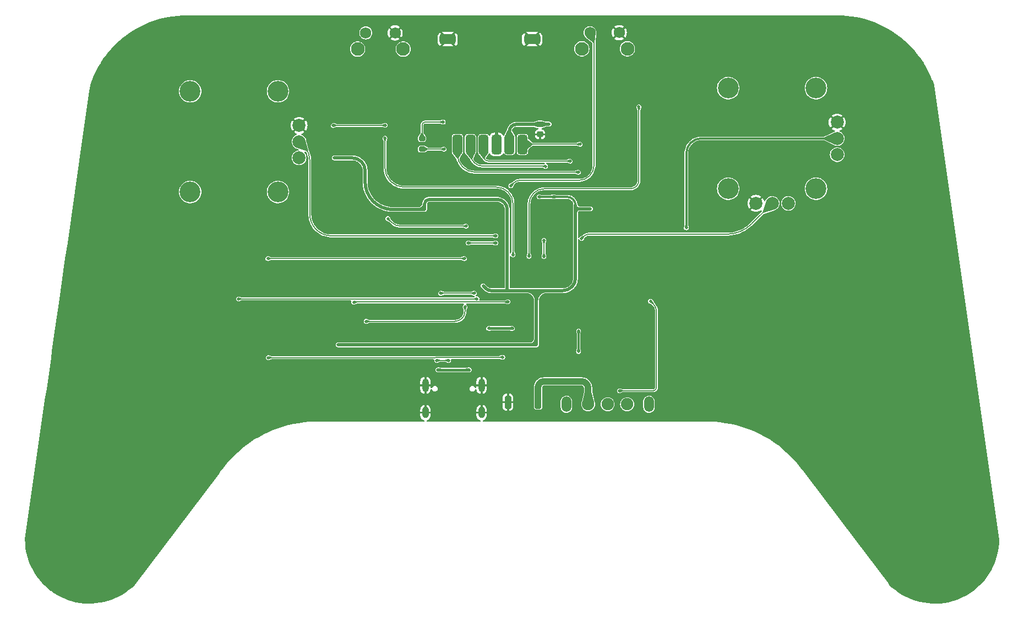
<source format=gbr>
%TF.GenerationSoftware,KiCad,Pcbnew,7.0.5*%
%TF.CreationDate,2023-11-02T21:43:45+08:00*%
%TF.ProjectId,___,65a7682e-6b69-4636-9164-5f7063625858,rev?*%
%TF.SameCoordinates,Original*%
%TF.FileFunction,Copper,L2,Bot*%
%TF.FilePolarity,Positive*%
%FSLAX46Y46*%
G04 Gerber Fmt 4.6, Leading zero omitted, Abs format (unit mm)*
G04 Created by KiCad (PCBNEW 7.0.5) date 2023-11-02 21:43:45*
%MOMM*%
%LPD*%
G01*
G04 APERTURE LIST*
G04 Aperture macros list*
%AMRoundRect*
0 Rectangle with rounded corners*
0 $1 Rounding radius*
0 $2 $3 $4 $5 $6 $7 $8 $9 X,Y pos of 4 corners*
0 Add a 4 corners polygon primitive as box body*
4,1,4,$2,$3,$4,$5,$6,$7,$8,$9,$2,$3,0*
0 Add four circle primitives for the rounded corners*
1,1,$1+$1,$2,$3*
1,1,$1+$1,$4,$5*
1,1,$1+$1,$6,$7*
1,1,$1+$1,$8,$9*
0 Add four rect primitives between the rounded corners*
20,1,$1+$1,$2,$3,$4,$5,0*
20,1,$1+$1,$4,$5,$6,$7,0*
20,1,$1+$1,$6,$7,$8,$9,0*
20,1,$1+$1,$8,$9,$2,$3,0*%
G04 Aperture macros list end*
%TA.AperFunction,ComponentPad*%
%ADD10C,1.900000*%
%TD*%
%TA.AperFunction,ComponentPad*%
%ADD11O,1.500000X2.400000*%
%TD*%
%TA.AperFunction,ComponentPad*%
%ADD12O,1.000000X1.800000*%
%TD*%
%TA.AperFunction,ComponentPad*%
%ADD13O,1.000000X2.100000*%
%TD*%
%TA.AperFunction,ComponentPad*%
%ADD14C,1.750000*%
%TD*%
%TA.AperFunction,ComponentPad*%
%ADD15C,2.100000*%
%TD*%
%TA.AperFunction,ComponentPad*%
%ADD16C,2.000000*%
%TD*%
%TA.AperFunction,ComponentPad*%
%ADD17C,3.200000*%
%TD*%
%TA.AperFunction,SMDPad,CuDef*%
%ADD18RoundRect,0.225000X0.250000X-0.225000X0.250000X0.225000X-0.250000X0.225000X-0.250000X-0.225000X0*%
%TD*%
%TA.AperFunction,SMDPad,CuDef*%
%ADD19RoundRect,0.250000X0.250000X0.750000X-0.250000X0.750000X-0.250000X-0.750000X0.250000X-0.750000X0*%
%TD*%
%TA.AperFunction,SMDPad,CuDef*%
%ADD20RoundRect,0.200000X-0.275000X0.200000X-0.275000X-0.200000X0.275000X-0.200000X0.275000X0.200000X0*%
%TD*%
%TA.AperFunction,SMDPad,CuDef*%
%ADD21RoundRect,0.375000X0.375000X-1.125000X0.375000X1.125000X-0.375000X1.125000X-0.375000X-1.125000X0*%
%TD*%
%TA.AperFunction,SMDPad,CuDef*%
%ADD22RoundRect,0.400000X0.850000X0.400000X-0.850000X0.400000X-0.850000X-0.400000X0.850000X-0.400000X0*%
%TD*%
%TA.AperFunction,ViaPad*%
%ADD23C,0.500000*%
%TD*%
%TA.AperFunction,Conductor*%
%ADD24C,0.200000*%
%TD*%
%TA.AperFunction,Conductor*%
%ADD25C,0.300000*%
%TD*%
%TA.AperFunction,Conductor*%
%ADD26C,1.016000*%
%TD*%
%TA.AperFunction,Conductor*%
%ADD27C,0.500000*%
%TD*%
%TA.AperFunction,Conductor*%
%ADD28C,0.350000*%
%TD*%
%TA.AperFunction,Conductor*%
%ADD29C,0.400000*%
%TD*%
G04 APERTURE END LIST*
D10*
%TO.P,SW1,1,1*%
%TO.N,+VDC*%
X161700000Y-124200000D03*
%TO.P,SW1,2,2*%
%TO.N,+BATT*%
X164700000Y-124200000D03*
%TO.P,SW1,3,3*%
%TO.N,unconnected-(SW1-Pad3)*%
X167700000Y-124200000D03*
D11*
%TO.P,SW1,4,4*%
%TO.N,unconnected-(SW1-Pad4)*%
X171050000Y-124200000D03*
%TO.P,SW1,5,5*%
%TO.N,unconnected-(SW1-Pad5)*%
X158350000Y-124200000D03*
%TD*%
D12*
%TO.P,J7,S1,SHIELD*%
%TO.N,GND*%
X145320000Y-125475000D03*
D13*
X145320000Y-121275000D03*
D12*
X136680000Y-125475000D03*
D13*
X136680000Y-121275000D03*
%TD*%
D14*
%TO.P,SW13,2,2*%
%TO.N,GND*%
X132000000Y-67000000D03*
%TO.P,SW13,1,1*%
%TO.N,/S11*%
X127500000Y-67000000D03*
D15*
%TO.P,SW13,*%
%TO.N,*%
X133260000Y-69490000D03*
X126250000Y-69490000D03*
%TD*%
D14*
%TO.P,SW14,2,2*%
%TO.N,GND*%
X166475000Y-66962500D03*
%TO.P,SW14,1,1*%
%TO.N,/S12*%
X161975000Y-66962500D03*
D15*
%TO.P,SW14,*%
%TO.N,*%
X167735000Y-69452500D03*
X160725000Y-69452500D03*
%TD*%
D16*
%TO.P,U9,1,0*%
%TO.N,GND*%
X117250000Y-81250000D03*
%TO.P,U9,2,R*%
%TO.N,/AD3*%
X117250000Y-83750000D03*
%TO.P,U9,3,10k*%
%TO.N,+3.3V*%
X117250000Y-86250000D03*
D17*
%TO.P,U9,4,SHELL*%
%TO.N,unconnected-(U9-SHELL-Pad4)*%
X100500000Y-76000000D03*
X100500000Y-91500000D03*
X114000000Y-76000000D03*
X114000000Y-91500000D03*
%TD*%
D16*
%TO.P,U8,1,0*%
%TO.N,GND*%
X200000000Y-80750000D03*
%TO.P,U8,2,R*%
%TO.N,/AD1*%
X200000000Y-83250000D03*
%TO.P,U8,3,10k*%
%TO.N,+3.3V*%
X200000000Y-85750000D03*
%TO.P,U8,4,0*%
%TO.N,GND*%
X187500000Y-93250000D03*
%TO.P,U8,5,R*%
%TO.N,/AD2*%
X190000000Y-93250000D03*
%TO.P,U8,6,10k*%
%TO.N,+3.3V*%
X192500000Y-93250000D03*
D17*
%TO.P,U8,7*%
%TO.N,unconnected-(U8-Pad7)*%
X183250000Y-75500000D03*
X183250000Y-91000000D03*
X196750000Y-75500000D03*
X196750000Y-91000000D03*
%TD*%
D18*
%TO.P,C20,1*%
%TO.N,GND*%
X154300000Y-82625000D03*
%TO.P,C20,2*%
%TO.N,+3.3V*%
X154300000Y-81075000D03*
%TD*%
D19*
%TO.P,BAT-,1,Pin_1*%
%TO.N,GND*%
X149375000Y-123875000D03*
%TD*%
%TO.P,BAT+,1,Pin_1*%
%TO.N,+VDC*%
X154000000Y-123875000D03*
%TD*%
D20*
%TO.P,R2,1*%
%TO.N,+3.3V*%
X136150000Y-83250000D03*
%TO.P,R2,2*%
%TO.N,/SPI1_SCL*%
X136150000Y-84900000D03*
%TD*%
D21*
%TO.P,U5,1,RST*%
%TO.N,/2.4G_RST*%
X151600000Y-84180000D03*
%TO.P,U5,2,VCC*%
%TO.N,+3.3V*%
X149600000Y-84180000D03*
%TO.P,U5,3,GND*%
%TO.N,GND*%
X147600000Y-84180000D03*
%TO.P,U5,4,RX*%
%TO.N,/USART2_TX*%
X145600000Y-84180000D03*
%TO.P,U5,5,TX*%
%TO.N,/USART2_RX*%
X143600000Y-84180000D03*
%TO.P,U5,6,CE*%
%TO.N,/CE*%
X141600000Y-84180000D03*
D22*
%TO.P,U5,7,GND*%
%TO.N,GND*%
X153100000Y-67980000D03*
X140100000Y-67980000D03*
%TD*%
D23*
%TO.N,GND*%
X184900000Y-96900000D03*
X183650000Y-97200000D03*
X182400000Y-97200000D03*
X180800000Y-97200000D03*
X179000000Y-97200000D03*
X177700000Y-97200000D03*
X176000000Y-85650000D03*
X176150000Y-84700000D03*
X176700000Y-83550000D03*
X177550000Y-82750000D03*
X178000000Y-84700000D03*
X177650000Y-85550000D03*
%TO.N,+3.3V*%
X122650000Y-86250000D03*
X155700000Y-81050000D03*
X162050000Y-94100000D03*
X153750000Y-115050000D03*
X156450000Y-92250000D03*
X144800000Y-92650000D03*
X156800000Y-106700000D03*
X139400000Y-80725000D03*
X123261667Y-115050000D03*
X136550000Y-94200000D03*
X154150000Y-92250000D03*
X159750000Y-104100000D03*
X145550000Y-105950000D03*
%TO.N,GND*%
X153825000Y-118050000D03*
X176000000Y-86600000D03*
X169800000Y-97200000D03*
X172800000Y-113000000D03*
X177600000Y-86600000D03*
X182400000Y-84200000D03*
X119600000Y-93000000D03*
X150800000Y-96000000D03*
X166000000Y-97200000D03*
X164000000Y-97200000D03*
X181000000Y-84200000D03*
X175200000Y-98800000D03*
X173400000Y-98800000D03*
X124400000Y-97600000D03*
X148400000Y-101600000D03*
X169600000Y-101400000D03*
X167000000Y-98800000D03*
X151800000Y-97000000D03*
X153200000Y-96000000D03*
X124400000Y-99000000D03*
X176000000Y-95800000D03*
X147600000Y-102600000D03*
X151000000Y-102000000D03*
X168200000Y-121400000D03*
X162800000Y-100000000D03*
X154200000Y-96000000D03*
X179000000Y-98800000D03*
X177600000Y-87600000D03*
X154800000Y-108400000D03*
X153600000Y-100000000D03*
X166000000Y-98800000D03*
X140400000Y-98800000D03*
X192200000Y-84200000D03*
X179800000Y-82400000D03*
X135600000Y-99000000D03*
X164600000Y-107800000D03*
X119000000Y-97800000D03*
X147200000Y-97400000D03*
X168200000Y-97200000D03*
X163200000Y-108800000D03*
X192200000Y-82400000D03*
X171600000Y-116200000D03*
X148400000Y-100400000D03*
X177600000Y-90800000D03*
X188000000Y-84200000D03*
X176000000Y-93200000D03*
X164600000Y-108800000D03*
X147600000Y-100400000D03*
X153200000Y-97000000D03*
X178800000Y-84200000D03*
X153800000Y-117400000D03*
X133000000Y-99000000D03*
X178800000Y-82400000D03*
X180800000Y-98800000D03*
X119600000Y-88800000D03*
X177600000Y-92000000D03*
X166200000Y-107800000D03*
X175000000Y-97200000D03*
X153850000Y-118675000D03*
X120400000Y-96800000D03*
X177400000Y-98800000D03*
X148400000Y-97400000D03*
X188000000Y-82400000D03*
X161000000Y-107400000D03*
X176000000Y-90800000D03*
X130800000Y-97600000D03*
X155400000Y-108400000D03*
X182400000Y-82400000D03*
X197400000Y-82400000D03*
X126400000Y-99000000D03*
X153600000Y-102000000D03*
X150800000Y-95200000D03*
X120400000Y-99000000D03*
X172800000Y-118000000D03*
X167800000Y-107800000D03*
X172800000Y-116200000D03*
X197400000Y-84200000D03*
X163200000Y-107800000D03*
X119600000Y-87000000D03*
X169600000Y-107800000D03*
X151800000Y-102000000D03*
X171600000Y-114600000D03*
X176000000Y-89400000D03*
X182400000Y-98800000D03*
X173400000Y-97200000D03*
X171600000Y-119400000D03*
X184800000Y-98800000D03*
X172800000Y-114600000D03*
X194000000Y-84200000D03*
X177600000Y-93200000D03*
X133000000Y-97600000D03*
X148400000Y-102600000D03*
X168200000Y-122800000D03*
X171600000Y-111600000D03*
X164400000Y-98600000D03*
X122400000Y-99000000D03*
X154200000Y-95200000D03*
X151000000Y-103600000D03*
X167000000Y-97200000D03*
X171600000Y-113000000D03*
X138600000Y-98800000D03*
X142200000Y-98800000D03*
X169600000Y-121400000D03*
X179800000Y-84200000D03*
X151800000Y-95200000D03*
X150800000Y-97000000D03*
X151000000Y-101200000D03*
X168200000Y-98800000D03*
X147600000Y-103600000D03*
X151000000Y-100200000D03*
X181000000Y-82400000D03*
X153600000Y-103000000D03*
X171800000Y-98800000D03*
X122400000Y-97600000D03*
X151800000Y-102800000D03*
X167800000Y-108800000D03*
X147200000Y-96400000D03*
X177600000Y-95800000D03*
X177600000Y-94800000D03*
X176000000Y-87800000D03*
X153200000Y-95200000D03*
X118000000Y-96600000D03*
X185800000Y-84200000D03*
X128600000Y-99000000D03*
X195600000Y-84200000D03*
X118000000Y-88800000D03*
X171800000Y-97200000D03*
X183600000Y-98800000D03*
X118000000Y-93000000D03*
X148400000Y-96400000D03*
X171600000Y-120800000D03*
X157550000Y-118825000D03*
X130800000Y-99000000D03*
X161975000Y-119775000D03*
X172800000Y-120800000D03*
X118000000Y-95000000D03*
X148400000Y-103600000D03*
X151800000Y-100200000D03*
X184000000Y-82400000D03*
X176000000Y-94800000D03*
X169600000Y-108800000D03*
X169600000Y-122800000D03*
X151800000Y-101200000D03*
X166800000Y-103400000D03*
X153600000Y-100800000D03*
X161975000Y-119100000D03*
X151800000Y-103600000D03*
X119600000Y-90800000D03*
X177600000Y-89400000D03*
X169800000Y-98800000D03*
X195800000Y-82400000D03*
X118000000Y-90800000D03*
X165000000Y-97200000D03*
X190200000Y-84200000D03*
X151800000Y-96000000D03*
X194000000Y-82400000D03*
X119600000Y-95000000D03*
X166200000Y-108800000D03*
X172800000Y-111800000D03*
X154200000Y-97000000D03*
X171600000Y-118000000D03*
X172800000Y-119400000D03*
X151000000Y-102800000D03*
X190200000Y-82400000D03*
X176000000Y-92000000D03*
X159200000Y-107400000D03*
X129000000Y-97600000D03*
X147600000Y-101600000D03*
X185800000Y-82400000D03*
X184000000Y-84200000D03*
%TO.N,+BATT*%
X166525000Y-122125000D03*
X171300000Y-108325000D03*
%TO.N,+5V*%
X138600000Y-118900000D03*
X160225000Y-116075000D03*
X143400000Y-118900000D03*
X150050000Y-112500000D03*
X146400000Y-112500000D03*
X160237500Y-112925000D03*
%TO.N,/RST*%
X147500000Y-99350000D03*
X143250000Y-99350000D03*
%TO.N,/D-*%
X138400000Y-117450000D03*
X140250000Y-117450000D03*
%TO.N,/SPI1_SCL*%
X139550000Y-84900000D03*
%TO.N,/AD_BATT*%
X154900000Y-98950000D03*
X154900000Y-101450000D03*
%TO.N,/S1*%
X142675000Y-101750000D03*
X112450000Y-101750000D03*
%TO.N,/S2*%
X144600000Y-107950000D03*
X107925000Y-107975000D03*
%TO.N,/S3*%
X125650000Y-108475000D03*
X149375000Y-108400000D03*
%TO.N,/S4*%
X112525000Y-117025000D03*
X148575000Y-116950000D03*
%TO.N,/S9*%
X152600000Y-101400000D03*
X169500000Y-78400000D03*
%TO.N,/S10*%
X130500000Y-81225000D03*
X130450000Y-83200000D03*
X150150000Y-101200000D03*
X122500000Y-81250000D03*
%TO.N,/S12*%
X149800000Y-90550000D03*
%TO.N,/AD1*%
X176800000Y-97000000D03*
%TO.N,/AD2*%
X160700000Y-98650000D03*
%TO.N,/AD3*%
X147500000Y-98250000D03*
%TO.N,/2.4G_RST*%
X160450000Y-84150000D03*
%TO.N,/CE*%
X160200000Y-88450000D03*
%TO.N,/USART2_TX*%
X158950000Y-86750000D03*
%TO.N,/USART2_RX*%
X155150000Y-87550000D03*
%TO.N,/SPI2_MISO*%
X142950000Y-96750000D03*
X130900000Y-95600000D03*
%TO.N,/SWCLK*%
X144200000Y-107100000D03*
X139025000Y-107100000D03*
%TO.N,/SWDIO*%
X142775000Y-109200000D03*
X127550000Y-111425000D03*
%TD*%
D24*
%TO.N,/SWDIO*%
X141195926Y-111425009D02*
G75*
G03*
X142312499Y-110962499I-26J1579109D01*
G01*
X142315372Y-110959611D02*
G75*
G03*
X142775000Y-109850000I-1109572J1109611D01*
G01*
%TO.N,/SWCLK*%
X144187493Y-107087507D02*
G75*
G03*
X144157322Y-107075000I-30193J-30193D01*
G01*
X139067677Y-107074991D02*
G75*
G03*
X139037500Y-107087500I23J-42709D01*
G01*
%TO.N,/SPI2_MISO*%
X131475008Y-96174992D02*
G75*
G03*
X132863172Y-96750000I1388192J1388192D01*
G01*
%TO.N,/USART2_RX*%
X155124987Y-87525013D02*
G75*
G03*
X155064644Y-87500000I-60387J-60387D01*
G01*
X143600008Y-85622182D02*
G75*
G03*
X144150001Y-86949999I1877792J-18D01*
G01*
X144149995Y-86950005D02*
G75*
G03*
X145477817Y-87500000I1327805J1327805D01*
G01*
%TO.N,/USART2_TX*%
X145600000Y-85981801D02*
G75*
G03*
X145825001Y-86524999I768200J1D01*
G01*
X145825001Y-86524999D02*
G75*
G03*
X146368198Y-86750000I543199J543199D01*
G01*
%TO.N,/CE*%
X141599988Y-85718629D02*
G75*
G03*
X142400000Y-87650000I2731412J29D01*
G01*
X142400009Y-87649991D02*
G75*
G03*
X144331370Y-88450000I1931391J1931391D01*
G01*
%TO.N,/AD3*%
X119875012Y-97274988D02*
G75*
G03*
X122228858Y-98250000I2353888J2353888D01*
G01*
X118899989Y-86566726D02*
G75*
G03*
X118075000Y-84575000I-2816689J26D01*
G01*
X118899983Y-94921141D02*
G75*
G03*
X119875000Y-97275000I3328917J41D01*
G01*
%TO.N,/AD2*%
X182996036Y-98000010D02*
G75*
G03*
X186843792Y-96406207I-36J5441610D01*
G01*
X161809619Y-98000009D02*
G75*
G03*
X161025001Y-98325001I-19J-1109591D01*
G01*
D25*
%TO.N,/AD1*%
X177475002Y-83925002D02*
G75*
G03*
X176800000Y-85554594I1629598J-1629598D01*
G01*
X179104594Y-83249998D02*
G75*
G03*
X177475000Y-83925000I6J-2304602D01*
G01*
D24*
%TO.N,/S12*%
X162599982Y-68029441D02*
G75*
G03*
X162287499Y-67275001I-1066882J41D01*
G01*
X161924998Y-89024998D02*
G75*
G03*
X162600000Y-87395405I-1629598J1629598D01*
G01*
X151251040Y-89700017D02*
G75*
G03*
X150225000Y-90125000I-40J-1450983D01*
G01*
X160295405Y-89700002D02*
G75*
G03*
X161925000Y-89025000I-5J2304602D01*
G01*
%TO.N,/S10*%
X130457322Y-81250009D02*
G75*
G03*
X130487500Y-81237500I-22J42709D01*
G01*
X150150016Y-93310660D02*
G75*
G03*
X149400000Y-91500000I-2560716J-40D01*
G01*
X131324989Y-89875011D02*
G75*
G03*
X133437436Y-90750000I2112411J2112411D01*
G01*
X149399988Y-91500012D02*
G75*
G03*
X147589339Y-90750000I-1810688J-1810688D01*
G01*
X130450016Y-87762563D02*
G75*
G03*
X131325001Y-89874999I2987384J-37D01*
G01*
%TO.N,/S9*%
X153299986Y-91699986D02*
G75*
G03*
X152600000Y-93389949I1689914J-1689914D01*
G01*
X168219669Y-90999987D02*
G75*
G03*
X169125000Y-90625000I31J1280287D01*
G01*
X154989949Y-91000021D02*
G75*
G03*
X153300000Y-91700000I-49J-2389879D01*
G01*
X169125009Y-90625009D02*
G75*
G03*
X169500000Y-89719669I-905309J905309D01*
G01*
%TO.N,/S4*%
X138128499Y-117025005D02*
G75*
G03*
X138182819Y-117002500I1J76805D01*
G01*
X138237138Y-116980022D02*
G75*
G03*
X138182819Y-117002500I-38J-76778D01*
G01*
X148523786Y-116979994D02*
G75*
G03*
X148560000Y-116965000I14J51194D01*
G01*
%TO.N,/S3*%
X149289644Y-108450018D02*
G75*
G03*
X149350000Y-108425000I-44J85418D01*
G01*
X125692677Y-108449991D02*
G75*
G03*
X125662500Y-108462500I23J-42709D01*
G01*
%TO.N,/S2*%
X144557322Y-107975009D02*
G75*
G03*
X144587500Y-107962500I-22J42709D01*
G01*
D26*
%TO.N,+VDC*%
X161399989Y-120975011D02*
G75*
G03*
X160675735Y-120675000I-724289J-724289D01*
G01*
X154262491Y-120937491D02*
G75*
G03*
X154000000Y-121571231I633709J-633709D01*
G01*
X154896231Y-120675013D02*
G75*
G03*
X154262500Y-120937500I-31J-896187D01*
G01*
X161700014Y-121699264D02*
G75*
G03*
X161399999Y-120975001I-1024314J-36D01*
G01*
D25*
%TO.N,+5V*%
X160231239Y-112931239D02*
G75*
G03*
X160225000Y-112946338I15061J-15061D01*
G01*
D24*
%TO.N,+BATT*%
X166567677Y-122099991D02*
G75*
G03*
X166537500Y-122112500I23J-42709D01*
G01*
X171730545Y-122100018D02*
G75*
G03*
X172062499Y-121962499I-45J469518D01*
G01*
X172062487Y-121962487D02*
G75*
G03*
X172200000Y-121630545I-331987J331987D01*
G01*
X172200001Y-109861396D02*
G75*
G03*
X171750000Y-108775000I-1536401J-4D01*
G01*
D27*
%TO.N,GND*%
X147612507Y-81812507D02*
G75*
G03*
X147600000Y-81842677I30193J-30193D01*
G01*
%TO.N,+3.3V*%
X128650010Y-92949990D02*
G75*
G03*
X131667766Y-94200000I3017790J3017790D01*
G01*
D24*
X136662132Y-80725014D02*
G75*
G03*
X136300001Y-80875001I-32J-512086D01*
G01*
D27*
X137232842Y-92650017D02*
G75*
G03*
X136750000Y-92850000I-42J-682783D01*
G01*
X145924991Y-106325009D02*
G75*
G03*
X146830330Y-106700000I905309J905309D01*
G01*
X157786827Y-106700009D02*
G75*
G03*
X159174998Y-106124998I-27J1963209D01*
G01*
X136550000Y-93612500D02*
G75*
G02*
X136550000Y-93612500I0J0D01*
G01*
X148799999Y-93100001D02*
G75*
G03*
X147713603Y-92650000I-1086399J-1086399D01*
G01*
D28*
X159749987Y-93530330D02*
G75*
G03*
X159375000Y-92625000I-1280287J30D01*
G01*
D27*
X153137500Y-115050000D02*
G75*
G03*
X153150000Y-115037500I0J12500D01*
G01*
X153150000Y-115037500D02*
G75*
G03*
X153162500Y-115050000I12500J0D01*
G01*
X150624264Y-81099986D02*
G75*
G03*
X149900001Y-81400001I36J-1024314D01*
G01*
X149250001Y-94186396D02*
G75*
G03*
X148800000Y-93100000I-1536401J-4D01*
G01*
X153529020Y-114645962D02*
G75*
G03*
X153750000Y-114112500I-533420J533462D01*
G01*
X153750072Y-114737500D02*
G75*
G03*
X153529028Y-114645970I-129472J0D01*
G01*
X159237346Y-106062651D02*
G75*
G03*
X159750000Y-104825000I-1237646J1237651D01*
G01*
X135687500Y-94199995D02*
G75*
G03*
X136178293Y-93996706I0J694095D01*
G01*
X136178277Y-93996690D02*
G75*
G03*
X136262500Y-94200000I84223J-84210D01*
G01*
D24*
X136299991Y-80874991D02*
G75*
G03*
X136150000Y-81237132I362109J-362109D01*
G01*
D27*
X136541166Y-93633843D02*
G75*
G03*
X136550000Y-93612500I-21366J21343D01*
G01*
X160300000Y-94100000D02*
G75*
G03*
X159750000Y-94650000I0J-550000D01*
G01*
D28*
X159750000Y-93550000D02*
G75*
G03*
X160300000Y-94100000I550000J0D01*
G01*
D27*
X149900011Y-81400011D02*
G75*
G03*
X149600000Y-82124264I724289J-724289D01*
G01*
X127400011Y-88213172D02*
G75*
G03*
X126825000Y-86825000I-1963211J-28D01*
G01*
X153158834Y-115016157D02*
G75*
G03*
X153150000Y-115037500I21366J-21343D01*
G01*
D28*
X159375009Y-92624991D02*
G75*
G03*
X158469669Y-92250000I-905309J-905309D01*
G01*
D27*
X126824992Y-86825008D02*
G75*
G03*
X125436827Y-86250000I-1388192J-1388192D01*
G01*
X127399987Y-89932233D02*
G75*
G03*
X128650000Y-92950000I4267813J33D01*
G01*
X148975000Y-106700000D02*
G75*
G03*
X149250000Y-106425000I0J275000D01*
G01*
X149250000Y-106425000D02*
G75*
G03*
X149525000Y-106700000I275000J0D01*
G01*
X136744456Y-92855547D02*
G75*
G03*
X136550000Y-93325000I469444J-469453D01*
G01*
X153750000Y-108225000D02*
G75*
G03*
X152225000Y-106700000I-1525000J0D01*
G01*
X155275000Y-106700000D02*
G75*
G03*
X153750000Y-108225000I0J-1525000D01*
G01*
X149250000Y-105837500D02*
X149250000Y-106412500D01*
X136550000Y-93612500D02*
X136550000Y-93587500D01*
X136550000Y-93587500D02*
X136550000Y-93612500D01*
X153162500Y-115050000D02*
X153137500Y-115050000D01*
X153750000Y-114112500D02*
X153750000Y-114737500D01*
X136262500Y-94200000D02*
X135687500Y-94200000D01*
X159750000Y-94650000D02*
X159750000Y-93550000D01*
X149525000Y-106700000D02*
X148975000Y-106700000D01*
X150075000Y-106700000D02*
X149525000Y-106700000D01*
X148962500Y-106700000D02*
X148387500Y-106700000D01*
X152225000Y-106700000D02*
X155275000Y-106700000D01*
X136178293Y-93996706D02*
X136541161Y-93633838D01*
X150075000Y-106700000D02*
X152225000Y-106700000D01*
X131667766Y-94200000D02*
X135687500Y-94200000D01*
X127400000Y-88213172D02*
X127400000Y-89932233D01*
X122650000Y-86250000D02*
X125436827Y-86250000D01*
X136550000Y-94200000D02*
X136262500Y-94200000D01*
X149250000Y-106412500D02*
X149250000Y-106425000D01*
X157786827Y-106700000D02*
X156800000Y-106700000D01*
X153529028Y-114645970D02*
X153158838Y-115016161D01*
X156800000Y-106700000D02*
X155275000Y-106700000D01*
X159750000Y-104100000D02*
X159750000Y-94650000D01*
X147713603Y-92650000D02*
X144800000Y-92650000D01*
D28*
X154150000Y-92250000D02*
X156450000Y-92250000D01*
D27*
X149250000Y-105837500D02*
X149250000Y-94186396D01*
X159174999Y-106124999D02*
X159237347Y-106062652D01*
X153137500Y-115050000D02*
X123261667Y-115050000D01*
X145925000Y-106325000D02*
X145550000Y-105950000D01*
X136749999Y-92849999D02*
X136744454Y-92855545D01*
X136550000Y-93587500D02*
X136550000Y-93325000D01*
X137232842Y-92650000D02*
X144800000Y-92650000D01*
D24*
X136150000Y-81237132D02*
X136150000Y-83250000D01*
D27*
X155700000Y-81050000D02*
X154325000Y-81050000D01*
X149600000Y-82124264D02*
X149600000Y-84180000D01*
X153750000Y-114737500D02*
X153750000Y-115050000D01*
X150624264Y-81100000D02*
X154175000Y-81100000D01*
D24*
X136662132Y-80725000D02*
X139400000Y-80725000D01*
D27*
X162050000Y-94100000D02*
X160300000Y-94100000D01*
D28*
X158469669Y-92250000D02*
X156450000Y-92250000D01*
D27*
X148975000Y-106700000D02*
X148962500Y-106700000D01*
X153750000Y-114112500D02*
X153750000Y-108225000D01*
X153162500Y-115050000D02*
X153750000Y-115050000D01*
X159750000Y-104100000D02*
X159750000Y-104825000D01*
X146830330Y-106700000D02*
X148387500Y-106700000D01*
D28*
X159750000Y-93530330D02*
X159750000Y-93550000D01*
D27*
X136550000Y-93612500D02*
X136550000Y-94200000D01*
%TO.N,GND*%
X147612500Y-81812500D02*
X147625000Y-81800000D01*
X147600000Y-81842677D02*
X147600000Y-84180000D01*
D24*
%TO.N,+BATT*%
X171300000Y-108325000D02*
X171750000Y-108775000D01*
X172200000Y-121630545D02*
X172200000Y-109861396D01*
X166537500Y-122112500D02*
X166525000Y-122125000D01*
X166567677Y-122100000D02*
X171730545Y-122100000D01*
D25*
%TO.N,+5V*%
X160225000Y-112946338D02*
X160225000Y-116075000D01*
D29*
X150050000Y-112500000D02*
X146400000Y-112500000D01*
D25*
X160237500Y-112925000D02*
X160231250Y-112931250D01*
D29*
X143400000Y-118900000D02*
X138600000Y-118900000D01*
D24*
%TO.N,/RST*%
X143250000Y-99350000D02*
X147500000Y-99350000D01*
D26*
%TO.N,+VDC*%
X154000000Y-121571231D02*
X154000000Y-123875000D01*
X161700000Y-121699264D02*
X161700000Y-124200000D01*
X160675735Y-120675000D02*
X154896231Y-120675000D01*
D24*
%TO.N,/D-*%
X140250000Y-117450000D02*
X138400000Y-117450000D01*
%TO.N,/SPI1_SCL*%
X139550000Y-84900000D02*
X136150000Y-84900000D01*
%TO.N,/AD_BATT*%
X154900000Y-101450000D02*
X154900000Y-98950000D01*
%TO.N,/S1*%
X142675000Y-101750000D02*
X112450000Y-101750000D01*
%TO.N,/S2*%
X144587500Y-107962500D02*
X144600000Y-107950000D01*
X144557322Y-107975000D02*
X107925000Y-107975000D01*
%TO.N,/S3*%
X125650000Y-108475000D02*
X125662500Y-108462500D01*
X149289644Y-108450000D02*
X125692677Y-108450000D01*
X149350000Y-108425000D02*
X149375000Y-108400000D01*
%TO.N,/S4*%
X148575000Y-116950000D02*
X148560000Y-116965000D01*
X138237138Y-116980000D02*
X148523786Y-116980000D01*
X138128499Y-117025000D02*
X112525000Y-117025000D01*
%TO.N,/S9*%
X169500000Y-78400000D02*
X169500000Y-89719669D01*
X168219669Y-91000000D02*
X154989949Y-91000000D01*
X152600000Y-101400000D02*
X152600000Y-93389949D01*
%TO.N,/S10*%
X130457322Y-81250000D02*
X122500000Y-81250000D01*
X130450000Y-87762563D02*
X130450000Y-83200000D01*
X150150000Y-101200000D02*
X150150000Y-93310660D01*
X133437436Y-90750000D02*
X147589339Y-90750000D01*
X130487500Y-81237500D02*
X130500000Y-81225000D01*
%TO.N,/S12*%
X151251040Y-89700000D02*
X160295405Y-89700000D01*
X162600000Y-68029441D02*
X162600000Y-87395405D01*
X149800000Y-90550000D02*
X150225000Y-90125000D01*
X162287500Y-67275000D02*
X161975000Y-66962500D01*
D25*
%TO.N,/AD1*%
X176800000Y-85554594D02*
X176800000Y-97000000D01*
X179104594Y-83250000D02*
X200000000Y-83250000D01*
D24*
%TO.N,/AD2*%
X186843792Y-96406207D02*
X190000000Y-93250000D01*
X161025000Y-98325000D02*
X160700000Y-98650000D01*
X182996036Y-98000000D02*
X161809619Y-98000000D01*
%TO.N,/AD3*%
X118900000Y-86566726D02*
X118900000Y-94921141D01*
X118075000Y-84575000D02*
X117250000Y-83750000D01*
X122228858Y-98250000D02*
X147500000Y-98250000D01*
%TO.N,/2.4G_RST*%
X160450000Y-84150000D02*
X151630000Y-84150000D01*
%TO.N,/CE*%
X141600000Y-85718629D02*
X141600000Y-84521457D01*
X144331370Y-88450000D02*
X160200000Y-88450000D01*
%TO.N,/USART2_TX*%
X145600000Y-85981801D02*
X145600000Y-84180000D01*
X158950000Y-86750000D02*
X146368198Y-86750000D01*
%TO.N,/USART2_RX*%
X155064644Y-87500000D02*
X145477817Y-87500000D01*
X155125000Y-87525000D02*
X155150000Y-87550000D01*
X143600000Y-85622182D02*
X143600000Y-84180000D01*
%TO.N,/SPI2_MISO*%
X130900000Y-95600000D02*
X131475000Y-96175000D01*
X142950000Y-96750000D02*
X132863172Y-96750000D01*
%TO.N,/SWCLK*%
X139025000Y-107100000D02*
X139037500Y-107087500D01*
X144157322Y-107075000D02*
X139067677Y-107075000D01*
X144187500Y-107087500D02*
X144200000Y-107100000D01*
%TO.N,/SWDIO*%
X142312499Y-110962499D02*
X142315380Y-110959619D01*
X141195926Y-111425000D02*
X127550000Y-111425000D01*
X142775000Y-109850000D02*
X142775000Y-109200000D01*
%TD*%
%TA.AperFunction,Conductor*%
%TO.N,GND*%
G36*
X200000744Y-64289129D02*
G01*
X200752980Y-64307202D01*
X200755942Y-64307344D01*
X201505737Y-64361468D01*
X201508641Y-64361748D01*
X202187793Y-64443709D01*
X202254966Y-64451816D01*
X202257858Y-64452234D01*
X202999016Y-64578041D01*
X203001916Y-64578606D01*
X203736129Y-64739849D01*
X203739022Y-64740557D01*
X204464641Y-64936871D01*
X204467497Y-64937718D01*
X205182855Y-65168652D01*
X205185667Y-65169635D01*
X205889125Y-65434660D01*
X205891842Y-65435759D01*
X206236806Y-65585012D01*
X206581761Y-65734261D01*
X206584465Y-65735509D01*
X207259269Y-66066804D01*
X207261834Y-66068142D01*
X207756631Y-66341298D01*
X207919947Y-66431458D01*
X207922493Y-66432943D01*
X208562425Y-66827461D01*
X208564884Y-66829060D01*
X209185091Y-67253824D01*
X209187495Y-67255558D01*
X209786580Y-67709608D01*
X209788910Y-67711464D01*
X210365504Y-68193765D01*
X210367742Y-68195730D01*
X210920498Y-68705153D01*
X210922640Y-68707223D01*
X211450301Y-69242609D01*
X211452341Y-69244780D01*
X211953686Y-69804890D01*
X211955603Y-69807138D01*
X212429481Y-70390688D01*
X212431302Y-70393045D01*
X212876604Y-70998670D01*
X212878285Y-71001075D01*
X213293988Y-71627382D01*
X213295575Y-71629902D01*
X213680724Y-72275451D01*
X213682188Y-72278045D01*
X214035892Y-72941346D01*
X214037230Y-72944008D01*
X214358673Y-73623526D01*
X214359861Y-73626203D01*
X214631317Y-74279500D01*
X214648306Y-74320386D01*
X214649382Y-74323164D01*
X214897643Y-75012314D01*
X214903736Y-75036804D01*
X224897797Y-144995233D01*
X224898983Y-145016612D01*
X224880536Y-145611498D01*
X224880298Y-145615335D01*
X224823657Y-146222580D01*
X224823181Y-146226396D01*
X224729018Y-146828964D01*
X224728307Y-146832742D01*
X224662650Y-147130520D01*
X224596989Y-147428318D01*
X224596050Y-147432027D01*
X224428080Y-148018315D01*
X224426907Y-148021976D01*
X224222930Y-148596730D01*
X224221533Y-148600312D01*
X223982332Y-149161324D01*
X223980715Y-149164813D01*
X223707208Y-149709930D01*
X223705378Y-149713311D01*
X223398630Y-150240414D01*
X223396594Y-150243675D01*
X223057761Y-150750773D01*
X223055527Y-150753902D01*
X222685933Y-151239017D01*
X222683510Y-151242002D01*
X222284555Y-151703296D01*
X222281951Y-151706124D01*
X221855190Y-152141797D01*
X221852416Y-152144458D01*
X221399464Y-152552865D01*
X221396530Y-152555350D01*
X220919147Y-152934898D01*
X220916065Y-152937196D01*
X220416091Y-153286427D01*
X220412872Y-153288530D01*
X219892211Y-153606113D01*
X219888868Y-153608012D01*
X219349525Y-153892724D01*
X219346071Y-153894413D01*
X218790131Y-154145152D01*
X218786579Y-154146624D01*
X218216158Y-154362437D01*
X218212522Y-154363685D01*
X217808783Y-154488441D01*
X217629827Y-154543738D01*
X217626129Y-154544756D01*
X217033391Y-154688355D01*
X217029628Y-154689144D01*
X216429157Y-154795735D01*
X216425352Y-154796290D01*
X215819392Y-154865471D01*
X215815559Y-154865788D01*
X215206500Y-154897287D01*
X215202671Y-154897366D01*
X214669402Y-154891854D01*
X214592835Y-154891062D01*
X214588995Y-154890904D01*
X213980707Y-154846825D01*
X213976882Y-154846428D01*
X213372489Y-154764739D01*
X213368697Y-154764106D01*
X212770565Y-154645130D01*
X212766820Y-154644264D01*
X212177167Y-154488441D01*
X212173482Y-154487344D01*
X211594637Y-154295290D01*
X211591034Y-154293969D01*
X211224646Y-154146624D01*
X211025200Y-154066415D01*
X211021679Y-154064871D01*
X210663671Y-153894413D01*
X210471036Y-153802693D01*
X210467619Y-153800934D01*
X210116341Y-153606113D01*
X209934262Y-153505130D01*
X209930989Y-153503180D01*
X209416986Y-153174893D01*
X209413813Y-153172725D01*
X209400673Y-153163137D01*
X208921158Y-152813232D01*
X208918124Y-152810871D01*
X208448680Y-152421531D01*
X208445799Y-152418987D01*
X208011727Y-152011029D01*
X207997798Y-151995537D01*
X207778608Y-151706124D01*
X202704107Y-145005868D01*
X195083066Y-134943218D01*
X195080905Y-134940180D01*
X194858958Y-134607298D01*
X194380021Y-133954101D01*
X193872392Y-133322944D01*
X193872389Y-133322940D01*
X193872369Y-133322916D01*
X193337076Y-132715078D01*
X193134952Y-132505248D01*
X192775162Y-132131741D01*
X192775147Y-132131727D01*
X192775129Y-132131708D01*
X192187771Y-131574088D01*
X192187758Y-131574076D01*
X191576038Y-131043202D01*
X191576019Y-131043186D01*
X191457400Y-130949193D01*
X190941197Y-130540156D01*
X190838507Y-130466002D01*
X190284542Y-130065976D01*
X189607370Y-129621596D01*
X188911032Y-129207901D01*
X188911028Y-129207899D01*
X188911015Y-129207891D01*
X188196887Y-128825702D01*
X188196878Y-128825698D01*
X188196856Y-128825686D01*
X187466441Y-128475802D01*
X187466386Y-128475777D01*
X186721038Y-128158844D01*
X186721007Y-128158832D01*
X185962267Y-127875508D01*
X185962204Y-127875486D01*
X185191577Y-127626330D01*
X185191523Y-127626314D01*
X184410504Y-127411813D01*
X184410500Y-127411812D01*
X183620654Y-127232396D01*
X182823584Y-127088432D01*
X182823577Y-127088431D01*
X182020867Y-126980205D01*
X181214164Y-126907938D01*
X181214149Y-126907937D01*
X180404999Y-126871766D01*
X180404974Y-126871765D01*
X180015982Y-126871744D01*
X180015919Y-126871744D01*
X180015917Y-126871744D01*
X145623475Y-126871744D01*
X145556436Y-126852059D01*
X145510681Y-126799255D01*
X145500737Y-126730097D01*
X145529762Y-126666541D01*
X145582521Y-126630702D01*
X145669301Y-126600336D01*
X145821948Y-126504422D01*
X145949422Y-126376948D01*
X146045336Y-126224301D01*
X146104877Y-126054141D01*
X146119999Y-125919930D01*
X146120000Y-125919929D01*
X146120000Y-125625000D01*
X145620000Y-125625000D01*
X145620000Y-125325000D01*
X146120000Y-125325000D01*
X146120000Y-125030069D01*
X146104877Y-124895858D01*
X146045336Y-124725698D01*
X146009115Y-124668053D01*
X148574999Y-124668053D01*
X148585613Y-124756443D01*
X148641079Y-124897095D01*
X148732435Y-125017564D01*
X148852904Y-125108920D01*
X148993556Y-125164386D01*
X149081946Y-125175000D01*
X149225000Y-125175000D01*
X149225000Y-124025000D01*
X149525000Y-124025000D01*
X149525000Y-125175000D01*
X149668054Y-125175000D01*
X149756443Y-125164386D01*
X149897095Y-125108920D01*
X150017564Y-125017564D01*
X150108920Y-124897095D01*
X150164386Y-124756443D01*
X150174999Y-124668053D01*
X150175000Y-124025000D01*
X149525000Y-124025000D01*
X149225000Y-124025000D01*
X148575000Y-124025000D01*
X148574999Y-124668053D01*
X146009115Y-124668053D01*
X145949422Y-124573051D01*
X145821948Y-124445577D01*
X145669302Y-124349663D01*
X145499143Y-124290123D01*
X145499139Y-124290122D01*
X145470000Y-124286839D01*
X145470000Y-124812342D01*
X145456038Y-124801799D01*
X145348160Y-124771105D01*
X145236479Y-124781454D01*
X145170000Y-124814556D01*
X145170000Y-124286839D01*
X145140860Y-124290122D01*
X145140856Y-124290123D01*
X144970697Y-124349663D01*
X144818051Y-124445577D01*
X144690577Y-124573051D01*
X144594663Y-124725698D01*
X144535122Y-124895858D01*
X144520000Y-125030069D01*
X144520000Y-125325000D01*
X145020000Y-125325000D01*
X145020000Y-125625000D01*
X144520000Y-125625000D01*
X144520000Y-125919930D01*
X144535122Y-126054141D01*
X144594663Y-126224301D01*
X144690577Y-126376948D01*
X144818051Y-126504422D01*
X144970698Y-126600336D01*
X145057479Y-126630702D01*
X145114255Y-126671424D01*
X145140003Y-126736376D01*
X145126547Y-126804938D01*
X145078160Y-126855341D01*
X145016525Y-126871744D01*
X136983475Y-126871744D01*
X136916436Y-126852059D01*
X136870681Y-126799255D01*
X136860737Y-126730097D01*
X136889762Y-126666541D01*
X136942521Y-126630702D01*
X137029301Y-126600336D01*
X137181948Y-126504422D01*
X137309422Y-126376948D01*
X137405336Y-126224301D01*
X137464877Y-126054141D01*
X137479999Y-125919930D01*
X137480000Y-125919929D01*
X137480000Y-125625000D01*
X136980000Y-125625000D01*
X136980000Y-125325000D01*
X137480000Y-125325000D01*
X137480000Y-125030069D01*
X137464877Y-124895858D01*
X137405336Y-124725698D01*
X137309422Y-124573051D01*
X137181948Y-124445577D01*
X137029302Y-124349663D01*
X136859143Y-124290123D01*
X136859139Y-124290122D01*
X136830000Y-124286839D01*
X136830000Y-124812342D01*
X136816038Y-124801799D01*
X136708160Y-124771105D01*
X136596479Y-124781454D01*
X136530000Y-124814556D01*
X136530000Y-124286839D01*
X136500860Y-124290122D01*
X136500856Y-124290123D01*
X136330697Y-124349663D01*
X136178051Y-124445577D01*
X136050577Y-124573051D01*
X135954663Y-124725698D01*
X135895122Y-124895858D01*
X135880000Y-125030069D01*
X135880000Y-125325000D01*
X136380000Y-125325000D01*
X136380000Y-125625000D01*
X135880000Y-125625000D01*
X135880000Y-125919930D01*
X135895122Y-126054141D01*
X135954663Y-126224301D01*
X136050577Y-126376948D01*
X136178051Y-126504422D01*
X136330698Y-126600336D01*
X136417479Y-126630702D01*
X136474255Y-126671424D01*
X136500003Y-126736376D01*
X136486547Y-126804938D01*
X136438160Y-126855341D01*
X136376525Y-126871744D01*
X119984083Y-126871744D01*
X119984080Y-126871744D01*
X119984016Y-126871744D01*
X119595025Y-126871765D01*
X119595000Y-126871766D01*
X118785850Y-126907937D01*
X118785835Y-126907938D01*
X117979135Y-126980205D01*
X117979129Y-126980205D01*
X117176422Y-127088431D01*
X117176417Y-127088431D01*
X117176416Y-127088432D01*
X116379346Y-127232396D01*
X116061573Y-127304579D01*
X115589495Y-127411813D01*
X114808476Y-127626314D01*
X114808422Y-127626330D01*
X114037795Y-127875486D01*
X114037732Y-127875508D01*
X113278992Y-128158832D01*
X113278961Y-128158844D01*
X112533613Y-128475777D01*
X112533558Y-128475802D01*
X111803143Y-128825686D01*
X111803109Y-128825704D01*
X111088983Y-129207892D01*
X111088967Y-129207901D01*
X110392629Y-129621596D01*
X109715457Y-130065976D01*
X109058813Y-130540148D01*
X108423980Y-131043186D01*
X108423961Y-131043202D01*
X107812241Y-131574076D01*
X107812228Y-131574088D01*
X107224870Y-132131708D01*
X107224845Y-132131734D01*
X106662923Y-132715078D01*
X106127630Y-133322916D01*
X106127610Y-133322940D01*
X105619970Y-133954112D01*
X105141041Y-134607298D01*
X104919109Y-134940158D01*
X104916948Y-134943197D01*
X92002200Y-151995537D01*
X91988271Y-152011029D01*
X91554201Y-152418987D01*
X91551319Y-152421532D01*
X91081875Y-152810871D01*
X91078841Y-152813232D01*
X90586186Y-153172725D01*
X90583011Y-153174894D01*
X90069025Y-153503171D01*
X90065722Y-153505139D01*
X89532380Y-153800934D01*
X89528962Y-153802694D01*
X88978320Y-154064871D01*
X88974799Y-154066415D01*
X88408972Y-154293967D01*
X88405362Y-154295290D01*
X87826517Y-154487344D01*
X87822832Y-154488441D01*
X87233179Y-154644264D01*
X87229434Y-154645130D01*
X86631302Y-154764106D01*
X86627510Y-154764739D01*
X86023117Y-154846428D01*
X86019292Y-154846825D01*
X85411004Y-154890904D01*
X85407163Y-154891062D01*
X85368654Y-154891461D01*
X84797328Y-154897366D01*
X84793500Y-154897287D01*
X84184438Y-154865787D01*
X84180607Y-154865471D01*
X83574647Y-154796290D01*
X83570842Y-154795735D01*
X82970371Y-154689144D01*
X82966608Y-154688355D01*
X82373870Y-154544756D01*
X82370180Y-154543740D01*
X82187666Y-154487344D01*
X81787477Y-154363685D01*
X81783841Y-154362437D01*
X81213420Y-154146624D01*
X81209868Y-154145152D01*
X80653928Y-153894413D01*
X80650474Y-153892724D01*
X80111131Y-153608012D01*
X80107788Y-153606113D01*
X79587127Y-153288530D01*
X79583908Y-153286427D01*
X79083934Y-152937196D01*
X79080852Y-152934898D01*
X78603469Y-152555350D01*
X78600535Y-152552865D01*
X78147583Y-152144458D01*
X78144809Y-152141797D01*
X77718048Y-151706124D01*
X77715444Y-151703296D01*
X77316489Y-151242002D01*
X77314066Y-151239017D01*
X76944472Y-150753902D01*
X76942238Y-150750773D01*
X76603405Y-150243675D01*
X76601384Y-150240438D01*
X76294609Y-149713289D01*
X76292798Y-149709943D01*
X76019278Y-149164800D01*
X76017667Y-149161324D01*
X75933294Y-148963438D01*
X75778460Y-148600296D01*
X75777069Y-148596730D01*
X75573089Y-148021967D01*
X75571926Y-148018339D01*
X75403941Y-147431996D01*
X75403017Y-147428348D01*
X75271689Y-146832729D01*
X75270981Y-146828964D01*
X75176813Y-146226362D01*
X75176347Y-146222623D01*
X75119698Y-145615300D01*
X75119465Y-145611536D01*
X75101015Y-145016610D01*
X75102201Y-144995233D01*
X78232670Y-123081946D01*
X148574999Y-123081946D01*
X148575000Y-123725000D01*
X149225000Y-123725000D01*
X149225000Y-122575000D01*
X149525000Y-122575000D01*
X149525000Y-123725000D01*
X150175000Y-123725000D01*
X150175000Y-123724999D01*
X150174999Y-123081946D01*
X150164386Y-122993556D01*
X150108920Y-122852904D01*
X150017564Y-122732435D01*
X149897095Y-122641079D01*
X149756443Y-122585613D01*
X149668054Y-122575000D01*
X149525000Y-122575000D01*
X149225000Y-122575000D01*
X149081946Y-122575000D01*
X148993556Y-122585613D01*
X148852904Y-122641079D01*
X148732435Y-122732435D01*
X148641079Y-122852904D01*
X148585613Y-122993556D01*
X148574999Y-123081946D01*
X78232670Y-123081946D01*
X78405815Y-121869930D01*
X135880000Y-121869930D01*
X135895122Y-122004141D01*
X135954663Y-122174301D01*
X136050577Y-122326948D01*
X136178051Y-122454422D01*
X136330698Y-122550336D01*
X136500855Y-122609876D01*
X136530000Y-122613159D01*
X136530000Y-122087657D01*
X136543962Y-122098201D01*
X136651840Y-122128895D01*
X136763521Y-122118546D01*
X136830000Y-122085443D01*
X136830000Y-122613159D01*
X136859144Y-122609876D01*
X137029301Y-122550336D01*
X137181948Y-122454422D01*
X137309422Y-122326948D01*
X137405336Y-122174301D01*
X137464877Y-122004141D01*
X137468286Y-121973892D01*
X137495352Y-121909478D01*
X137552947Y-121869923D01*
X137622783Y-121867785D01*
X137682690Y-121903742D01*
X137701987Y-121931474D01*
X137761472Y-122048220D01*
X137761473Y-122048221D01*
X137761476Y-122048225D01*
X137856774Y-122143523D01*
X137856778Y-122143526D01*
X137856780Y-122143528D01*
X137976874Y-122204719D01*
X137976876Y-122204719D01*
X137976878Y-122204720D01*
X138076507Y-122220500D01*
X138076512Y-122220500D01*
X138143493Y-122220500D01*
X138243121Y-122204720D01*
X138243121Y-122204719D01*
X138243126Y-122204719D01*
X138363220Y-122143528D01*
X138458528Y-122048220D01*
X138519719Y-121928126D01*
X138526324Y-121886426D01*
X138540804Y-121795002D01*
X143459196Y-121795002D01*
X143480279Y-121928121D01*
X143480280Y-121928124D01*
X143480281Y-121928126D01*
X143541472Y-122048220D01*
X143541473Y-122048221D01*
X143541476Y-122048225D01*
X143636774Y-122143523D01*
X143636778Y-122143526D01*
X143636780Y-122143528D01*
X143756874Y-122204719D01*
X143756876Y-122204719D01*
X143756878Y-122204720D01*
X143856507Y-122220500D01*
X143856512Y-122220500D01*
X143923493Y-122220500D01*
X144023121Y-122204720D01*
X144023121Y-122204719D01*
X144023126Y-122204719D01*
X144143220Y-122143528D01*
X144238528Y-122048220D01*
X144298011Y-121931477D01*
X144345982Y-121880685D01*
X144413802Y-121863889D01*
X144479938Y-121886426D01*
X144523390Y-121941140D01*
X144531713Y-121973889D01*
X144535122Y-122004141D01*
X144594663Y-122174301D01*
X144690577Y-122326948D01*
X144818051Y-122454422D01*
X144970698Y-122550336D01*
X145140855Y-122609876D01*
X145170000Y-122613159D01*
X145170000Y-122087657D01*
X145183962Y-122098201D01*
X145291840Y-122128895D01*
X145403521Y-122118546D01*
X145470000Y-122085443D01*
X145470000Y-122613159D01*
X145499144Y-122609876D01*
X145669301Y-122550336D01*
X145821948Y-122454422D01*
X145949422Y-122326948D01*
X146045336Y-122174301D01*
X146104877Y-122004141D01*
X146119999Y-121869930D01*
X146120000Y-121869923D01*
X146120000Y-121471321D01*
X153371496Y-121471321D01*
X153371500Y-121560249D01*
X153371500Y-123914550D01*
X153376244Y-123952098D01*
X153379011Y-123974006D01*
X153379500Y-123981773D01*
X153379500Y-124660154D01*
X153379501Y-124660160D01*
X153389993Y-124732179D01*
X153444300Y-124843266D01*
X153444301Y-124843268D01*
X153531731Y-124930698D01*
X153531732Y-124930698D01*
X153531734Y-124930700D01*
X153642821Y-124985007D01*
X153714839Y-124995500D01*
X154285160Y-124995499D01*
X154357179Y-124985007D01*
X154468266Y-124930700D01*
X154555700Y-124843266D01*
X154610007Y-124732179D01*
X154615104Y-124697198D01*
X157479500Y-124697198D01*
X157494838Y-124838233D01*
X157494839Y-124838237D01*
X157525312Y-124928679D01*
X157555297Y-125017669D01*
X157649961Y-125175000D01*
X157652916Y-125179912D01*
X157652917Y-125179913D01*
X157783125Y-125317373D01*
X157939849Y-125423634D01*
X158115737Y-125493714D01*
X158115739Y-125493714D01*
X158115743Y-125493716D01*
X158302594Y-125524349D01*
X158491662Y-125514098D01*
X158491666Y-125514097D01*
X158674100Y-125463445D01*
X158674102Y-125463443D01*
X158674105Y-125463443D01*
X158841394Y-125374752D01*
X158985706Y-125252172D01*
X159100292Y-125101436D01*
X159179796Y-124929591D01*
X159220500Y-124744673D01*
X159220500Y-123702803D01*
X159205161Y-123561765D01*
X159144703Y-123382331D01*
X159047085Y-123220089D01*
X158978635Y-123147827D01*
X158916874Y-123082626D01*
X158760150Y-122976365D01*
X158584262Y-122906285D01*
X158584250Y-122906282D01*
X158397409Y-122875651D01*
X158397405Y-122875650D01*
X158208338Y-122885901D01*
X158208333Y-122885902D01*
X158025899Y-122936554D01*
X158025891Y-122936558D01*
X157858607Y-123025246D01*
X157714294Y-123147827D01*
X157599707Y-123298564D01*
X157599706Y-123298566D01*
X157520205Y-123470404D01*
X157520202Y-123470413D01*
X157479500Y-123655326D01*
X157479500Y-124697198D01*
X154615104Y-124697198D01*
X154620500Y-124660161D01*
X154620499Y-124001222D01*
X154624395Y-123970383D01*
X154628500Y-123954398D01*
X154628500Y-121651291D01*
X154628502Y-121651245D01*
X154628501Y-121647527D01*
X154628503Y-121647523D01*
X154628500Y-121575278D01*
X154629030Y-121567180D01*
X154635490Y-121518099D01*
X154643864Y-121486844D01*
X154658119Y-121452427D01*
X154674297Y-121424405D01*
X154696941Y-121394895D01*
X154719823Y-121372013D01*
X154749409Y-121349311D01*
X154777440Y-121333129D01*
X154811838Y-121318881D01*
X154843103Y-121310503D01*
X154875595Y-121306226D01*
X154892276Y-121304031D01*
X154900375Y-121303500D01*
X154972523Y-121303503D01*
X154972527Y-121303501D01*
X154976245Y-121303502D01*
X154976291Y-121303500D01*
X160671642Y-121303500D01*
X160679745Y-121304031D01*
X160699770Y-121306667D01*
X160761967Y-121314858D01*
X160793229Y-121323236D01*
X160858524Y-121350283D01*
X160886558Y-121366469D01*
X160942666Y-121409524D01*
X160965553Y-121432411D01*
X161008544Y-121488437D01*
X161024729Y-121516468D01*
X161051778Y-121581766D01*
X161060155Y-121613027D01*
X161070945Y-121694961D01*
X161070969Y-121695146D01*
X161071500Y-121703249D01*
X161071500Y-122249621D01*
X161068059Y-122278629D01*
X160702631Y-123797380D01*
X160702382Y-123798948D01*
X160700481Y-123807206D01*
X160644988Y-123990145D01*
X160624320Y-124200000D01*
X160644988Y-124409853D01*
X160706202Y-124611649D01*
X160805600Y-124797610D01*
X160805605Y-124797616D01*
X160939378Y-124960621D01*
X161102383Y-125094394D01*
X161102389Y-125094399D01*
X161288350Y-125193797D01*
X161288352Y-125193797D01*
X161288355Y-125193799D01*
X161490145Y-125255011D01*
X161490144Y-125255011D01*
X161508959Y-125256864D01*
X161700000Y-125275680D01*
X161909855Y-125255011D01*
X162111645Y-125193799D01*
X162137628Y-125179911D01*
X162297610Y-125094399D01*
X162297612Y-125094396D01*
X162297616Y-125094395D01*
X162460621Y-124960621D01*
X162594395Y-124797616D01*
X162594396Y-124797612D01*
X162594399Y-124797610D01*
X162693797Y-124611649D01*
X162693797Y-124611648D01*
X162693799Y-124611645D01*
X162755011Y-124409855D01*
X162775680Y-124200000D01*
X163624320Y-124200000D01*
X163644988Y-124409853D01*
X163706202Y-124611649D01*
X163805600Y-124797610D01*
X163805605Y-124797616D01*
X163939378Y-124960621D01*
X164102383Y-125094394D01*
X164102389Y-125094399D01*
X164288350Y-125193797D01*
X164288352Y-125193797D01*
X164288355Y-125193799D01*
X164490145Y-125255011D01*
X164490144Y-125255011D01*
X164510812Y-125257046D01*
X164700000Y-125275680D01*
X164909855Y-125255011D01*
X165111645Y-125193799D01*
X165137628Y-125179911D01*
X165297610Y-125094399D01*
X165297612Y-125094396D01*
X165297616Y-125094395D01*
X165460621Y-124960621D01*
X165594395Y-124797616D01*
X165594396Y-124797612D01*
X165594399Y-124797610D01*
X165693797Y-124611649D01*
X165693797Y-124611648D01*
X165693799Y-124611645D01*
X165755011Y-124409855D01*
X165775680Y-124200000D01*
X166624320Y-124200000D01*
X166644988Y-124409853D01*
X166706202Y-124611649D01*
X166805600Y-124797610D01*
X166805605Y-124797616D01*
X166939378Y-124960621D01*
X167102383Y-125094394D01*
X167102389Y-125094399D01*
X167288350Y-125193797D01*
X167288352Y-125193797D01*
X167288355Y-125193799D01*
X167490145Y-125255011D01*
X167490144Y-125255011D01*
X167510812Y-125257046D01*
X167700000Y-125275680D01*
X167909855Y-125255011D01*
X168111645Y-125193799D01*
X168137628Y-125179911D01*
X168297610Y-125094399D01*
X168297612Y-125094396D01*
X168297616Y-125094395D01*
X168460621Y-124960621D01*
X168594395Y-124797616D01*
X168594396Y-124797612D01*
X168594399Y-124797610D01*
X168648070Y-124697198D01*
X170179500Y-124697198D01*
X170194838Y-124838233D01*
X170194839Y-124838237D01*
X170225312Y-124928679D01*
X170255297Y-125017669D01*
X170349961Y-125175000D01*
X170352916Y-125179912D01*
X170352917Y-125179913D01*
X170483125Y-125317373D01*
X170639849Y-125423634D01*
X170815737Y-125493714D01*
X170815739Y-125493714D01*
X170815743Y-125493716D01*
X171002594Y-125524349D01*
X171191662Y-125514098D01*
X171191666Y-125514097D01*
X171374100Y-125463445D01*
X171374102Y-125463443D01*
X171374105Y-125463443D01*
X171541394Y-125374752D01*
X171685706Y-125252172D01*
X171800292Y-125101436D01*
X171879796Y-124929591D01*
X171920500Y-124744673D01*
X171920500Y-123702803D01*
X171905161Y-123561765D01*
X171844703Y-123382331D01*
X171747085Y-123220089D01*
X171678635Y-123147827D01*
X171616874Y-123082626D01*
X171460150Y-122976365D01*
X171284262Y-122906285D01*
X171284250Y-122906282D01*
X171097409Y-122875651D01*
X171097405Y-122875650D01*
X170908338Y-122885901D01*
X170908333Y-122885902D01*
X170725899Y-122936554D01*
X170725891Y-122936558D01*
X170558607Y-123025246D01*
X170414294Y-123147827D01*
X170299707Y-123298564D01*
X170299706Y-123298566D01*
X170220205Y-123470404D01*
X170220202Y-123470413D01*
X170179500Y-123655326D01*
X170179500Y-124697198D01*
X168648070Y-124697198D01*
X168693797Y-124611649D01*
X168693797Y-124611648D01*
X168693799Y-124611645D01*
X168755011Y-124409855D01*
X168775680Y-124200000D01*
X168755011Y-123990145D01*
X168693799Y-123788355D01*
X168693797Y-123788352D01*
X168693797Y-123788350D01*
X168594399Y-123602389D01*
X168594394Y-123602383D01*
X168460621Y-123439378D01*
X168297616Y-123305605D01*
X168297610Y-123305600D01*
X168111649Y-123206202D01*
X168010750Y-123175595D01*
X167909855Y-123144989D01*
X167909853Y-123144988D01*
X167909855Y-123144988D01*
X167718814Y-123126173D01*
X167700000Y-123124320D01*
X167699999Y-123124320D01*
X167490146Y-123144988D01*
X167288350Y-123206202D01*
X167102389Y-123305600D01*
X167102383Y-123305605D01*
X166939378Y-123439378D01*
X166805605Y-123602383D01*
X166805600Y-123602389D01*
X166706202Y-123788350D01*
X166644988Y-123990146D01*
X166624320Y-124200000D01*
X165775680Y-124200000D01*
X165755011Y-123990145D01*
X165693799Y-123788355D01*
X165693797Y-123788352D01*
X165693797Y-123788350D01*
X165594399Y-123602389D01*
X165594394Y-123602383D01*
X165460621Y-123439378D01*
X165297616Y-123305605D01*
X165297610Y-123305600D01*
X165111649Y-123206202D01*
X165010749Y-123175595D01*
X164909855Y-123144989D01*
X164909853Y-123144988D01*
X164909855Y-123144988D01*
X164718814Y-123126173D01*
X164700000Y-123124320D01*
X164699999Y-123124320D01*
X164490146Y-123144988D01*
X164288350Y-123206202D01*
X164102389Y-123305600D01*
X164102383Y-123305605D01*
X163939378Y-123439378D01*
X163805605Y-123602383D01*
X163805600Y-123602389D01*
X163706202Y-123788350D01*
X163644988Y-123990146D01*
X163624320Y-124200000D01*
X162775680Y-124200000D01*
X162755011Y-123990145D01*
X162700891Y-123811735D01*
X162699027Y-123803250D01*
X162698793Y-123803307D01*
X162331941Y-122278630D01*
X162328500Y-122249622D01*
X162328500Y-122125002D01*
X166149882Y-122125002D01*
X166168240Y-122240915D01*
X166221521Y-122345487D01*
X166304512Y-122428478D01*
X166409084Y-122481759D01*
X166524998Y-122500118D01*
X166525000Y-122500118D01*
X166525001Y-122500118D01*
X166538943Y-122497909D01*
X166640918Y-122481758D01*
X166644475Y-122479945D01*
X166671268Y-122470958D01*
X166671101Y-122470364D01*
X166676953Y-122468717D01*
X166676966Y-122468715D01*
X167034713Y-122328995D01*
X167079823Y-122320500D01*
X171674857Y-122320500D01*
X171674909Y-122320504D01*
X171679163Y-122320504D01*
X171679224Y-122320521D01*
X171730566Y-122320517D01*
X171730566Y-122320518D01*
X171798519Y-122320513D01*
X171931811Y-122293989D01*
X172057368Y-122241975D01*
X172170367Y-122166467D01*
X172178884Y-122157948D01*
X172187402Y-122149431D01*
X172187403Y-122149431D01*
X172218417Y-122118417D01*
X172249431Y-122087403D01*
X172249431Y-122087402D01*
X172258545Y-122078289D01*
X172258654Y-122078153D01*
X172266453Y-122070356D01*
X172341959Y-121957360D01*
X172393972Y-121831805D01*
X172420495Y-121698517D01*
X172420495Y-121693614D01*
X172420500Y-121693581D01*
X172420500Y-121630529D01*
X172420500Y-121626452D01*
X172420504Y-121586706D01*
X172420503Y-121586703D01*
X172420504Y-121574909D01*
X172420500Y-121574857D01*
X172420500Y-109912754D01*
X172420500Y-109861395D01*
X172420501Y-109861395D01*
X172420501Y-109746242D01*
X172390440Y-109517907D01*
X172330832Y-109295448D01*
X172242697Y-109082673D01*
X172242694Y-109082668D01*
X172242693Y-109082665D01*
X172242692Y-109082664D01*
X172127548Y-108883230D01*
X172127544Y-108883223D01*
X171987342Y-108700509D01*
X171977018Y-108690185D01*
X171905919Y-108619084D01*
X171905919Y-108619085D01*
X171905917Y-108619083D01*
X171874903Y-108588069D01*
X171848246Y-108561412D01*
X171825495Y-108530129D01*
X171647636Y-108181839D01*
X171639682Y-108171326D01*
X171628085Y-108152806D01*
X171615076Y-108127277D01*
X171603477Y-108104511D01*
X171520489Y-108021523D01*
X171520486Y-108021521D01*
X171520485Y-108021520D01*
X171415915Y-107968240D01*
X171300002Y-107949882D01*
X171299998Y-107949882D01*
X171184084Y-107968240D01*
X171079512Y-108021521D01*
X170996521Y-108104512D01*
X170943240Y-108209084D01*
X170924882Y-108324997D01*
X170924882Y-108325002D01*
X170943240Y-108440915D01*
X170996521Y-108545487D01*
X170996523Y-108545489D01*
X171079511Y-108628477D01*
X171128929Y-108653656D01*
X171149495Y-108666835D01*
X171156836Y-108672634D01*
X171156838Y-108672635D01*
X171505129Y-108850495D01*
X171536412Y-108873246D01*
X171592642Y-108929476D01*
X171595416Y-108932438D01*
X171636698Y-108979511D01*
X171704896Y-109057276D01*
X171709834Y-109063712D01*
X171800943Y-109200067D01*
X171805002Y-109207097D01*
X171877534Y-109354177D01*
X171880640Y-109361677D01*
X171933354Y-109516966D01*
X171935455Y-109524808D01*
X171967449Y-109685650D01*
X171968509Y-109693699D01*
X171971104Y-109733288D01*
X171978887Y-109852034D01*
X171979367Y-109859346D01*
X171979500Y-109863403D01*
X171979500Y-121626452D01*
X171978968Y-121634560D01*
X171973141Y-121678781D01*
X171964763Y-121710040D01*
X171952383Y-121739925D01*
X171936199Y-121767956D01*
X171916465Y-121793673D01*
X171893578Y-121816560D01*
X171867964Y-121836215D01*
X171839934Y-121852399D01*
X171810045Y-121864781D01*
X171778785Y-121873160D01*
X171734698Y-121878968D01*
X171726590Y-121879500D01*
X167071410Y-121879500D01*
X167039607Y-121875352D01*
X166659057Y-121774372D01*
X166650274Y-121771014D01*
X166650196Y-121771257D01*
X166640912Y-121768240D01*
X166525002Y-121749882D01*
X166524998Y-121749882D01*
X166409084Y-121768240D01*
X166304512Y-121821521D01*
X166221521Y-121904512D01*
X166168240Y-122009084D01*
X166149882Y-122124997D01*
X166149882Y-122125002D01*
X162328500Y-122125002D01*
X162328500Y-121779324D01*
X162328502Y-121779279D01*
X162328501Y-121775560D01*
X162328503Y-121775556D01*
X162328502Y-121750619D01*
X162328515Y-121750571D01*
X162328513Y-121699242D01*
X162328514Y-121699242D01*
X162328510Y-121590916D01*
X162300225Y-121376117D01*
X162244146Y-121166848D01*
X162161233Y-120966689D01*
X162161231Y-120966686D01*
X162161228Y-120966679D01*
X162052903Y-120779060D01*
X161921013Y-120607181D01*
X161898379Y-120584547D01*
X161898378Y-120584545D01*
X161844417Y-120530583D01*
X161833224Y-120519390D01*
X161787940Y-120474106D01*
X161787742Y-120473930D01*
X161767808Y-120453996D01*
X161724944Y-120421105D01*
X161595931Y-120322108D01*
X161558923Y-120300741D01*
X161408304Y-120213779D01*
X161408299Y-120213777D01*
X161408296Y-120213775D01*
X161208151Y-120130868D01*
X160998881Y-120074789D01*
X160998875Y-120074788D01*
X160784135Y-120046511D01*
X160784082Y-120046504D01*
X160784081Y-120046503D01*
X160784074Y-120046503D01*
X160758255Y-120046502D01*
X160758205Y-120046500D01*
X160755133Y-120046500D01*
X160675758Y-120046500D01*
X160675715Y-120046499D01*
X160599443Y-120046498D01*
X160599442Y-120046498D01*
X160595712Y-120046498D01*
X160595682Y-120046500D01*
X154854912Y-120046500D01*
X154854538Y-120046510D01*
X154796320Y-120046510D01*
X154796319Y-120046510D01*
X154796315Y-120046510D01*
X154702819Y-120058816D01*
X154598151Y-120072593D01*
X154405081Y-120124321D01*
X154220428Y-120200802D01*
X154220420Y-120200806D01*
X154047327Y-120300739D01*
X154047325Y-120300740D01*
X154047323Y-120300742D01*
X154019481Y-120322106D01*
X153888751Y-120422416D01*
X153888745Y-120422421D01*
X153872048Y-120439117D01*
X153872046Y-120439121D01*
X153854412Y-120456755D01*
X153854372Y-120456776D01*
X153747404Y-120563743D01*
X153625731Y-120722314D01*
X153525796Y-120895409D01*
X153449306Y-121080081D01*
X153397580Y-121273147D01*
X153397579Y-121273148D01*
X153371496Y-121471315D01*
X153371496Y-121471321D01*
X146120000Y-121471321D01*
X146120000Y-121425000D01*
X145620000Y-121425000D01*
X145620000Y-121125000D01*
X146120000Y-121125000D01*
X146120000Y-120680070D01*
X146119999Y-120680069D01*
X146104877Y-120545858D01*
X146045336Y-120375698D01*
X145949422Y-120223051D01*
X145821948Y-120095577D01*
X145669302Y-119999663D01*
X145499143Y-119940123D01*
X145499139Y-119940122D01*
X145470000Y-119936839D01*
X145470000Y-120462342D01*
X145456038Y-120451799D01*
X145348160Y-120421105D01*
X145236479Y-120431454D01*
X145170000Y-120464556D01*
X145170000Y-119936839D01*
X145140860Y-119940122D01*
X145140856Y-119940123D01*
X144970697Y-119999663D01*
X144818051Y-120095577D01*
X144690577Y-120223051D01*
X144594663Y-120375698D01*
X144535122Y-120545858D01*
X144520000Y-120680069D01*
X144520000Y-121125000D01*
X145020000Y-121125000D01*
X145020000Y-121425000D01*
X144520000Y-121425000D01*
X144520000Y-121577703D01*
X144500315Y-121644742D01*
X144447511Y-121690497D01*
X144378353Y-121700441D01*
X144314797Y-121671416D01*
X144285515Y-121633998D01*
X144238528Y-121541780D01*
X144238524Y-121541776D01*
X144238523Y-121541774D01*
X144143225Y-121446476D01*
X144143221Y-121446473D01*
X144143220Y-121446472D01*
X144023126Y-121385281D01*
X144023124Y-121385280D01*
X144023121Y-121385279D01*
X143923493Y-121369500D01*
X143923488Y-121369500D01*
X143856512Y-121369500D01*
X143856507Y-121369500D01*
X143756878Y-121385279D01*
X143756874Y-121385280D01*
X143756874Y-121385281D01*
X143689878Y-121419417D01*
X143636778Y-121446473D01*
X143636774Y-121446476D01*
X143541476Y-121541774D01*
X143541473Y-121541778D01*
X143480279Y-121661878D01*
X143459196Y-121794997D01*
X143459196Y-121795002D01*
X138540804Y-121795002D01*
X138540804Y-121794997D01*
X138519720Y-121661878D01*
X138519719Y-121661876D01*
X138519719Y-121661874D01*
X138458528Y-121541780D01*
X138458526Y-121541778D01*
X138458523Y-121541774D01*
X138363225Y-121446476D01*
X138363221Y-121446473D01*
X138363220Y-121446472D01*
X138243126Y-121385281D01*
X138243124Y-121385280D01*
X138243121Y-121385279D01*
X138143493Y-121369500D01*
X138143488Y-121369500D01*
X138076512Y-121369500D01*
X138076507Y-121369500D01*
X137976878Y-121385279D01*
X137976874Y-121385280D01*
X137976874Y-121385281D01*
X137909878Y-121419417D01*
X137856778Y-121446473D01*
X137856774Y-121446476D01*
X137761476Y-121541774D01*
X137761474Y-121541778D01*
X137761472Y-121541780D01*
X137714485Y-121633998D01*
X137666510Y-121684794D01*
X137598689Y-121701589D01*
X137532554Y-121679051D01*
X137489103Y-121624336D01*
X137480000Y-121577703D01*
X137480000Y-121425000D01*
X136980000Y-121425000D01*
X136980000Y-121125000D01*
X137480000Y-121125000D01*
X137480000Y-120680070D01*
X137479999Y-120680069D01*
X137464877Y-120545858D01*
X137405336Y-120375698D01*
X137309422Y-120223051D01*
X137181948Y-120095577D01*
X137029302Y-119999663D01*
X136859143Y-119940123D01*
X136859139Y-119940122D01*
X136830000Y-119936839D01*
X136830000Y-120462342D01*
X136816038Y-120451799D01*
X136708160Y-120421105D01*
X136596479Y-120431454D01*
X136530000Y-120464556D01*
X136530000Y-119936839D01*
X136500860Y-119940122D01*
X136500856Y-119940123D01*
X136330697Y-119999663D01*
X136178051Y-120095577D01*
X136050577Y-120223051D01*
X135954663Y-120375698D01*
X135895122Y-120545858D01*
X135880000Y-120680069D01*
X135880000Y-121125000D01*
X136380000Y-121125000D01*
X136380000Y-121425000D01*
X135880000Y-121425000D01*
X135880000Y-121869930D01*
X78405815Y-121869930D01*
X78830091Y-118900002D01*
X138224882Y-118900002D01*
X138243240Y-119015915D01*
X138296521Y-119120487D01*
X138379512Y-119203478D01*
X138484084Y-119256759D01*
X138599999Y-119275118D01*
X138600000Y-119275118D01*
X138600413Y-119275118D01*
X138619206Y-119274728D01*
X138619205Y-119273604D01*
X138625295Y-119273595D01*
X138625297Y-119273594D01*
X138625300Y-119273595D01*
X139101952Y-119225930D01*
X139102319Y-119225827D01*
X139105195Y-119225029D01*
X139138401Y-119220500D01*
X142861755Y-119220500D01*
X142892014Y-119225011D01*
X142892070Y-119224732D01*
X142897676Y-119225855D01*
X142897926Y-119225892D01*
X142898048Y-119225930D01*
X143376191Y-119273744D01*
X143379182Y-119273971D01*
X143379196Y-119273971D01*
X143379197Y-119273972D01*
X143388632Y-119274463D01*
X143388606Y-119274956D01*
X143391873Y-119275118D01*
X143400000Y-119275118D01*
X143400001Y-119275118D01*
X143515915Y-119256759D01*
X143515916Y-119256758D01*
X143515918Y-119256758D01*
X143620489Y-119203477D01*
X143703477Y-119120489D01*
X143756758Y-119015918D01*
X143756758Y-119015916D01*
X143756759Y-119015915D01*
X143775118Y-118900002D01*
X143775118Y-118899997D01*
X143756759Y-118784084D01*
X143703478Y-118679512D01*
X143620487Y-118596521D01*
X143515915Y-118543240D01*
X143400004Y-118524882D01*
X143399858Y-118524882D01*
X143380779Y-118525530D01*
X143380781Y-118526395D01*
X143374699Y-118526403D01*
X143008038Y-118563069D01*
X142898046Y-118574069D01*
X142898044Y-118574069D01*
X142898039Y-118574070D01*
X142894807Y-118574969D01*
X142861593Y-118579500D01*
X139138247Y-118579500D01*
X139107974Y-118574986D01*
X139107919Y-118575265D01*
X139102328Y-118574144D01*
X139102073Y-118574106D01*
X139101951Y-118574068D01*
X138623772Y-118526250D01*
X138623736Y-118526247D01*
X138620785Y-118526024D01*
X138620759Y-118526022D01*
X138611315Y-118525541D01*
X138611340Y-118525035D01*
X138608229Y-118524882D01*
X138599996Y-118524882D01*
X138484084Y-118543240D01*
X138379512Y-118596521D01*
X138296521Y-118679512D01*
X138243240Y-118784084D01*
X138224882Y-118899997D01*
X138224882Y-118900002D01*
X78830091Y-118900002D01*
X79097948Y-117025002D01*
X112149882Y-117025002D01*
X112168240Y-117140915D01*
X112221521Y-117245487D01*
X112304512Y-117328478D01*
X112409084Y-117381759D01*
X112524998Y-117400118D01*
X112525000Y-117400118D01*
X112525002Y-117400118D01*
X112640916Y-117381759D01*
X112650198Y-117378743D01*
X112650215Y-117378797D01*
X112663795Y-117373945D01*
X112663788Y-117373922D01*
X112664556Y-117373672D01*
X112668374Y-117372309D01*
X112669570Y-117372046D01*
X112669585Y-117372045D01*
X113041626Y-117251534D01*
X113079838Y-117245500D01*
X137912086Y-117245500D01*
X137979125Y-117265185D01*
X138024880Y-117317989D01*
X138034824Y-117387147D01*
X138034559Y-117388897D01*
X138024882Y-117449996D01*
X138024882Y-117450002D01*
X138043240Y-117565915D01*
X138096521Y-117670487D01*
X138179512Y-117753478D01*
X138284084Y-117806759D01*
X138399998Y-117825118D01*
X138400000Y-117825118D01*
X138400002Y-117825118D01*
X138515916Y-117806759D01*
X138525198Y-117803743D01*
X138525215Y-117803797D01*
X138538795Y-117798945D01*
X138538788Y-117798922D01*
X138539556Y-117798672D01*
X138543374Y-117797309D01*
X138544570Y-117797046D01*
X138544585Y-117797045D01*
X138916626Y-117676534D01*
X138954838Y-117670500D01*
X139695164Y-117670500D01*
X139733368Y-117676532D01*
X140105413Y-117797045D01*
X140105424Y-117797046D01*
X140107937Y-117797623D01*
X140124797Y-117803745D01*
X140124799Y-117803741D01*
X140134078Y-117806756D01*
X140134082Y-117806758D01*
X140211360Y-117818997D01*
X140249999Y-117825118D01*
X140250000Y-117825118D01*
X140250002Y-117825118D01*
X140365915Y-117806759D01*
X140365916Y-117806758D01*
X140365918Y-117806758D01*
X140470489Y-117753477D01*
X140553477Y-117670489D01*
X140606758Y-117565918D01*
X140606758Y-117565916D01*
X140606759Y-117565915D01*
X140625118Y-117450002D01*
X140625118Y-117449998D01*
X140608313Y-117343898D01*
X140617267Y-117274605D01*
X140662263Y-117221153D01*
X140729015Y-117200513D01*
X140730786Y-117200500D01*
X148030118Y-117200500D01*
X148060581Y-117204300D01*
X148438719Y-117300145D01*
X148438720Y-117300145D01*
X148439951Y-117300457D01*
X148449680Y-117304116D01*
X148449802Y-117303743D01*
X148459083Y-117306759D01*
X148574998Y-117325118D01*
X148575000Y-117325118D01*
X148575002Y-117325118D01*
X148690915Y-117306759D01*
X148690916Y-117306758D01*
X148690918Y-117306758D01*
X148795489Y-117253477D01*
X148878477Y-117170489D01*
X148931758Y-117065918D01*
X148931758Y-117065916D01*
X148931759Y-117065915D01*
X148950118Y-116950002D01*
X148950118Y-116949997D01*
X148931759Y-116834084D01*
X148878478Y-116729512D01*
X148795487Y-116646521D01*
X148690915Y-116593240D01*
X148575002Y-116574882D01*
X148574998Y-116574882D01*
X148459087Y-116593240D01*
X148459079Y-116593243D01*
X148454072Y-116595794D01*
X148427336Y-116604935D01*
X148427438Y-116605282D01*
X148421600Y-116606997D01*
X148066542Y-116750469D01*
X148020086Y-116759500D01*
X138210777Y-116759500D01*
X138210574Y-116759509D01*
X138198096Y-116759504D01*
X138198089Y-116759505D01*
X138122451Y-116779741D01*
X138122445Y-116779744D01*
X138108303Y-116787904D01*
X138046333Y-116804500D01*
X113079837Y-116804500D01*
X113041631Y-116798466D01*
X112780534Y-116713892D01*
X112669577Y-116677951D01*
X112667041Y-116677370D01*
X112650198Y-116671253D01*
X112650197Y-116671257D01*
X112640915Y-116668240D01*
X112525002Y-116649882D01*
X112524998Y-116649882D01*
X112409084Y-116668240D01*
X112304512Y-116721521D01*
X112221521Y-116804512D01*
X112168240Y-116909084D01*
X112149882Y-117024997D01*
X112149882Y-117025002D01*
X79097948Y-117025002D01*
X79233662Y-116075002D01*
X159849882Y-116075002D01*
X159868240Y-116190915D01*
X159921521Y-116295487D01*
X160004512Y-116378478D01*
X160109084Y-116431759D01*
X160224998Y-116450118D01*
X160225000Y-116450118D01*
X160225002Y-116450118D01*
X160340915Y-116431759D01*
X160340916Y-116431758D01*
X160340918Y-116431758D01*
X160445489Y-116378477D01*
X160528477Y-116295489D01*
X160581758Y-116190918D01*
X160581758Y-116190916D01*
X160581759Y-116190915D01*
X160600118Y-116075002D01*
X160600118Y-116074997D01*
X160581759Y-115959085D01*
X160578050Y-115947671D01*
X160576224Y-115940692D01*
X160499940Y-115559760D01*
X160499939Y-115559758D01*
X160499045Y-115555292D01*
X160499366Y-115555227D01*
X160495500Y-115526874D01*
X160495500Y-113472647D01*
X160498724Y-113444555D01*
X160518276Y-113360493D01*
X160587801Y-113061591D01*
X160591886Y-113050408D01*
X160591242Y-113050199D01*
X160594255Y-113040923D01*
X160594258Y-113040918D01*
X160612618Y-112925000D01*
X160612618Y-112924997D01*
X160594259Y-112809084D01*
X160540978Y-112704512D01*
X160457987Y-112621521D01*
X160353415Y-112568240D01*
X160237502Y-112549882D01*
X160237498Y-112549882D01*
X160121584Y-112568240D01*
X160017012Y-112621521D01*
X159934021Y-112704512D01*
X159880740Y-112809084D01*
X159862382Y-112924997D01*
X159862382Y-112924998D01*
X159864765Y-112940046D01*
X159865731Y-112954344D01*
X159865839Y-112954336D01*
X159866300Y-112960407D01*
X159949698Y-113434590D01*
X159950631Y-113438235D01*
X159954500Y-113468968D01*
X159954500Y-115526711D01*
X159950490Y-115553634D01*
X159951255Y-115553788D01*
X159873774Y-115940693D01*
X159871946Y-115947681D01*
X159868241Y-115959084D01*
X159849882Y-116074998D01*
X159849882Y-116075002D01*
X79233662Y-116075002D01*
X79744377Y-112500002D01*
X146024882Y-112500002D01*
X146043240Y-112615915D01*
X146096521Y-112720487D01*
X146179512Y-112803478D01*
X146284084Y-112856759D01*
X146399999Y-112875118D01*
X146400000Y-112875118D01*
X146400413Y-112875118D01*
X146419206Y-112874728D01*
X146419205Y-112873604D01*
X146425295Y-112873595D01*
X146425297Y-112873594D01*
X146425300Y-112873595D01*
X146901952Y-112825930D01*
X146902319Y-112825827D01*
X146905195Y-112825029D01*
X146938401Y-112820500D01*
X149511755Y-112820500D01*
X149542014Y-112825011D01*
X149542070Y-112824732D01*
X149547676Y-112825855D01*
X149547926Y-112825892D01*
X149548048Y-112825930D01*
X150026191Y-112873744D01*
X150029182Y-112873971D01*
X150029196Y-112873971D01*
X150029197Y-112873972D01*
X150038632Y-112874463D01*
X150038606Y-112874956D01*
X150041873Y-112875118D01*
X150050000Y-112875118D01*
X150050001Y-112875118D01*
X150165915Y-112856759D01*
X150165916Y-112856758D01*
X150165918Y-112856758D01*
X150270489Y-112803477D01*
X150353477Y-112720489D01*
X150406758Y-112615918D01*
X150406758Y-112615916D01*
X150406759Y-112615915D01*
X150425118Y-112500002D01*
X150425118Y-112499997D01*
X150406759Y-112384084D01*
X150353478Y-112279512D01*
X150270487Y-112196521D01*
X150165915Y-112143240D01*
X150050004Y-112124882D01*
X150049858Y-112124882D01*
X150030779Y-112125530D01*
X150030781Y-112126395D01*
X150024699Y-112126403D01*
X149658038Y-112163069D01*
X149548046Y-112174069D01*
X149548044Y-112174069D01*
X149548039Y-112174070D01*
X149544807Y-112174969D01*
X149511593Y-112179500D01*
X146938247Y-112179500D01*
X146907974Y-112174986D01*
X146907919Y-112175265D01*
X146902328Y-112174144D01*
X146902073Y-112174106D01*
X146901951Y-112174068D01*
X146423772Y-112126250D01*
X146423736Y-112126247D01*
X146420785Y-112126024D01*
X146420759Y-112126022D01*
X146411315Y-112125541D01*
X146411340Y-112125035D01*
X146408229Y-112124882D01*
X146399996Y-112124882D01*
X146284084Y-112143240D01*
X146179512Y-112196521D01*
X146096521Y-112279512D01*
X146043240Y-112384084D01*
X146024882Y-112499997D01*
X146024882Y-112500002D01*
X79744377Y-112500002D01*
X80390805Y-107975002D01*
X107549882Y-107975002D01*
X107568240Y-108090915D01*
X107621521Y-108195487D01*
X107704512Y-108278478D01*
X107809084Y-108331759D01*
X107924998Y-108350118D01*
X107925000Y-108350118D01*
X107925002Y-108350118D01*
X108040916Y-108331759D01*
X108050198Y-108328743D01*
X108050215Y-108328797D01*
X108063795Y-108323945D01*
X108063788Y-108323922D01*
X108064556Y-108323672D01*
X108068374Y-108322309D01*
X108069570Y-108322046D01*
X108069585Y-108322045D01*
X108441626Y-108201534D01*
X108479838Y-108195500D01*
X125175722Y-108195500D01*
X125242761Y-108215185D01*
X125288516Y-108267989D01*
X125298460Y-108337147D01*
X125293651Y-108357825D01*
X125293240Y-108359088D01*
X125274882Y-108474997D01*
X125274882Y-108475002D01*
X125293240Y-108590915D01*
X125346521Y-108695487D01*
X125429512Y-108778478D01*
X125534084Y-108831759D01*
X125649998Y-108850118D01*
X125650000Y-108850118D01*
X125650001Y-108850118D01*
X125663943Y-108847909D01*
X125765918Y-108831758D01*
X125769475Y-108829945D01*
X125796268Y-108820958D01*
X125796101Y-108820364D01*
X125801953Y-108818717D01*
X125801966Y-108818715D01*
X126159713Y-108678995D01*
X126204823Y-108670500D01*
X142483972Y-108670500D01*
X142551011Y-108690185D01*
X142596766Y-108742989D01*
X142606710Y-108812147D01*
X142577685Y-108875703D01*
X142556860Y-108894816D01*
X142554511Y-108896522D01*
X142471521Y-108979512D01*
X142418240Y-109084084D01*
X142399882Y-109199997D01*
X142399882Y-109200002D01*
X142418241Y-109315918D01*
X142421257Y-109325200D01*
X142421203Y-109325217D01*
X142426054Y-109338797D01*
X142426077Y-109338790D01*
X142426317Y-109339533D01*
X142427686Y-109343363D01*
X142427950Y-109344574D01*
X142427954Y-109344585D01*
X142427954Y-109344586D01*
X142548467Y-109716631D01*
X142554500Y-109754836D01*
X142554500Y-109847977D01*
X142554367Y-109852024D01*
X142550387Y-109912754D01*
X142543227Y-110021983D01*
X142542167Y-110030032D01*
X142509335Y-110195086D01*
X142507234Y-110202928D01*
X142453140Y-110362280D01*
X142450033Y-110369781D01*
X142375597Y-110520719D01*
X142371538Y-110527750D01*
X142278045Y-110667667D01*
X142273102Y-110674109D01*
X142160741Y-110802228D01*
X142155001Y-110807968D01*
X142026030Y-110921072D01*
X142019589Y-110926015D01*
X141878595Y-111020224D01*
X141871564Y-111024284D01*
X141719474Y-111099287D01*
X141711974Y-111102394D01*
X141551397Y-111156905D01*
X141543554Y-111159006D01*
X141377241Y-111192089D01*
X141369193Y-111193149D01*
X141292793Y-111198158D01*
X141198084Y-111204367D01*
X141194034Y-111204500D01*
X128104839Y-111204500D01*
X128066631Y-111198466D01*
X127794653Y-111110368D01*
X127694579Y-111077952D01*
X127692035Y-111077369D01*
X127675199Y-111071254D01*
X127675199Y-111071257D01*
X127665917Y-111068241D01*
X127550002Y-111049882D01*
X127549998Y-111049882D01*
X127434084Y-111068240D01*
X127329512Y-111121521D01*
X127246521Y-111204512D01*
X127193240Y-111309084D01*
X127174882Y-111424997D01*
X127174882Y-111425002D01*
X127193240Y-111540915D01*
X127246521Y-111645487D01*
X127329512Y-111728478D01*
X127434084Y-111781759D01*
X127549998Y-111800118D01*
X127550000Y-111800118D01*
X127550001Y-111800118D01*
X127571816Y-111796662D01*
X127665918Y-111781758D01*
X127665919Y-111781757D01*
X127675204Y-111778741D01*
X127675222Y-111778797D01*
X127688796Y-111773947D01*
X127688789Y-111773923D01*
X127689602Y-111773659D01*
X127693399Y-111772303D01*
X127694572Y-111772046D01*
X127694586Y-111772045D01*
X127829089Y-111728477D01*
X128066628Y-111651534D01*
X128104839Y-111645500D01*
X141144541Y-111645500D01*
X141144575Y-111645509D01*
X141195930Y-111645508D01*
X141195930Y-111645509D01*
X141313880Y-111645507D01*
X141547761Y-111614712D01*
X141775623Y-111553655D01*
X141993565Y-111463378D01*
X142197860Y-111345426D01*
X142385012Y-111201819D01*
X142449169Y-111137663D01*
X142471294Y-111115539D01*
X142471293Y-111115538D01*
X142473365Y-111113466D01*
X142487660Y-111099178D01*
X142487661Y-111099175D01*
X142490157Y-111096681D01*
X142490193Y-111096641D01*
X142507615Y-111079220D01*
X142507618Y-111079223D01*
X142507661Y-111079170D01*
X142508469Y-111078361D01*
X142508521Y-111078297D01*
X142554236Y-111032585D01*
X142697061Y-110846457D01*
X142814369Y-110643279D01*
X142904153Y-110426527D01*
X142964876Y-110199910D01*
X142995500Y-109967306D01*
X142995500Y-109850000D01*
X142995500Y-109806140D01*
X142995500Y-109806139D01*
X142995500Y-109754836D01*
X143001533Y-109716628D01*
X143122045Y-109344585D01*
X143122048Y-109344562D01*
X143122624Y-109342054D01*
X143128744Y-109325202D01*
X143128741Y-109325201D01*
X143131755Y-109315923D01*
X143131758Y-109315918D01*
X143150118Y-109200000D01*
X143150118Y-109199997D01*
X143131759Y-109084084D01*
X143131035Y-109082664D01*
X143078477Y-108979511D01*
X142995489Y-108896523D01*
X142995488Y-108896522D01*
X142993140Y-108894816D01*
X142990977Y-108892011D01*
X142988588Y-108889622D01*
X142988896Y-108889313D01*
X142950475Y-108839485D01*
X142944499Y-108769871D01*
X142977106Y-108708077D01*
X143037946Y-108673722D01*
X143066028Y-108670500D01*
X148836225Y-108670500D01*
X148862897Y-108674540D01*
X148863085Y-108673630D01*
X148993997Y-108700507D01*
X149240427Y-108751101D01*
X149247118Y-108752869D01*
X149259076Y-108756755D01*
X149259082Y-108756758D01*
X149346020Y-108770528D01*
X149374999Y-108775118D01*
X149375000Y-108775118D01*
X149375002Y-108775118D01*
X149490915Y-108756759D01*
X149490916Y-108756758D01*
X149490918Y-108756758D01*
X149595489Y-108703477D01*
X149678477Y-108620489D01*
X149731758Y-108515918D01*
X149731758Y-108515916D01*
X149731759Y-108515915D01*
X149750118Y-108400002D01*
X149750118Y-108399997D01*
X149731759Y-108284084D01*
X149678478Y-108179512D01*
X149595487Y-108096521D01*
X149490915Y-108043240D01*
X149375002Y-108024882D01*
X149374998Y-108024882D01*
X149259085Y-108043240D01*
X149259080Y-108043242D01*
X149248274Y-108048748D01*
X149220720Y-108058885D01*
X149215992Y-108060011D01*
X149215983Y-108060014D01*
X149004602Y-108157011D01*
X148877826Y-108215185D01*
X148871253Y-108218201D01*
X148819538Y-108229500D01*
X145074278Y-108229500D01*
X145007239Y-108209815D01*
X144961484Y-108157011D01*
X144951540Y-108087853D01*
X144956349Y-108067175D01*
X144956754Y-108065924D01*
X144956758Y-108065918D01*
X144963258Y-108024882D01*
X144975118Y-107950002D01*
X144975118Y-107949997D01*
X144956759Y-107834084D01*
X144903478Y-107729512D01*
X144820487Y-107646521D01*
X144715915Y-107593240D01*
X144600002Y-107574882D01*
X144600000Y-107574882D01*
X144573181Y-107579129D01*
X144559977Y-107581221D01*
X144490683Y-107572265D01*
X144437232Y-107527268D01*
X144416593Y-107460516D01*
X144435319Y-107393203D01*
X144452896Y-107371069D01*
X144503477Y-107320489D01*
X144556758Y-107215918D01*
X144556758Y-107215916D01*
X144556759Y-107215915D01*
X144575118Y-107100002D01*
X144575118Y-107099997D01*
X144556759Y-106984084D01*
X144503478Y-106879512D01*
X144420487Y-106796521D01*
X144315915Y-106743240D01*
X144200002Y-106724882D01*
X144199998Y-106724882D01*
X144084083Y-106743241D01*
X144074801Y-106746257D01*
X144074722Y-106746014D01*
X144065945Y-106749371D01*
X143685390Y-106850352D01*
X143653587Y-106854500D01*
X139571410Y-106854500D01*
X139539607Y-106850352D01*
X139159057Y-106749372D01*
X139150274Y-106746014D01*
X139150196Y-106746257D01*
X139140912Y-106743240D01*
X139025002Y-106724882D01*
X139024998Y-106724882D01*
X138909084Y-106743240D01*
X138804512Y-106796521D01*
X138721521Y-106879512D01*
X138668240Y-106984084D01*
X138649882Y-107099997D01*
X138649882Y-107100002D01*
X138668240Y-107215915D01*
X138721521Y-107320487D01*
X138804512Y-107403478D01*
X138909084Y-107456759D01*
X139024998Y-107475118D01*
X139025000Y-107475118D01*
X139025001Y-107475118D01*
X139038943Y-107472909D01*
X139140918Y-107456758D01*
X139144475Y-107454945D01*
X139171268Y-107445958D01*
X139171101Y-107445364D01*
X139176953Y-107443717D01*
X139176966Y-107443715D01*
X139534713Y-107303995D01*
X139579823Y-107295500D01*
X143645177Y-107295500D01*
X143690286Y-107303995D01*
X144048030Y-107443714D01*
X144048036Y-107443716D01*
X144053709Y-107445330D01*
X144053572Y-107445808D01*
X144080481Y-107454923D01*
X144084082Y-107456758D01*
X144084083Y-107456758D01*
X144084085Y-107456759D01*
X144084084Y-107456759D01*
X144163595Y-107469352D01*
X144226730Y-107499281D01*
X144263662Y-107558592D01*
X144262664Y-107628455D01*
X144224055Y-107686688D01*
X144189309Y-107707328D01*
X144090285Y-107746003D01*
X144045174Y-107754500D01*
X108479837Y-107754500D01*
X108441631Y-107748466D01*
X108161059Y-107657584D01*
X108069577Y-107627951D01*
X108067041Y-107627370D01*
X108050198Y-107621253D01*
X108050197Y-107621257D01*
X108040915Y-107618240D01*
X107925002Y-107599882D01*
X107924998Y-107599882D01*
X107809084Y-107618240D01*
X107704512Y-107671521D01*
X107621521Y-107754512D01*
X107568240Y-107859084D01*
X107549882Y-107974997D01*
X107549882Y-107975002D01*
X80390805Y-107975002D01*
X81280091Y-101750002D01*
X112074882Y-101750002D01*
X112093240Y-101865915D01*
X112146521Y-101970487D01*
X112229512Y-102053478D01*
X112334084Y-102106759D01*
X112449998Y-102125118D01*
X112450000Y-102125118D01*
X112450002Y-102125118D01*
X112565916Y-102106759D01*
X112575198Y-102103743D01*
X112575215Y-102103797D01*
X112588795Y-102098945D01*
X112588788Y-102098922D01*
X112589556Y-102098672D01*
X112593374Y-102097309D01*
X112594570Y-102097046D01*
X112594585Y-102097045D01*
X112966626Y-101976534D01*
X113004838Y-101970500D01*
X142120164Y-101970500D01*
X142158368Y-101976532D01*
X142530413Y-102097045D01*
X142530424Y-102097046D01*
X142532937Y-102097623D01*
X142549797Y-102103745D01*
X142549799Y-102103741D01*
X142559078Y-102106756D01*
X142559082Y-102106758D01*
X142636360Y-102118997D01*
X142674999Y-102125118D01*
X142675000Y-102125118D01*
X142675002Y-102125118D01*
X142790915Y-102106759D01*
X142790916Y-102106758D01*
X142790918Y-102106758D01*
X142895489Y-102053477D01*
X142978477Y-101970489D01*
X143031758Y-101865918D01*
X143031758Y-101865916D01*
X143031759Y-101865915D01*
X143050118Y-101750002D01*
X143050118Y-101749997D01*
X143031759Y-101634084D01*
X142978478Y-101529512D01*
X142895487Y-101446521D01*
X142790915Y-101393240D01*
X142675002Y-101374882D01*
X142674998Y-101374882D01*
X142559087Y-101393240D01*
X142549804Y-101396257D01*
X142549786Y-101396202D01*
X142536202Y-101401055D01*
X142536210Y-101401077D01*
X142535478Y-101401313D01*
X142531638Y-101402686D01*
X142530422Y-101402951D01*
X142158369Y-101523466D01*
X142120158Y-101529500D01*
X113004837Y-101529500D01*
X112966631Y-101523466D01*
X112705534Y-101438892D01*
X112594577Y-101402951D01*
X112592041Y-101402370D01*
X112575198Y-101396253D01*
X112575197Y-101396257D01*
X112565915Y-101393240D01*
X112450002Y-101374882D01*
X112449998Y-101374882D01*
X112334084Y-101393240D01*
X112229512Y-101446521D01*
X112146521Y-101529512D01*
X112093240Y-101634084D01*
X112074882Y-101749997D01*
X112074882Y-101750002D01*
X81280091Y-101750002D01*
X81622948Y-99350002D01*
X142874882Y-99350002D01*
X142893240Y-99465915D01*
X142946521Y-99570487D01*
X143029512Y-99653478D01*
X143134084Y-99706759D01*
X143249998Y-99725118D01*
X143250000Y-99725118D01*
X143250002Y-99725118D01*
X143365916Y-99706759D01*
X143375198Y-99703743D01*
X143375215Y-99703797D01*
X143388795Y-99698945D01*
X143388788Y-99698922D01*
X143389556Y-99698672D01*
X143393374Y-99697309D01*
X143394570Y-99697046D01*
X143394585Y-99697045D01*
X143766626Y-99576534D01*
X143804838Y-99570500D01*
X146945164Y-99570500D01*
X146983368Y-99576532D01*
X147355413Y-99697045D01*
X147355424Y-99697046D01*
X147357937Y-99697623D01*
X147374797Y-99703745D01*
X147374799Y-99703741D01*
X147384078Y-99706756D01*
X147384082Y-99706758D01*
X147461360Y-99718997D01*
X147499999Y-99725118D01*
X147500000Y-99725118D01*
X147500002Y-99725118D01*
X147615915Y-99706759D01*
X147615916Y-99706758D01*
X147615918Y-99706758D01*
X147720489Y-99653477D01*
X147803477Y-99570489D01*
X147856758Y-99465918D01*
X147856758Y-99465916D01*
X147856759Y-99465915D01*
X147875118Y-99350002D01*
X147875118Y-99349997D01*
X147856759Y-99234084D01*
X147803478Y-99129512D01*
X147720487Y-99046521D01*
X147615915Y-98993240D01*
X147500002Y-98974882D01*
X147499998Y-98974882D01*
X147384087Y-98993240D01*
X147374804Y-98996257D01*
X147374786Y-98996202D01*
X147361202Y-99001055D01*
X147361210Y-99001077D01*
X147360478Y-99001313D01*
X147356638Y-99002686D01*
X147355422Y-99002951D01*
X146983369Y-99123466D01*
X146945158Y-99129500D01*
X143804837Y-99129500D01*
X143766631Y-99123466D01*
X143463010Y-99025118D01*
X143394577Y-99002951D01*
X143392041Y-99002370D01*
X143375198Y-98996253D01*
X143375197Y-98996257D01*
X143365915Y-98993240D01*
X143250002Y-98974882D01*
X143249998Y-98974882D01*
X143134084Y-98993240D01*
X143029512Y-99046521D01*
X142946521Y-99129512D01*
X142893240Y-99234084D01*
X142874882Y-99349997D01*
X142874882Y-99350002D01*
X81622948Y-99350002D01*
X82744376Y-91500004D01*
X98774676Y-91500004D01*
X98793945Y-91757143D01*
X98845144Y-91981458D01*
X98851327Y-92008548D01*
X98945537Y-92248590D01*
X99074470Y-92471910D01*
X99196650Y-92625118D01*
X99235251Y-92673522D01*
X99317291Y-92749643D01*
X99424278Y-92848913D01*
X99637338Y-92994174D01*
X99869668Y-93106059D01*
X100116079Y-93182067D01*
X100116080Y-93182067D01*
X100116083Y-93182068D01*
X100371058Y-93220499D01*
X100371063Y-93220499D01*
X100371066Y-93220500D01*
X100371067Y-93220500D01*
X100628933Y-93220500D01*
X100628934Y-93220500D01*
X100685441Y-93211983D01*
X100883916Y-93182068D01*
X100883917Y-93182067D01*
X100883921Y-93182067D01*
X101130332Y-93106059D01*
X101362662Y-92994174D01*
X101575722Y-92848913D01*
X101751395Y-92685912D01*
X101764748Y-92673522D01*
X101764748Y-92673520D01*
X101764752Y-92673518D01*
X101925530Y-92471910D01*
X102054463Y-92248590D01*
X102148673Y-92008548D01*
X102206054Y-91757146D01*
X102221350Y-91553028D01*
X102225324Y-91500004D01*
X112274676Y-91500004D01*
X112293945Y-91757143D01*
X112345144Y-91981458D01*
X112351327Y-92008548D01*
X112445537Y-92248590D01*
X112574470Y-92471910D01*
X112696650Y-92625118D01*
X112735251Y-92673522D01*
X112817291Y-92749643D01*
X112924278Y-92848913D01*
X113137338Y-92994174D01*
X113369668Y-93106059D01*
X113616079Y-93182067D01*
X113616080Y-93182067D01*
X113616083Y-93182068D01*
X113871058Y-93220499D01*
X113871063Y-93220499D01*
X113871066Y-93220500D01*
X113871067Y-93220500D01*
X114128933Y-93220500D01*
X114128934Y-93220500D01*
X114185441Y-93211983D01*
X114383916Y-93182068D01*
X114383917Y-93182067D01*
X114383921Y-93182067D01*
X114630332Y-93106059D01*
X114862662Y-92994174D01*
X115075722Y-92848913D01*
X115251395Y-92685912D01*
X115264748Y-92673522D01*
X115264748Y-92673520D01*
X115264752Y-92673518D01*
X115425530Y-92471910D01*
X115554463Y-92248590D01*
X115648673Y-92008548D01*
X115706054Y-91757146D01*
X115721350Y-91553028D01*
X115725324Y-91500004D01*
X115725324Y-91499995D01*
X115707533Y-91262593D01*
X115706054Y-91242854D01*
X115648673Y-90991452D01*
X115554463Y-90751410D01*
X115425530Y-90528090D01*
X115264752Y-90326482D01*
X115264751Y-90326481D01*
X115264748Y-90326477D01*
X115131803Y-90203123D01*
X115075722Y-90151087D01*
X114862662Y-90005826D01*
X114818312Y-89984468D01*
X114630337Y-89893943D01*
X114630335Y-89893942D01*
X114630332Y-89893941D01*
X114459930Y-89841378D01*
X114383922Y-89817933D01*
X114383916Y-89817931D01*
X114128941Y-89779500D01*
X114128934Y-89779500D01*
X113871066Y-89779500D01*
X113871058Y-89779500D01*
X113616083Y-89817931D01*
X113616077Y-89817933D01*
X113464061Y-89864824D01*
X113369668Y-89893941D01*
X113369665Y-89893942D01*
X113369666Y-89893942D01*
X113369662Y-89893943D01*
X113137341Y-90005824D01*
X113137337Y-90005826D01*
X112924280Y-90151085D01*
X112735251Y-90326477D01*
X112574470Y-90528090D01*
X112445537Y-90751409D01*
X112351329Y-90991446D01*
X112351324Y-90991463D01*
X112293945Y-91242856D01*
X112274676Y-91499995D01*
X112274676Y-91500004D01*
X102225324Y-91500004D01*
X102225324Y-91499995D01*
X102207533Y-91262593D01*
X102206054Y-91242854D01*
X102148673Y-90991452D01*
X102054463Y-90751410D01*
X101925530Y-90528090D01*
X101764752Y-90326482D01*
X101764751Y-90326481D01*
X101764748Y-90326477D01*
X101631803Y-90203123D01*
X101575722Y-90151087D01*
X101362662Y-90005826D01*
X101318312Y-89984468D01*
X101130337Y-89893943D01*
X101130335Y-89893942D01*
X101130332Y-89893941D01*
X100959929Y-89841378D01*
X100883922Y-89817933D01*
X100883916Y-89817931D01*
X100628941Y-89779500D01*
X100628934Y-89779500D01*
X100371066Y-89779500D01*
X100371058Y-89779500D01*
X100116083Y-89817931D01*
X100116077Y-89817933D01*
X99964061Y-89864824D01*
X99869668Y-89893941D01*
X99869665Y-89893942D01*
X99869666Y-89893942D01*
X99869662Y-89893943D01*
X99637341Y-90005824D01*
X99637337Y-90005826D01*
X99424280Y-90151085D01*
X99235251Y-90326477D01*
X99074470Y-90528090D01*
X98945537Y-90751409D01*
X98851329Y-90991446D01*
X98851324Y-90991463D01*
X98793945Y-91242856D01*
X98774676Y-91499995D01*
X98774676Y-91500004D01*
X82744376Y-91500004D01*
X84208662Y-81250002D01*
X115945034Y-81250002D01*
X115964858Y-81476599D01*
X115964860Y-81476610D01*
X116023730Y-81696317D01*
X116023734Y-81696326D01*
X116119866Y-81902482D01*
X116229216Y-82058650D01*
X116769570Y-81518296D01*
X116796442Y-81570156D01*
X116899638Y-81680652D01*
X116981622Y-81730508D01*
X116441347Y-82270782D01*
X116597517Y-82380133D01*
X116803673Y-82476265D01*
X116803678Y-82476268D01*
X116810804Y-82478177D01*
X116870466Y-82514540D01*
X116900997Y-82577386D01*
X116892704Y-82646762D01*
X116848220Y-82700641D01*
X116823508Y-82713579D01*
X116748422Y-82742667D01*
X116748407Y-82742674D01*
X116571856Y-82851990D01*
X116571850Y-82851994D01*
X116418392Y-82991889D01*
X116418390Y-82991892D01*
X116293252Y-83157602D01*
X116200693Y-83343484D01*
X116200688Y-83343497D01*
X116143859Y-83543227D01*
X116124700Y-83749999D01*
X116124700Y-83750000D01*
X116143859Y-83956772D01*
X116200688Y-84156502D01*
X116200693Y-84156515D01*
X116293252Y-84342397D01*
X116418390Y-84508107D01*
X116418392Y-84508110D01*
X116571850Y-84648005D01*
X116571852Y-84648006D01*
X116571855Y-84648009D01*
X116748411Y-84757327D01*
X116804423Y-84779026D01*
X116823528Y-84788385D01*
X116836407Y-84796129D01*
X116836416Y-84796134D01*
X116960129Y-84840594D01*
X117122456Y-84898931D01*
X117178887Y-84940129D01*
X117204087Y-85005296D01*
X117190055Y-85073742D01*
X117141246Y-85123736D01*
X117103304Y-85137512D01*
X116942057Y-85167655D01*
X116942047Y-85167658D01*
X116748416Y-85242670D01*
X116748407Y-85242674D01*
X116571856Y-85351990D01*
X116571850Y-85351994D01*
X116418392Y-85491889D01*
X116418390Y-85491892D01*
X116293252Y-85657602D01*
X116200693Y-85843484D01*
X116200688Y-85843497D01*
X116143859Y-86043227D01*
X116124700Y-86249999D01*
X116124700Y-86250000D01*
X116143859Y-86456772D01*
X116200688Y-86656502D01*
X116200693Y-86656515D01*
X116293252Y-86842397D01*
X116418390Y-87008107D01*
X116418392Y-87008110D01*
X116571850Y-87148005D01*
X116571852Y-87148006D01*
X116571855Y-87148009D01*
X116652589Y-87197997D01*
X116748407Y-87257325D01*
X116748409Y-87257326D01*
X116748411Y-87257327D01*
X116942047Y-87332342D01*
X117146170Y-87370500D01*
X117146172Y-87370500D01*
X117353828Y-87370500D01*
X117353830Y-87370500D01*
X117557953Y-87332342D01*
X117751589Y-87257327D01*
X117928145Y-87148009D01*
X118081607Y-87008110D01*
X118164712Y-86898061D01*
X118206747Y-86842397D01*
X118206747Y-86842395D01*
X118206749Y-86842394D01*
X118299311Y-86656505D01*
X118356140Y-86456773D01*
X118375300Y-86250000D01*
X118366637Y-86156515D01*
X118356140Y-86043227D01*
X118342227Y-85994328D01*
X118299311Y-85843495D01*
X118297698Y-85840256D01*
X118206747Y-85657602D01*
X118081614Y-85491898D01*
X118081608Y-85491892D01*
X118081607Y-85491890D01*
X118081604Y-85491888D01*
X118081581Y-85491862D01*
X118081570Y-85491840D01*
X118078153Y-85487315D01*
X118079038Y-85486646D01*
X118050965Y-85429057D01*
X118059163Y-85359670D01*
X118103573Y-85305730D01*
X118170096Y-85284363D01*
X118215153Y-85291630D01*
X118327264Y-85331921D01*
X118383695Y-85373119D01*
X118393854Y-85388634D01*
X118420706Y-85437220D01*
X118423725Y-85443489D01*
X118470092Y-85555430D01*
X118512414Y-85657606D01*
X118532469Y-85706022D01*
X118534767Y-85712590D01*
X118613436Y-85985663D01*
X118614984Y-85992447D01*
X118662583Y-86272601D01*
X118663362Y-86279516D01*
X118679401Y-86565181D01*
X118679499Y-86568657D01*
X118679499Y-86625015D01*
X118679500Y-86625024D01*
X118679500Y-94867283D01*
X118679499Y-94867297D01*
X118679499Y-94869765D01*
X118679482Y-94869822D01*
X118679484Y-95095507D01*
X118713671Y-95442574D01*
X118713673Y-95442584D01*
X118781709Y-95784610D01*
X118882943Y-96118323D01*
X119016400Y-96440512D01*
X119016402Y-96440518D01*
X119180797Y-96748074D01*
X119180803Y-96748084D01*
X119374542Y-97038033D01*
X119374552Y-97038047D01*
X119595779Y-97307613D01*
X119595790Y-97307625D01*
X119719068Y-97430903D01*
X119719083Y-97430917D01*
X119758939Y-97470773D01*
X119759068Y-97470878D01*
X119842392Y-97554202D01*
X120111968Y-97775438D01*
X120401931Y-97969187D01*
X120709488Y-98133581D01*
X120945767Y-98231453D01*
X121031684Y-98267042D01*
X121365392Y-98368273D01*
X121365394Y-98368273D01*
X121365396Y-98368274D01*
X121707431Y-98436312D01*
X122054487Y-98470498D01*
X122167550Y-98470498D01*
X122167556Y-98470500D01*
X122228855Y-98470500D01*
X122272715Y-98470501D01*
X122272717Y-98470500D01*
X146945164Y-98470500D01*
X146983368Y-98476532D01*
X147355413Y-98597045D01*
X147355424Y-98597046D01*
X147357937Y-98597623D01*
X147374797Y-98603745D01*
X147374799Y-98603741D01*
X147384078Y-98606756D01*
X147384082Y-98606758D01*
X147461360Y-98618997D01*
X147499999Y-98625118D01*
X147500000Y-98625118D01*
X147500002Y-98625118D01*
X147615915Y-98606759D01*
X147615916Y-98606758D01*
X147615918Y-98606758D01*
X147720489Y-98553477D01*
X147803477Y-98470489D01*
X147856758Y-98365918D01*
X147856758Y-98365916D01*
X147856759Y-98365915D01*
X147875118Y-98250002D01*
X147875118Y-98249997D01*
X147856759Y-98134084D01*
X147803478Y-98029512D01*
X147720487Y-97946521D01*
X147615915Y-97893240D01*
X147500002Y-97874882D01*
X147499998Y-97874882D01*
X147384087Y-97893240D01*
X147374804Y-97896257D01*
X147374786Y-97896202D01*
X147361202Y-97901055D01*
X147361210Y-97901077D01*
X147360478Y-97901313D01*
X147356638Y-97902686D01*
X147355422Y-97902951D01*
X146983369Y-98023466D01*
X146945158Y-98029500D01*
X122230393Y-98029500D01*
X122227349Y-98029425D01*
X121927231Y-98014677D01*
X121921172Y-98014080D01*
X121625468Y-97970214D01*
X121619497Y-97969026D01*
X121329505Y-97896384D01*
X121323686Y-97894619D01*
X121042217Y-97793906D01*
X121036594Y-97791577D01*
X120766351Y-97663759D01*
X120760982Y-97660889D01*
X120504575Y-97507204D01*
X120499513Y-97503822D01*
X120259391Y-97325734D01*
X120254685Y-97321872D01*
X120033054Y-97120997D01*
X120028758Y-97116701D01*
X119828112Y-96895323D01*
X119824252Y-96890619D01*
X119646163Y-96650495D01*
X119642781Y-96645433D01*
X119635979Y-96634084D01*
X119489087Y-96389011D01*
X119486232Y-96383670D01*
X119358401Y-96113401D01*
X119356081Y-96107798D01*
X119255358Y-95826303D01*
X119253597Y-95820496D01*
X119253595Y-95820489D01*
X119198365Y-95600002D01*
X130524882Y-95600002D01*
X130543240Y-95715915D01*
X130596521Y-95820487D01*
X130596523Y-95820489D01*
X130679511Y-95903477D01*
X130728929Y-95928656D01*
X130749495Y-95941835D01*
X130756836Y-95947634D01*
X130756838Y-95947635D01*
X131105129Y-96125495D01*
X131136412Y-96148246D01*
X131337706Y-96349540D01*
X131337862Y-96349680D01*
X131405804Y-96417623D01*
X131597559Y-96570543D01*
X131805229Y-96701032D01*
X132026203Y-96807449D01*
X132257702Y-96888456D01*
X132496816Y-96943035D01*
X132550352Y-96949067D01*
X132740533Y-96970499D01*
X132740537Y-96970499D01*
X132791636Y-96970499D01*
X132791640Y-96970500D01*
X132863169Y-96970500D01*
X132907029Y-96970501D01*
X132907031Y-96970500D01*
X142395164Y-96970500D01*
X142433368Y-96976532D01*
X142805413Y-97097045D01*
X142805424Y-97097046D01*
X142807937Y-97097623D01*
X142824797Y-97103745D01*
X142824799Y-97103741D01*
X142834078Y-97106756D01*
X142834082Y-97106758D01*
X142911360Y-97118997D01*
X142949999Y-97125118D01*
X142950000Y-97125118D01*
X142950002Y-97125118D01*
X143065915Y-97106759D01*
X143065916Y-97106758D01*
X143065918Y-97106758D01*
X143170489Y-97053477D01*
X143253477Y-96970489D01*
X143306758Y-96865918D01*
X143306758Y-96865916D01*
X143306759Y-96865915D01*
X143325118Y-96750002D01*
X143325118Y-96749997D01*
X143306759Y-96634084D01*
X143253478Y-96529512D01*
X143170487Y-96446521D01*
X143065915Y-96393240D01*
X142950002Y-96374882D01*
X142949998Y-96374882D01*
X142834087Y-96393240D01*
X142824804Y-96396257D01*
X142824786Y-96396202D01*
X142811202Y-96401055D01*
X142811210Y-96401077D01*
X142810478Y-96401313D01*
X142806638Y-96402686D01*
X142805422Y-96402951D01*
X142433369Y-96523466D01*
X142395158Y-96529500D01*
X132865200Y-96529500D01*
X132861149Y-96529367D01*
X132736034Y-96521164D01*
X132639771Y-96514854D01*
X132631722Y-96513794D01*
X132416133Y-96470909D01*
X132408290Y-96468808D01*
X132200138Y-96398147D01*
X132192638Y-96395040D01*
X131995489Y-96297816D01*
X131988458Y-96293756D01*
X131805690Y-96171634D01*
X131799255Y-96166696D01*
X131632322Y-96020300D01*
X131629363Y-96017528D01*
X131448246Y-95836411D01*
X131425493Y-95805125D01*
X131320743Y-95600000D01*
X131247636Y-95456839D01*
X131239682Y-95446326D01*
X131228085Y-95427806D01*
X131215076Y-95402277D01*
X131203477Y-95379511D01*
X131120489Y-95296523D01*
X131120486Y-95296521D01*
X131120485Y-95296520D01*
X131015915Y-95243240D01*
X130900002Y-95224882D01*
X130899998Y-95224882D01*
X130784084Y-95243240D01*
X130679512Y-95296521D01*
X130596521Y-95379512D01*
X130543240Y-95484084D01*
X130524882Y-95599997D01*
X130524882Y-95600002D01*
X119198365Y-95600002D01*
X119180957Y-95530507D01*
X119179769Y-95524536D01*
X119135902Y-95228827D01*
X119135305Y-95222768D01*
X119120575Y-94922994D01*
X119120500Y-94919951D01*
X119120500Y-90742854D01*
X119120500Y-86543551D01*
X119120499Y-86543546D01*
X119120499Y-86540424D01*
X119120489Y-86540214D01*
X119120489Y-86482050D01*
X119120490Y-86417519D01*
X119104272Y-86252833D01*
X122274882Y-86252833D01*
X122275847Y-86278757D01*
X122275659Y-86281018D01*
X122286007Y-86321882D01*
X122287141Y-86327403D01*
X122293242Y-86365918D01*
X122294721Y-86368821D01*
X122304439Y-86394667D01*
X122306013Y-86400883D01*
X122306015Y-86400889D01*
X122327105Y-86433169D01*
X122330445Y-86438935D01*
X122334312Y-86446523D01*
X122346523Y-86470489D01*
X122351751Y-86475717D01*
X122367875Y-86495571D01*
X122373645Y-86504403D01*
X122373649Y-86504406D01*
X122401247Y-86525887D01*
X122407012Y-86530978D01*
X122429510Y-86553476D01*
X122429513Y-86553478D01*
X122439772Y-86558705D01*
X122459644Y-86571339D01*
X122465614Y-86575985D01*
X122471223Y-86580351D01*
X122500907Y-86590541D01*
X122508932Y-86593943D01*
X122534082Y-86606758D01*
X122549529Y-86609204D01*
X122570388Y-86614394D01*
X122588174Y-86620500D01*
X122611086Y-86620500D01*
X122630484Y-86622026D01*
X122650000Y-86625118D01*
X122669515Y-86622026D01*
X122688914Y-86620500D01*
X125434798Y-86620500D01*
X125438846Y-86620632D01*
X125640653Y-86633862D01*
X125648693Y-86634921D01*
X125677548Y-86640661D01*
X125845053Y-86673981D01*
X125852878Y-86676078D01*
X126029215Y-86735938D01*
X126042454Y-86740432D01*
X126049955Y-86743539D01*
X126138389Y-86787150D01*
X126229514Y-86832089D01*
X126236538Y-86836145D01*
X126402999Y-86947371D01*
X126409427Y-86952303D01*
X126560025Y-87084374D01*
X126565747Y-87090096D01*
X126697702Y-87240563D01*
X126702638Y-87246995D01*
X126729183Y-87286723D01*
X126813862Y-87413453D01*
X126817922Y-87420484D01*
X126906470Y-87600040D01*
X126909577Y-87607541D01*
X126973929Y-87797108D01*
X126976030Y-87804950D01*
X127015089Y-88001303D01*
X127016149Y-88009352D01*
X127029366Y-88210976D01*
X127029499Y-88215032D01*
X127029500Y-89878965D01*
X127029500Y-89880860D01*
X127029487Y-89880904D01*
X127029487Y-90134749D01*
X127064791Y-90538231D01*
X127135124Y-90937091D01*
X127135125Y-90937098D01*
X127171842Y-91074124D01*
X127235868Y-91313069D01*
X127239955Y-91328319D01*
X127239955Y-91328321D01*
X127378482Y-91708913D01*
X127549648Y-92075977D01*
X127549656Y-92075993D01*
X127603791Y-92169756D01*
X127745984Y-92416041D01*
X127752160Y-92426737D01*
X127752169Y-92426752D01*
X127984481Y-92758527D01*
X128106419Y-92903846D01*
X128244820Y-93068786D01*
X128348006Y-93171972D01*
X128348026Y-93171994D01*
X128358099Y-93182066D01*
X128388017Y-93211983D01*
X128425095Y-93249062D01*
X128432103Y-93256070D01*
X128432248Y-93256195D01*
X128479507Y-93303454D01*
X128531223Y-93355170D01*
X128531232Y-93355178D01*
X128531238Y-93355183D01*
X128841480Y-93615508D01*
X128841486Y-93615512D01*
X128841487Y-93615513D01*
X129173260Y-93847824D01*
X129524018Y-94050335D01*
X129891091Y-94221506D01*
X130271686Y-94360033D01*
X130662906Y-94464862D01*
X131061773Y-94535196D01*
X131317647Y-94557584D01*
X131465251Y-94570499D01*
X131465253Y-94570499D01*
X131581273Y-94570499D01*
X131581277Y-94570500D01*
X136198041Y-94570500D01*
X136198045Y-94570501D01*
X136262500Y-94570500D01*
X136315770Y-94570500D01*
X136511087Y-94570500D01*
X136530484Y-94572026D01*
X136550000Y-94575118D01*
X136552891Y-94575118D01*
X136578767Y-94574153D01*
X136581019Y-94574340D01*
X136621888Y-94563990D01*
X136627396Y-94562859D01*
X136632359Y-94562072D01*
X136665918Y-94556758D01*
X136665920Y-94556756D01*
X136669101Y-94556253D01*
X136671955Y-94555272D01*
X136671965Y-94555271D01*
X136672120Y-94555186D01*
X136700714Y-94544029D01*
X136700886Y-94543986D01*
X136733171Y-94522892D01*
X136738928Y-94519557D01*
X136770489Y-94503477D01*
X136770495Y-94503470D01*
X136775389Y-94499915D01*
X136779745Y-94497171D01*
X136780707Y-94496422D01*
X136780707Y-94496421D01*
X136780712Y-94496419D01*
X136780829Y-94496291D01*
X136804253Y-94476452D01*
X136804403Y-94476355D01*
X136825886Y-94448752D01*
X136830968Y-94442996D01*
X136853477Y-94420489D01*
X136853479Y-94420483D01*
X136859214Y-94412592D01*
X136859604Y-94412876D01*
X136864455Y-94405452D01*
X136864456Y-94405448D01*
X136864459Y-94405446D01*
X136864532Y-94405278D01*
X136880240Y-94378919D01*
X136880351Y-94378777D01*
X136890546Y-94349076D01*
X136893937Y-94341077D01*
X136906758Y-94315918D01*
X136906758Y-94315912D01*
X136909775Y-94306632D01*
X136910121Y-94306744D01*
X136912518Y-94298570D01*
X136914127Y-94292214D01*
X136914126Y-94292214D01*
X136914129Y-94292210D01*
X136914143Y-94292038D01*
X136920443Y-94261989D01*
X136920500Y-94261826D01*
X136920500Y-94238913D01*
X136922027Y-94219514D01*
X136925118Y-94199999D01*
X136925118Y-94197126D01*
X136924154Y-94171222D01*
X136924340Y-94168979D01*
X136924294Y-94168798D01*
X136920500Y-94138359D01*
X136920500Y-93669460D01*
X136920505Y-93669378D01*
X136920501Y-93630370D01*
X136920712Y-93625254D01*
X136924340Y-93581481D01*
X136924294Y-93581298D01*
X136920500Y-93550861D01*
X136920500Y-93329068D01*
X136921031Y-93320966D01*
X136922425Y-93310378D01*
X136928367Y-93265244D01*
X136936745Y-93233979D01*
X136953562Y-93193378D01*
X136969746Y-93165348D01*
X136981125Y-93150519D01*
X136998916Y-93127333D01*
X137021799Y-93104450D01*
X137063716Y-93072286D01*
X137091741Y-93056107D01*
X137136909Y-93037399D01*
X137168170Y-93029024D01*
X137228924Y-93021029D01*
X137237015Y-93020500D01*
X137286089Y-93020503D01*
X137286090Y-93020502D01*
X137295107Y-93020503D01*
X137295162Y-93020500D01*
X144738174Y-93020500D01*
X144761086Y-93020500D01*
X144780484Y-93022026D01*
X144800000Y-93025118D01*
X144819515Y-93022026D01*
X144838914Y-93020500D01*
X147660332Y-93020500D01*
X147711162Y-93020500D01*
X147716028Y-93020691D01*
X147741734Y-93022714D01*
X147886262Y-93034088D01*
X147905475Y-93037131D01*
X148064396Y-93075286D01*
X148082901Y-93081299D01*
X148233888Y-93143840D01*
X148251224Y-93152673D01*
X148370880Y-93225997D01*
X148383905Y-93233979D01*
X148390580Y-93238069D01*
X148406317Y-93249503D01*
X148489990Y-93320966D01*
X148530602Y-93355652D01*
X148544361Y-93369411D01*
X148645793Y-93488174D01*
X148650497Y-93493681D01*
X148661931Y-93509419D01*
X148680013Y-93538926D01*
X148747324Y-93648768D01*
X148756158Y-93666105D01*
X148818702Y-93817098D01*
X148824715Y-93835604D01*
X148862867Y-93994520D01*
X148865911Y-94013737D01*
X148879309Y-94183958D01*
X148879500Y-94188825D01*
X148879500Y-106205500D01*
X148859815Y-106272539D01*
X148807011Y-106318294D01*
X148755500Y-106329500D01*
X146893591Y-106329500D01*
X146893579Y-106329499D01*
X146832756Y-106329499D01*
X146827891Y-106329308D01*
X146697722Y-106319067D01*
X146678501Y-106316023D01*
X146558660Y-106287253D01*
X146540155Y-106281241D01*
X146426283Y-106234076D01*
X146408945Y-106225242D01*
X146303857Y-106160845D01*
X146288115Y-106149407D01*
X146188951Y-106064714D01*
X146185375Y-106061408D01*
X145807715Y-105683749D01*
X145807711Y-105683743D01*
X145770489Y-105646523D01*
X145751051Y-105636619D01*
X145735291Y-105627050D01*
X145714975Y-105612544D01*
X145714971Y-105612542D01*
X145698925Y-105607765D01*
X145678021Y-105599408D01*
X145665922Y-105593244D01*
X145665921Y-105593243D01*
X145665918Y-105593242D01*
X145665916Y-105593241D01*
X145665915Y-105593241D01*
X145636261Y-105588544D01*
X145628264Y-105586729D01*
X145596462Y-105577262D01*
X145596460Y-105577261D01*
X145583858Y-105577782D01*
X145559353Y-105576363D01*
X145558381Y-105576209D01*
X145550000Y-105574882D01*
X145549999Y-105574882D01*
X145516792Y-105580141D01*
X145509652Y-105580852D01*
X145475977Y-105582245D01*
X145472916Y-105582372D01*
X145472914Y-105582372D01*
X145472908Y-105582374D01*
X145465011Y-105585455D01*
X145439357Y-105592405D01*
X145434088Y-105593239D01*
X145434080Y-105593242D01*
X145400929Y-105610133D01*
X145395320Y-105612649D01*
X145357727Y-105627318D01*
X145357722Y-105627320D01*
X145354413Y-105630124D01*
X145330581Y-105645977D01*
X145329514Y-105646520D01*
X145329512Y-105646521D01*
X145300659Y-105675374D01*
X145296897Y-105678836D01*
X145284350Y-105689463D01*
X145263369Y-105707233D01*
X145263364Y-105707239D01*
X145263263Y-105707410D01*
X145252221Y-105721596D01*
X145252256Y-105721621D01*
X145246519Y-105729516D01*
X145226376Y-105769048D01*
X145224396Y-105772636D01*
X145200074Y-105813454D01*
X145196340Y-105823026D01*
X145196171Y-105822960D01*
X145195596Y-105824591D01*
X145196256Y-105824806D01*
X145193241Y-105834084D01*
X145185742Y-105881430D01*
X145185186Y-105884452D01*
X145174697Y-105934478D01*
X145174638Y-105935896D01*
X145174882Y-105939816D01*
X145174882Y-105950000D01*
X145182936Y-106000858D01*
X145183223Y-106002885D01*
X145189992Y-106057180D01*
X145190326Y-106058302D01*
X145192566Y-106063840D01*
X145193239Y-106065913D01*
X145218467Y-106115428D01*
X145244298Y-106168264D01*
X145244299Y-106168265D01*
X145625347Y-106549313D01*
X145625349Y-106549316D01*
X145626683Y-106550650D01*
X145626704Y-106550689D01*
X145663007Y-106586992D01*
X145663008Y-106586992D01*
X145739519Y-106663502D01*
X145911205Y-106795240D01*
X146098618Y-106903441D01*
X146098624Y-106903443D01*
X146098627Y-106903445D01*
X146298550Y-106986254D01*
X146298558Y-106986256D01*
X146507577Y-107042259D01*
X146507579Y-107042259D01*
X146507582Y-107042260D01*
X146722136Y-107070502D01*
X146830337Y-107070500D01*
X146830340Y-107070500D01*
X148325674Y-107070500D01*
X148900674Y-107070500D01*
X148913174Y-107070500D01*
X148921730Y-107070500D01*
X148975000Y-107070500D01*
X149047730Y-107070500D01*
X149452270Y-107070500D01*
X149463174Y-107070500D01*
X150013174Y-107070500D01*
X152163174Y-107070500D01*
X152171730Y-107070500D01*
X152222294Y-107070500D01*
X152227695Y-107070735D01*
X152414668Y-107087093D01*
X152435952Y-107090845D01*
X152609388Y-107137318D01*
X152629695Y-107144710D01*
X152792415Y-107220588D01*
X152811133Y-107231395D01*
X152958214Y-107334382D01*
X152974772Y-107348276D01*
X153101723Y-107475227D01*
X153115617Y-107491785D01*
X153218604Y-107638866D01*
X153229411Y-107657584D01*
X153305289Y-107820304D01*
X153312682Y-107840615D01*
X153359153Y-108014046D01*
X153362906Y-108035332D01*
X153368959Y-108104511D01*
X153378905Y-108218201D01*
X153379264Y-108222298D01*
X153379500Y-108227704D01*
X153379500Y-114108432D01*
X153378969Y-114116534D01*
X153368548Y-114195680D01*
X153360169Y-114226947D01*
X153334310Y-114289374D01*
X153318124Y-114317409D01*
X153269476Y-114380804D01*
X153264123Y-114386907D01*
X153225674Y-114425355D01*
X153225644Y-114425387D01*
X153007850Y-114643182D01*
X152946530Y-114676666D01*
X152920171Y-114679500D01*
X123300581Y-114679500D01*
X123281182Y-114677973D01*
X123261667Y-114674882D01*
X123261666Y-114674882D01*
X123236489Y-114678870D01*
X123231911Y-114679421D01*
X123230969Y-114679499D01*
X123202141Y-114684309D01*
X123142563Y-114693745D01*
X123139703Y-114694728D01*
X123090025Y-114721611D01*
X123088666Y-114722325D01*
X123041170Y-114746526D01*
X123036262Y-114750092D01*
X123031932Y-114752820D01*
X123030951Y-114753583D01*
X122995144Y-114792480D01*
X122993372Y-114794328D01*
X122958193Y-114829507D01*
X122952455Y-114837405D01*
X122952064Y-114837121D01*
X122947207Y-114844555D01*
X122927400Y-114889708D01*
X122925866Y-114892948D01*
X122904910Y-114934077D01*
X122901895Y-114943359D01*
X122901552Y-114943247D01*
X122899118Y-114951549D01*
X122897537Y-114957792D01*
X122893761Y-115003359D01*
X122893210Y-115007935D01*
X122886549Y-115049999D01*
X122886549Y-115052833D01*
X122887514Y-115078757D01*
X122887326Y-115081018D01*
X122897674Y-115121882D01*
X122898808Y-115127403D01*
X122904909Y-115165918D01*
X122906388Y-115168821D01*
X122916106Y-115194667D01*
X122917680Y-115200883D01*
X122917682Y-115200889D01*
X122938772Y-115233169D01*
X122942112Y-115238935D01*
X122958190Y-115270489D01*
X122963418Y-115275717D01*
X122979542Y-115295571D01*
X122985312Y-115304403D01*
X122985316Y-115304406D01*
X123012914Y-115325887D01*
X123018679Y-115330978D01*
X123041177Y-115353476D01*
X123041180Y-115353478D01*
X123051439Y-115358705D01*
X123071311Y-115371339D01*
X123073308Y-115372893D01*
X123082890Y-115380351D01*
X123112574Y-115390541D01*
X123120599Y-115393943D01*
X123145749Y-115406758D01*
X123161196Y-115409204D01*
X123182055Y-115414394D01*
X123199841Y-115420500D01*
X123222753Y-115420500D01*
X123242152Y-115422027D01*
X123261666Y-115425118D01*
X123261666Y-115425117D01*
X123261667Y-115425118D01*
X123281182Y-115422026D01*
X123300581Y-115420500D01*
X153075674Y-115420500D01*
X153084230Y-115420500D01*
X153100674Y-115420500D01*
X153112077Y-115420500D01*
X153162500Y-115420500D01*
X153215770Y-115420500D01*
X153711087Y-115420500D01*
X153730484Y-115422026D01*
X153750000Y-115425118D01*
X153752891Y-115425118D01*
X153778767Y-115424153D01*
X153781019Y-115424340D01*
X153821888Y-115413990D01*
X153827396Y-115412859D01*
X153832359Y-115412072D01*
X153865918Y-115406758D01*
X153865920Y-115406756D01*
X153869101Y-115406253D01*
X153871955Y-115405272D01*
X153871965Y-115405271D01*
X153872120Y-115405186D01*
X153900714Y-115394029D01*
X153900886Y-115393986D01*
X153933171Y-115372892D01*
X153938928Y-115369557D01*
X153970489Y-115353477D01*
X153970495Y-115353470D01*
X153975389Y-115349915D01*
X153979745Y-115347171D01*
X153980707Y-115346422D01*
X153980707Y-115346421D01*
X153980712Y-115346419D01*
X153980829Y-115346291D01*
X154004253Y-115326452D01*
X154004403Y-115326355D01*
X154025886Y-115298752D01*
X154030968Y-115292996D01*
X154053477Y-115270489D01*
X154053479Y-115270483D01*
X154059214Y-115262592D01*
X154059604Y-115262876D01*
X154064455Y-115255452D01*
X154064456Y-115255448D01*
X154064459Y-115255446D01*
X154064532Y-115255278D01*
X154080240Y-115228919D01*
X154080351Y-115228777D01*
X154090546Y-115199076D01*
X154093937Y-115191077D01*
X154106758Y-115165918D01*
X154106758Y-115165912D01*
X154109775Y-115156632D01*
X154110121Y-115156744D01*
X154112518Y-115148570D01*
X154114127Y-115142214D01*
X154114126Y-115142214D01*
X154114129Y-115142210D01*
X154114143Y-115142038D01*
X154120443Y-115111989D01*
X154120500Y-115111826D01*
X154120500Y-115088913D01*
X154122027Y-115069514D01*
X154125118Y-115049999D01*
X154125118Y-115047126D01*
X154124154Y-115021222D01*
X154124340Y-115018979D01*
X154124294Y-115018798D01*
X154120500Y-114988359D01*
X154120500Y-114788934D01*
X154120572Y-114788685D01*
X154120571Y-114722325D01*
X154120571Y-114671671D01*
X154120571Y-114668142D01*
X154120500Y-114667057D01*
X154120500Y-108227704D01*
X154120736Y-108222298D01*
X154121095Y-108218201D01*
X154137093Y-108035329D01*
X154140846Y-108014046D01*
X154151308Y-107975002D01*
X154187319Y-107840608D01*
X154194707Y-107820310D01*
X154270589Y-107657581D01*
X154281395Y-107638866D01*
X154384382Y-107491785D01*
X154398270Y-107475233D01*
X154525233Y-107348270D01*
X154541785Y-107334382D01*
X154688866Y-107231395D01*
X154707581Y-107220589D01*
X154870310Y-107144707D01*
X154890608Y-107137319D01*
X155064049Y-107090845D01*
X155085329Y-107087093D01*
X155272304Y-107070735D01*
X155277706Y-107070500D01*
X155328270Y-107070500D01*
X156738174Y-107070500D01*
X156761086Y-107070500D01*
X156780484Y-107072026D01*
X156800000Y-107075118D01*
X156819515Y-107072026D01*
X156838914Y-107070500D01*
X157733559Y-107070500D01*
X157733562Y-107070501D01*
X157735454Y-107070500D01*
X157735485Y-107070509D01*
X157786832Y-107070508D01*
X157786832Y-107070509D01*
X157917880Y-107070507D01*
X157917891Y-107070507D01*
X158107282Y-107049165D01*
X158178352Y-107041157D01*
X158433891Y-106982829D01*
X158681294Y-106896257D01*
X158917448Y-106782529D01*
X159139384Y-106643077D01*
X159344311Y-106479652D01*
X159375815Y-106448146D01*
X159375821Y-106448143D01*
X159375820Y-106448142D01*
X159436982Y-106386982D01*
X159474648Y-106349317D01*
X159535628Y-106288340D01*
X159535649Y-106288315D01*
X159566953Y-106257011D01*
X159583547Y-106240418D01*
X159732065Y-106054183D01*
X159858797Y-105852490D01*
X159962150Y-105637876D01*
X160040824Y-105413039D01*
X160093830Y-105180808D01*
X160120500Y-104944102D01*
X160120500Y-104825000D01*
X160120500Y-104771730D01*
X160120500Y-104771729D01*
X160120500Y-104138913D01*
X160122027Y-104119513D01*
X160125118Y-104099999D01*
X160125118Y-104099998D01*
X160122027Y-104080483D01*
X160120500Y-104061085D01*
X160120500Y-98845259D01*
X160140185Y-98778220D01*
X160192989Y-98732465D01*
X160262147Y-98722521D01*
X160325703Y-98751546D01*
X160354985Y-98788966D01*
X160396520Y-98870486D01*
X160479512Y-98953478D01*
X160584084Y-99006759D01*
X160699998Y-99025118D01*
X160700000Y-99025118D01*
X160700002Y-99025118D01*
X160815915Y-99006759D01*
X160815916Y-99006758D01*
X160815918Y-99006758D01*
X160920489Y-98953477D01*
X161003477Y-98870489D01*
X161030910Y-98816645D01*
X161041521Y-98799449D01*
X161049343Y-98788822D01*
X161049344Y-98788819D01*
X161049346Y-98788817D01*
X161190662Y-98487158D01*
X161222418Y-98445472D01*
X161279595Y-98396638D01*
X161295320Y-98385214D01*
X161397655Y-98322504D01*
X161414977Y-98313678D01*
X161525849Y-98267754D01*
X161544348Y-98261744D01*
X161661044Y-98233729D01*
X161680249Y-98230688D01*
X161807301Y-98220691D01*
X161812166Y-98220500D01*
X161853475Y-98220501D01*
X161853477Y-98220500D01*
X182944665Y-98220500D01*
X182944699Y-98220509D01*
X182996037Y-98220509D01*
X182996037Y-98220510D01*
X183218500Y-98220509D01*
X183662053Y-98185598D01*
X184101500Y-98115994D01*
X184534131Y-98012127D01*
X184957280Y-97874636D01*
X185368336Y-97704370D01*
X185764767Y-97502377D01*
X186144128Y-97269904D01*
X186504080Y-97008384D01*
X186513897Y-97000000D01*
X186842385Y-96719445D01*
X186842404Y-96719429D01*
X186999709Y-96562124D01*
X187030723Y-96531111D01*
X187030723Y-96531110D01*
X187048158Y-96513676D01*
X187048162Y-96513669D01*
X188692417Y-94869415D01*
X188741764Y-94839171D01*
X189759983Y-94508231D01*
X190288119Y-94336577D01*
X190295890Y-94334596D01*
X190307953Y-94332342D01*
X190341818Y-94319221D01*
X190344997Y-94318089D01*
X190410602Y-94296768D01*
X190412889Y-94295975D01*
X190414875Y-94295244D01*
X190421613Y-94290937D01*
X190443598Y-94279792D01*
X190501589Y-94257327D01*
X190678145Y-94148009D01*
X190831607Y-94008110D01*
X190947666Y-93854422D01*
X190956747Y-93842397D01*
X190956747Y-93842395D01*
X190956749Y-93842394D01*
X191049311Y-93656505D01*
X191106140Y-93456773D01*
X191125300Y-93250000D01*
X191374700Y-93250000D01*
X191393859Y-93456772D01*
X191450688Y-93656502D01*
X191450693Y-93656515D01*
X191543252Y-93842397D01*
X191668390Y-94008107D01*
X191668392Y-94008110D01*
X191821850Y-94148005D01*
X191821852Y-94148006D01*
X191821855Y-94148009D01*
X191921609Y-94209774D01*
X191998407Y-94257325D01*
X191998409Y-94257326D01*
X191998411Y-94257327D01*
X192192047Y-94332342D01*
X192396170Y-94370500D01*
X192396172Y-94370500D01*
X192603828Y-94370500D01*
X192603830Y-94370500D01*
X192807953Y-94332342D01*
X193001589Y-94257327D01*
X193178145Y-94148009D01*
X193331607Y-94008110D01*
X193447666Y-93854422D01*
X193456747Y-93842397D01*
X193456747Y-93842395D01*
X193456749Y-93842394D01*
X193549311Y-93656505D01*
X193606140Y-93456773D01*
X193625300Y-93250000D01*
X193624194Y-93238069D01*
X193606140Y-93043227D01*
X193602099Y-93029023D01*
X193549311Y-92843495D01*
X193548222Y-92841309D01*
X193456747Y-92657602D01*
X193331609Y-92491892D01*
X193331607Y-92491889D01*
X193178149Y-92351994D01*
X193178143Y-92351990D01*
X193173173Y-92348913D01*
X193102967Y-92305443D01*
X193001592Y-92242674D01*
X193001583Y-92242670D01*
X192911389Y-92207729D01*
X192807953Y-92167658D01*
X192603830Y-92129500D01*
X192396170Y-92129500D01*
X192192047Y-92167658D01*
X191998416Y-92242670D01*
X191998407Y-92242674D01*
X191821856Y-92351990D01*
X191821850Y-92351994D01*
X191668392Y-92491889D01*
X191668390Y-92491892D01*
X191543252Y-92657602D01*
X191450693Y-92843484D01*
X191450688Y-92843497D01*
X191393859Y-93043227D01*
X191374700Y-93249999D01*
X191374700Y-93250000D01*
X191125300Y-93250000D01*
X191124194Y-93238069D01*
X191106140Y-93043227D01*
X191102099Y-93029023D01*
X191049311Y-92843495D01*
X191048222Y-92841309D01*
X190956747Y-92657602D01*
X190831609Y-92491892D01*
X190831607Y-92491889D01*
X190678149Y-92351994D01*
X190678143Y-92351990D01*
X190673173Y-92348913D01*
X190602967Y-92305443D01*
X190501592Y-92242674D01*
X190501583Y-92242670D01*
X190411389Y-92207729D01*
X190307953Y-92167658D01*
X190103830Y-92129500D01*
X189896170Y-92129500D01*
X189692047Y-92167658D01*
X189498416Y-92242670D01*
X189498407Y-92242674D01*
X189321856Y-92351990D01*
X189321850Y-92351994D01*
X189168392Y-92491889D01*
X189168390Y-92491892D01*
X189043252Y-92657602D01*
X188957718Y-92829378D01*
X188910215Y-92880615D01*
X188842552Y-92898036D01*
X188776212Y-92876110D01*
X188732257Y-92821799D01*
X188726941Y-92806190D01*
X188726269Y-92803682D01*
X188726265Y-92803673D01*
X188630133Y-92597517D01*
X188520782Y-92441347D01*
X187980428Y-92981701D01*
X187953558Y-92929844D01*
X187850362Y-92819348D01*
X187768376Y-92769491D01*
X188308651Y-92229216D01*
X188152482Y-92119866D01*
X187946326Y-92023734D01*
X187946317Y-92023730D01*
X187726610Y-91964860D01*
X187726599Y-91964858D01*
X187500002Y-91945034D01*
X187499998Y-91945034D01*
X187273400Y-91964858D01*
X187273389Y-91964860D01*
X187053682Y-92023730D01*
X187053673Y-92023734D01*
X186847518Y-92119865D01*
X186847516Y-92119866D01*
X186691348Y-92229215D01*
X186691347Y-92229216D01*
X187229836Y-92767704D01*
X187211542Y-92775651D01*
X187094261Y-92871066D01*
X187017575Y-92979705D01*
X186479216Y-92441347D01*
X186479215Y-92441348D01*
X186369866Y-92597516D01*
X186369865Y-92597518D01*
X186273734Y-92803673D01*
X186273730Y-92803682D01*
X186214860Y-93023389D01*
X186214858Y-93023400D01*
X186195034Y-93249997D01*
X186195034Y-93250002D01*
X186214858Y-93476599D01*
X186214860Y-93476610D01*
X186273730Y-93696317D01*
X186273734Y-93696326D01*
X186369866Y-93902482D01*
X186479216Y-94058650D01*
X187019570Y-93518296D01*
X187046442Y-93570156D01*
X187149638Y-93680652D01*
X187231622Y-93730508D01*
X186691347Y-94270782D01*
X186847517Y-94380133D01*
X187053673Y-94476265D01*
X187053682Y-94476269D01*
X187273389Y-94535139D01*
X187273400Y-94535141D01*
X187499998Y-94554966D01*
X187500002Y-94554966D01*
X187726599Y-94535141D01*
X187726610Y-94535139D01*
X187946317Y-94476269D01*
X187946326Y-94476265D01*
X188152483Y-94380133D01*
X188237221Y-94320798D01*
X188303427Y-94298470D01*
X188371195Y-94315479D01*
X188419008Y-94366427D01*
X188431687Y-94435136D01*
X188426274Y-94460700D01*
X188410826Y-94508231D01*
X188380579Y-94557584D01*
X186701448Y-96236716D01*
X186688753Y-96249411D01*
X186686998Y-96251099D01*
X186388620Y-96526916D01*
X186384917Y-96530079D01*
X186066809Y-96780854D01*
X186062869Y-96783716D01*
X185726046Y-97008775D01*
X185721904Y-97011313D01*
X185535121Y-97115918D01*
X185368476Y-97209244D01*
X185364136Y-97211455D01*
X184996258Y-97381050D01*
X184991759Y-97382914D01*
X184611704Y-97523125D01*
X184607072Y-97524630D01*
X184217210Y-97634583D01*
X184212475Y-97635720D01*
X183815175Y-97714749D01*
X183810366Y-97715511D01*
X183555574Y-97745670D01*
X183408084Y-97763127D01*
X183403245Y-97763508D01*
X182997505Y-97779452D01*
X182995081Y-97779500D01*
X161783600Y-97779500D01*
X161783430Y-97779508D01*
X161722440Y-97779508D01*
X161549576Y-97802262D01*
X161549573Y-97802263D01*
X161381154Y-97847388D01*
X161381150Y-97847389D01*
X161220071Y-97914109D01*
X161220060Y-97914115D01*
X161069058Y-98001294D01*
X160930727Y-98107439D01*
X160930719Y-98107446D01*
X160910989Y-98127176D01*
X160876320Y-98151590D01*
X160560712Y-98300830D01*
X160560707Y-98300833D01*
X160548058Y-98309957D01*
X160531819Y-98319870D01*
X160479510Y-98346523D01*
X160479509Y-98346524D01*
X160396520Y-98429514D01*
X160354985Y-98511034D01*
X160307011Y-98561830D01*
X160239190Y-98578626D01*
X160173055Y-98556089D01*
X160129603Y-98501374D01*
X160120500Y-98454740D01*
X160120500Y-97000002D01*
X176424882Y-97000002D01*
X176443240Y-97115915D01*
X176496521Y-97220487D01*
X176579512Y-97303478D01*
X176684084Y-97356759D01*
X176799998Y-97375118D01*
X176800000Y-97375118D01*
X176800002Y-97375118D01*
X176915915Y-97356759D01*
X176915916Y-97356758D01*
X176915918Y-97356758D01*
X177020489Y-97303477D01*
X177103477Y-97220489D01*
X177156758Y-97115918D01*
X177156758Y-97115916D01*
X177156759Y-97115915D01*
X177175118Y-97000002D01*
X177175118Y-96999997D01*
X177156759Y-96884085D01*
X177153050Y-96872671D01*
X177151224Y-96865692D01*
X177074940Y-96484760D01*
X177074939Y-96484758D01*
X177074045Y-96480292D01*
X177074366Y-96480227D01*
X177070500Y-96451874D01*
X177070500Y-91000004D01*
X181524676Y-91000004D01*
X181543945Y-91257143D01*
X181601324Y-91508536D01*
X181601327Y-91508548D01*
X181695537Y-91748590D01*
X181824470Y-91971910D01*
X181901636Y-92068672D01*
X181985251Y-92173522D01*
X182094492Y-92274882D01*
X182174278Y-92348913D01*
X182387338Y-92494174D01*
X182619668Y-92606059D01*
X182866079Y-92682067D01*
X182866080Y-92682067D01*
X182866083Y-92682068D01*
X183121058Y-92720499D01*
X183121063Y-92720499D01*
X183121066Y-92720500D01*
X183121067Y-92720500D01*
X183378933Y-92720500D01*
X183378934Y-92720500D01*
X183378941Y-92720499D01*
X183633916Y-92682068D01*
X183633917Y-92682067D01*
X183633921Y-92682067D01*
X183880332Y-92606059D01*
X184112662Y-92494174D01*
X184325722Y-92348913D01*
X184514752Y-92173518D01*
X184675530Y-91971910D01*
X184804463Y-91748590D01*
X184898673Y-91508548D01*
X184956054Y-91257146D01*
X184967708Y-91101626D01*
X184975324Y-91000004D01*
X195024676Y-91000004D01*
X195043945Y-91257143D01*
X195101324Y-91508536D01*
X195101327Y-91508548D01*
X195195537Y-91748590D01*
X195324470Y-91971910D01*
X195401636Y-92068672D01*
X195485251Y-92173522D01*
X195594492Y-92274882D01*
X195674278Y-92348913D01*
X195887338Y-92494174D01*
X196119668Y-92606059D01*
X196366079Y-92682067D01*
X196366080Y-92682067D01*
X196366083Y-92682068D01*
X196621058Y-92720499D01*
X196621063Y-92720499D01*
X196621066Y-92720500D01*
X196621067Y-92720500D01*
X196878933Y-92720500D01*
X196878934Y-92720500D01*
X196878941Y-92720499D01*
X197133916Y-92682068D01*
X197133917Y-92682067D01*
X197133921Y-92682067D01*
X197380332Y-92606059D01*
X197612662Y-92494174D01*
X197825722Y-92348913D01*
X198014752Y-92173518D01*
X198175530Y-91971910D01*
X198304463Y-91748590D01*
X198398673Y-91508548D01*
X198456054Y-91257146D01*
X198467708Y-91101626D01*
X198475324Y-91000004D01*
X198475324Y-90999995D01*
X198458802Y-90779519D01*
X198456054Y-90742854D01*
X198398673Y-90491452D01*
X198304463Y-90251410D01*
X198175530Y-90028090D01*
X198014752Y-89826482D01*
X198014751Y-89826481D01*
X198014748Y-89826477D01*
X197897202Y-89717411D01*
X197825722Y-89651087D01*
X197612662Y-89505826D01*
X197557996Y-89479500D01*
X197380337Y-89393943D01*
X197380335Y-89393942D01*
X197380332Y-89393941D01*
X197209929Y-89341378D01*
X197133922Y-89317933D01*
X197133916Y-89317931D01*
X196878941Y-89279500D01*
X196878934Y-89279500D01*
X196621066Y-89279500D01*
X196621058Y-89279500D01*
X196366083Y-89317931D01*
X196366077Y-89317933D01*
X196225769Y-89361213D01*
X196119668Y-89393941D01*
X196119665Y-89393942D01*
X196119666Y-89393942D01*
X196119662Y-89393943D01*
X195887341Y-89505824D01*
X195887337Y-89505826D01*
X195674280Y-89651085D01*
X195485251Y-89826477D01*
X195324470Y-90028090D01*
X195195537Y-90251409D01*
X195101329Y-90491446D01*
X195101324Y-90491463D01*
X195043945Y-90742856D01*
X195024676Y-90999995D01*
X195024676Y-91000004D01*
X184975324Y-91000004D01*
X184975324Y-90999995D01*
X184958802Y-90779519D01*
X184956054Y-90742854D01*
X184898673Y-90491452D01*
X184804463Y-90251410D01*
X184675530Y-90028090D01*
X184514752Y-89826482D01*
X184514751Y-89826481D01*
X184514748Y-89826477D01*
X184397202Y-89717411D01*
X184325722Y-89651087D01*
X184112662Y-89505826D01*
X184057996Y-89479500D01*
X183880337Y-89393943D01*
X183880335Y-89393942D01*
X183880332Y-89393941D01*
X183709929Y-89341378D01*
X183633922Y-89317933D01*
X183633916Y-89317931D01*
X183378941Y-89279500D01*
X183378934Y-89279500D01*
X183121066Y-89279500D01*
X183121058Y-89279500D01*
X182866083Y-89317931D01*
X182866077Y-89317933D01*
X182725769Y-89361213D01*
X182619668Y-89393941D01*
X182619665Y-89393942D01*
X182619666Y-89393942D01*
X182619662Y-89393943D01*
X182387341Y-89505824D01*
X182387337Y-89505826D01*
X182174280Y-89651085D01*
X181985251Y-89826477D01*
X181824470Y-90028090D01*
X181695537Y-90251409D01*
X181601329Y-90491446D01*
X181601324Y-90491463D01*
X181543945Y-90742856D01*
X181524676Y-90999995D01*
X181524676Y-91000004D01*
X177070500Y-91000004D01*
X177070500Y-85750000D01*
X198874700Y-85750000D01*
X198893859Y-85956772D01*
X198950688Y-86156502D01*
X198950693Y-86156515D01*
X199043252Y-86342397D01*
X199168390Y-86508107D01*
X199168392Y-86508110D01*
X199321850Y-86648005D01*
X199321852Y-86648006D01*
X199321855Y-86648009D01*
X199375004Y-86680917D01*
X199498407Y-86757325D01*
X199498409Y-86757326D01*
X199498411Y-86757327D01*
X199692047Y-86832342D01*
X199896170Y-86870500D01*
X199896172Y-86870500D01*
X200103828Y-86870500D01*
X200103830Y-86870500D01*
X200307953Y-86832342D01*
X200501589Y-86757327D01*
X200678145Y-86648009D01*
X200831607Y-86508110D01*
X200912578Y-86400886D01*
X200956747Y-86342397D01*
X200956747Y-86342395D01*
X200956749Y-86342394D01*
X201049311Y-86156505D01*
X201106140Y-85956773D01*
X201125300Y-85750000D01*
X201122922Y-85724342D01*
X201106140Y-85543227D01*
X201101794Y-85527953D01*
X201049311Y-85343495D01*
X201042754Y-85330327D01*
X200956747Y-85157602D01*
X200831609Y-84991892D01*
X200831607Y-84991889D01*
X200678149Y-84851994D01*
X200678143Y-84851990D01*
X200659718Y-84840582D01*
X200639744Y-84828214D01*
X200501592Y-84742674D01*
X200501583Y-84742670D01*
X200411389Y-84707729D01*
X200307953Y-84667658D01*
X200103830Y-84629500D01*
X199896170Y-84629500D01*
X199692047Y-84667658D01*
X199498416Y-84742670D01*
X199498407Y-84742674D01*
X199321856Y-84851990D01*
X199321850Y-84851994D01*
X199168392Y-84991889D01*
X199168390Y-84991892D01*
X199043252Y-85157602D01*
X198950693Y-85343484D01*
X198950688Y-85343497D01*
X198893859Y-85543227D01*
X198874700Y-85749999D01*
X198874700Y-85750000D01*
X177070500Y-85750000D01*
X177070500Y-85556335D01*
X177070598Y-85552857D01*
X177077092Y-85437220D01*
X177083096Y-85330315D01*
X177083872Y-85323426D01*
X177120916Y-85105404D01*
X177122464Y-85098621D01*
X177153212Y-84991892D01*
X177183690Y-84886100D01*
X177185978Y-84879564D01*
X177270613Y-84675236D01*
X177273616Y-84669001D01*
X177380601Y-84475427D01*
X177384284Y-84469565D01*
X177512272Y-84289183D01*
X177516582Y-84283778D01*
X177663979Y-84118841D01*
X177668868Y-84113953D01*
X177833777Y-83966580D01*
X177839183Y-83962270D01*
X178019564Y-83834282D01*
X178025426Y-83830599D01*
X178219000Y-83723614D01*
X178225235Y-83720611D01*
X178429563Y-83635976D01*
X178436115Y-83633683D01*
X178648619Y-83572462D01*
X178655404Y-83570914D01*
X178687845Y-83565401D01*
X178873425Y-83533870D01*
X178880314Y-83533094D01*
X179001360Y-83526295D01*
X179102824Y-83520598D01*
X179106301Y-83520500D01*
X179152291Y-83520500D01*
X197932937Y-83520500D01*
X197986458Y-83532645D01*
X199486739Y-84250525D01*
X199492615Y-84253738D01*
X199498407Y-84257325D01*
X199498409Y-84257325D01*
X199498411Y-84257327D01*
X199509558Y-84261645D01*
X199513904Y-84263523D01*
X199518903Y-84265915D01*
X199552775Y-84282124D01*
X199554311Y-84282834D01*
X199554318Y-84282837D01*
X199555652Y-84283432D01*
X199564425Y-84285303D01*
X199568537Y-84286181D01*
X199587459Y-84291825D01*
X199622897Y-84305553D01*
X199692047Y-84332342D01*
X199896170Y-84370500D01*
X199896172Y-84370500D01*
X200103828Y-84370500D01*
X200103830Y-84370500D01*
X200307953Y-84332342D01*
X200501589Y-84257327D01*
X200678145Y-84148009D01*
X200831607Y-84008110D01*
X200953631Y-83846523D01*
X200956747Y-83842397D01*
X200956747Y-83842395D01*
X200956749Y-83842394D01*
X201049311Y-83656505D01*
X201106140Y-83456773D01*
X201125300Y-83250000D01*
X201106140Y-83043227D01*
X201049311Y-82843495D01*
X201049184Y-82843240D01*
X200956747Y-82657602D01*
X200831609Y-82491892D01*
X200831607Y-82491889D01*
X200678149Y-82351994D01*
X200678143Y-82351990D01*
X200501592Y-82242674D01*
X200501586Y-82242671D01*
X200426491Y-82213580D01*
X200371090Y-82171007D01*
X200347499Y-82105240D01*
X200363210Y-82037160D01*
X200413234Y-81988381D01*
X200439197Y-81978177D01*
X200446316Y-81976269D01*
X200446326Y-81976265D01*
X200652482Y-81880134D01*
X200808651Y-81770782D01*
X200270163Y-81232295D01*
X200288458Y-81224349D01*
X200405739Y-81128934D01*
X200482425Y-81020294D01*
X201020782Y-81558651D01*
X201130134Y-81402482D01*
X201226265Y-81196326D01*
X201226269Y-81196317D01*
X201285139Y-80976610D01*
X201285141Y-80976599D01*
X201304966Y-80750002D01*
X201304966Y-80749997D01*
X201285141Y-80523400D01*
X201285139Y-80523389D01*
X201226269Y-80303682D01*
X201226265Y-80303673D01*
X201130133Y-80097517D01*
X201020782Y-79941347D01*
X200480428Y-80481701D01*
X200453558Y-80429844D01*
X200350362Y-80319348D01*
X200268376Y-80269491D01*
X200808651Y-79729216D01*
X200652482Y-79619866D01*
X200446326Y-79523734D01*
X200446317Y-79523730D01*
X200226610Y-79464860D01*
X200226599Y-79464858D01*
X200000002Y-79445034D01*
X199999998Y-79445034D01*
X199773400Y-79464858D01*
X199773389Y-79464860D01*
X199553682Y-79523730D01*
X199553673Y-79523734D01*
X199347518Y-79619865D01*
X199347516Y-79619866D01*
X199191348Y-79729215D01*
X199191347Y-79729216D01*
X199729836Y-80267704D01*
X199711542Y-80275651D01*
X199594261Y-80371066D01*
X199517574Y-80479705D01*
X198979216Y-79941347D01*
X198979215Y-79941348D01*
X198869866Y-80097516D01*
X198869865Y-80097518D01*
X198773734Y-80303673D01*
X198773730Y-80303682D01*
X198714860Y-80523389D01*
X198714858Y-80523400D01*
X198695034Y-80749997D01*
X198695034Y-80750002D01*
X198714858Y-80976599D01*
X198714860Y-80976610D01*
X198773730Y-81196317D01*
X198773734Y-81196326D01*
X198869866Y-81402482D01*
X198979216Y-81558650D01*
X199519570Y-81018296D01*
X199546442Y-81070156D01*
X199649638Y-81180652D01*
X199731622Y-81230508D01*
X199191347Y-81770782D01*
X199347517Y-81880133D01*
X199553673Y-81976265D01*
X199553682Y-81976269D01*
X199557473Y-81977285D01*
X199617134Y-82013650D01*
X199647663Y-82076497D01*
X199639369Y-82145872D01*
X199594883Y-82199750D01*
X199556056Y-82217205D01*
X199555083Y-82217453D01*
X199552020Y-82218235D01*
X199552019Y-82218236D01*
X199513889Y-82236481D01*
X199509527Y-82238366D01*
X199498412Y-82242672D01*
X199498403Y-82242677D01*
X199492611Y-82246262D01*
X199486740Y-82249471D01*
X198296018Y-82819229D01*
X198025677Y-82948587D01*
X197986456Y-82967354D01*
X197932934Y-82979500D01*
X179155957Y-82979500D01*
X179155950Y-82979498D01*
X178959975Y-82979498D01*
X178959973Y-82979499D01*
X178672582Y-83011881D01*
X178672570Y-83011883D01*
X178390593Y-83076242D01*
X178390581Y-83076246D01*
X178117601Y-83171766D01*
X178117587Y-83171772D01*
X177857005Y-83297263D01*
X177612115Y-83451139D01*
X177385982Y-83631474D01*
X177317461Y-83699992D01*
X177317455Y-83699999D01*
X177317456Y-83699999D01*
X177317454Y-83700001D01*
X177295518Y-83721938D01*
X177283728Y-83733728D01*
X177283726Y-83733730D01*
X177283725Y-83733729D01*
X177244624Y-83772830D01*
X177244612Y-83772844D01*
X177181471Y-83835987D01*
X177001140Y-84062116D01*
X176847261Y-84307013D01*
X176721774Y-84567588D01*
X176721768Y-84567602D01*
X176626248Y-84840582D01*
X176626244Y-84840594D01*
X176561885Y-85122570D01*
X176561883Y-85122582D01*
X176529501Y-85409973D01*
X176529500Y-85409976D01*
X176529500Y-96451711D01*
X176525490Y-96478634D01*
X176526255Y-96478788D01*
X176448774Y-96865693D01*
X176446946Y-96872681D01*
X176443241Y-96884084D01*
X176424882Y-96999998D01*
X176424882Y-97000002D01*
X160120500Y-97000002D01*
X160120500Y-94662212D01*
X160122882Y-94638024D01*
X160129352Y-94605497D01*
X160147867Y-94560799D01*
X160150016Y-94557584D01*
X160159371Y-94543581D01*
X160193581Y-94509372D01*
X160202402Y-94503478D01*
X160210800Y-94497866D01*
X160255497Y-94479352D01*
X160288026Y-94472881D01*
X160312212Y-94470500D01*
X160353270Y-94470500D01*
X162011086Y-94470500D01*
X162030484Y-94472026D01*
X162050000Y-94475118D01*
X162075183Y-94471129D01*
X162079765Y-94470577D01*
X162080694Y-94470500D01*
X162080701Y-94470500D01*
X162109553Y-94465685D01*
X162165918Y-94456758D01*
X162165919Y-94456757D01*
X162169103Y-94456253D01*
X162171961Y-94455271D01*
X162171965Y-94455271D01*
X162221697Y-94428355D01*
X162222954Y-94427696D01*
X162270489Y-94403477D01*
X162270494Y-94403471D01*
X162275381Y-94399921D01*
X162279743Y-94397173D01*
X162280708Y-94396422D01*
X162280709Y-94396420D01*
X162280712Y-94396419D01*
X162316537Y-94357501D01*
X162318285Y-94355679D01*
X162353477Y-94320489D01*
X162353479Y-94320483D01*
X162359214Y-94312591D01*
X162359604Y-94312874D01*
X162364453Y-94305452D01*
X162364459Y-94305446D01*
X162384272Y-94260276D01*
X162385809Y-94257031D01*
X162406758Y-94215918D01*
X162409774Y-94206636D01*
X162410120Y-94206748D01*
X162412522Y-94198553D01*
X162414128Y-94192214D01*
X162414128Y-94192211D01*
X162414129Y-94192210D01*
X162417906Y-94146622D01*
X162418455Y-94142061D01*
X162425118Y-94100000D01*
X162425118Y-94099998D01*
X162425118Y-94097130D01*
X162424153Y-94071232D01*
X162424340Y-94068981D01*
X162413987Y-94028099D01*
X162412860Y-94022615D01*
X162406758Y-93984082D01*
X162405280Y-93981181D01*
X162395558Y-93955326D01*
X162393986Y-93949114D01*
X162393984Y-93949111D01*
X162393984Y-93949110D01*
X162372889Y-93916821D01*
X162369548Y-93911053D01*
X162353478Y-93879512D01*
X162348249Y-93874283D01*
X162332121Y-93854422D01*
X162326357Y-93845600D01*
X162326354Y-93845596D01*
X162304991Y-93828969D01*
X162298749Y-93824110D01*
X162292987Y-93819021D01*
X162270487Y-93796521D01*
X162260225Y-93791293D01*
X162240358Y-93778662D01*
X162228777Y-93769649D01*
X162228775Y-93769648D01*
X162199092Y-93759458D01*
X162191067Y-93756056D01*
X162165920Y-93743243D01*
X162165919Y-93743242D01*
X162165918Y-93743242D01*
X162150460Y-93740793D01*
X162129604Y-93735603D01*
X162127087Y-93734739D01*
X162111826Y-93729500D01*
X162088914Y-93729500D01*
X162069515Y-93727973D01*
X162050000Y-93724882D01*
X162030485Y-93727973D01*
X162011086Y-93729500D01*
X160345656Y-93729500D01*
X160313215Y-93725181D01*
X160311068Y-93724599D01*
X160239206Y-93712519D01*
X160176357Y-93681994D01*
X160139989Y-93622335D01*
X160137484Y-93610823D01*
X160125400Y-93538931D01*
X160125178Y-93538263D01*
X160120547Y-93519584D01*
X160120500Y-93519302D01*
X160120500Y-93519299D01*
X160105271Y-93428035D01*
X160046419Y-93319288D01*
X160046418Y-93319287D01*
X160041529Y-93310253D01*
X160043376Y-93309252D01*
X160023830Y-93262516D01*
X160022182Y-93249999D01*
X160018530Y-93222247D01*
X160010796Y-93193383D01*
X159965071Y-93022721D01*
X159965070Y-93022720D01*
X159965069Y-93022714D01*
X159886020Y-92831866D01*
X159832932Y-92739914D01*
X159782734Y-92652967D01*
X159656981Y-92489082D01*
X159656975Y-92489076D01*
X159620277Y-92452377D01*
X159620254Y-92452335D01*
X159510928Y-92343011D01*
X159510924Y-92343007D01*
X159347038Y-92217254D01*
X159168140Y-92113969D01*
X159076455Y-92075993D01*
X158977284Y-92034916D01*
X158777761Y-91981458D01*
X158777757Y-91981457D01*
X158719238Y-91973754D01*
X158572948Y-91954498D01*
X158572943Y-91954498D01*
X158469661Y-91954500D01*
X156994298Y-91954500D01*
X156963974Y-91950735D01*
X156958653Y-91949393D01*
X156479783Y-91877562D01*
X156479733Y-91877555D01*
X156479731Y-91877554D01*
X156479726Y-91877554D01*
X156478243Y-91877386D01*
X156475161Y-91877039D01*
X156464014Y-91876193D01*
X156464039Y-91875855D01*
X156451523Y-91875123D01*
X156450001Y-91874882D01*
X156449997Y-91874882D01*
X156440543Y-91876379D01*
X156424063Y-91877283D01*
X156424079Y-91877587D01*
X156417995Y-91877895D01*
X155989006Y-91942243D01*
X155941345Y-91949393D01*
X155941344Y-91949393D01*
X155941339Y-91949394D01*
X155936527Y-91950513D01*
X155936359Y-91949792D01*
X155906041Y-91954500D01*
X154694298Y-91954500D01*
X154663974Y-91950735D01*
X154658653Y-91949393D01*
X154179783Y-91877562D01*
X154179733Y-91877555D01*
X154179731Y-91877554D01*
X154179726Y-91877554D01*
X154178243Y-91877386D01*
X154175161Y-91877039D01*
X154164014Y-91876193D01*
X154164039Y-91875855D01*
X154151523Y-91875123D01*
X154150001Y-91874882D01*
X154149996Y-91874882D01*
X154034084Y-91893240D01*
X153929512Y-91946521D01*
X153846521Y-92029512D01*
X153793240Y-92134084D01*
X153774882Y-92249997D01*
X153774882Y-92250002D01*
X153793240Y-92365915D01*
X153846521Y-92470487D01*
X153929512Y-92553478D01*
X154034084Y-92606759D01*
X154149999Y-92625118D01*
X154149999Y-92625117D01*
X154150000Y-92625118D01*
X154159438Y-92623622D01*
X154175918Y-92622720D01*
X154175903Y-92622413D01*
X154181988Y-92622103D01*
X154181998Y-92622104D01*
X154658653Y-92550606D01*
X154658658Y-92550604D01*
X154663457Y-92549489D01*
X154663624Y-92550208D01*
X154693952Y-92545500D01*
X155905705Y-92545500D01*
X155936026Y-92549264D01*
X155941337Y-92550602D01*
X155941347Y-92550606D01*
X156420256Y-92622442D01*
X156424787Y-92622954D01*
X156424793Y-92622954D01*
X156424798Y-92622955D01*
X156435950Y-92623808D01*
X156435924Y-92624139D01*
X156448443Y-92624871D01*
X156450000Y-92625118D01*
X156459447Y-92623621D01*
X156475918Y-92622720D01*
X156475903Y-92622413D01*
X156481988Y-92622103D01*
X156481998Y-92622104D01*
X156958653Y-92550606D01*
X156958658Y-92550604D01*
X156963457Y-92549489D01*
X156963624Y-92550208D01*
X156993952Y-92545500D01*
X158422871Y-92545500D01*
X158422874Y-92545501D01*
X158467239Y-92545500D01*
X158472102Y-92545690D01*
X158614019Y-92556857D01*
X158633222Y-92559898D01*
X158745193Y-92586778D01*
X158764512Y-92591416D01*
X158783018Y-92597428D01*
X158907764Y-92649097D01*
X158925101Y-92657930D01*
X159040228Y-92728479D01*
X159055967Y-92739914D01*
X159158575Y-92827549D01*
X159172335Y-92841309D01*
X159260074Y-92944039D01*
X159271511Y-92959781D01*
X159342056Y-93074902D01*
X159350890Y-93092240D01*
X159402558Y-93216983D01*
X159408570Y-93235487D01*
X159423883Y-93299271D01*
X159420590Y-93368481D01*
X159379500Y-93488172D01*
X159379500Y-104061085D01*
X159377973Y-104080483D01*
X159374882Y-104099998D01*
X159374882Y-104099999D01*
X159377973Y-104119513D01*
X159379500Y-104138913D01*
X159379500Y-104822962D01*
X159379367Y-104827018D01*
X159367961Y-105001047D01*
X159366901Y-105009097D01*
X159333277Y-105178128D01*
X159331176Y-105185970D01*
X159275776Y-105349175D01*
X159272669Y-105356676D01*
X159196440Y-105511253D01*
X159192381Y-105518283D01*
X159096628Y-105661588D01*
X159091685Y-105668029D01*
X158976707Y-105799136D01*
X158973934Y-105802096D01*
X158956206Y-105819825D01*
X158954982Y-105821049D01*
X158954981Y-105821048D01*
X158914469Y-105861562D01*
X158911507Y-105864337D01*
X158759441Y-105997696D01*
X158753000Y-106002639D01*
X158586543Y-106113862D01*
X158579512Y-106117922D01*
X158399963Y-106206466D01*
X158392463Y-106209573D01*
X158202887Y-106273928D01*
X158195045Y-106276029D01*
X157998695Y-106315087D01*
X157990646Y-106316147D01*
X157898600Y-106322181D01*
X157788982Y-106329367D01*
X157784936Y-106329500D01*
X156838914Y-106329500D01*
X156819515Y-106327973D01*
X156800000Y-106324882D01*
X156780485Y-106327973D01*
X156761086Y-106329500D01*
X149744500Y-106329500D01*
X149677461Y-106309815D01*
X149631706Y-106257011D01*
X149620500Y-106205500D01*
X149620500Y-101491028D01*
X149640185Y-101423989D01*
X149692989Y-101378234D01*
X149762147Y-101368290D01*
X149825703Y-101397315D01*
X149844816Y-101418140D01*
X149846522Y-101420488D01*
X149929512Y-101503478D01*
X150034084Y-101556759D01*
X150149998Y-101575118D01*
X150150000Y-101575118D01*
X150150002Y-101575118D01*
X150265915Y-101556759D01*
X150265916Y-101556758D01*
X150265918Y-101556758D01*
X150370489Y-101503477D01*
X150453477Y-101420489D01*
X150463916Y-101400002D01*
X152224882Y-101400002D01*
X152243240Y-101515915D01*
X152296521Y-101620487D01*
X152379512Y-101703478D01*
X152484084Y-101756759D01*
X152599998Y-101775118D01*
X152600000Y-101775118D01*
X152600002Y-101775118D01*
X152715915Y-101756759D01*
X152715916Y-101756758D01*
X152715918Y-101756758D01*
X152820489Y-101703477D01*
X152903477Y-101620489D01*
X152956758Y-101515918D01*
X152956758Y-101515916D01*
X152956759Y-101515915D01*
X152967199Y-101450002D01*
X154524882Y-101450002D01*
X154543240Y-101565915D01*
X154596521Y-101670487D01*
X154679512Y-101753478D01*
X154784084Y-101806759D01*
X154899998Y-101825118D01*
X154900000Y-101825118D01*
X154900002Y-101825118D01*
X155015915Y-101806759D01*
X155015916Y-101806758D01*
X155015918Y-101806758D01*
X155120489Y-101753477D01*
X155203477Y-101670489D01*
X155256758Y-101565918D01*
X155256758Y-101565916D01*
X155256759Y-101565915D01*
X155275118Y-101450002D01*
X155275118Y-101449997D01*
X155256759Y-101334083D01*
X155253743Y-101324802D01*
X155253798Y-101324784D01*
X155248946Y-101311202D01*
X155248923Y-101311210D01*
X155248668Y-101310424D01*
X155247308Y-101306616D01*
X155247045Y-101305413D01*
X155126534Y-100933371D01*
X155120500Y-100895160D01*
X155120500Y-99504836D01*
X155126533Y-99466628D01*
X155247045Y-99094585D01*
X155247048Y-99094562D01*
X155247624Y-99092054D01*
X155253744Y-99075202D01*
X155253741Y-99075201D01*
X155256755Y-99065923D01*
X155256758Y-99065918D01*
X155275118Y-98950000D01*
X155275118Y-98949997D01*
X155256759Y-98834084D01*
X155203478Y-98729512D01*
X155120487Y-98646521D01*
X155015915Y-98593240D01*
X154900002Y-98574882D01*
X154899998Y-98574882D01*
X154784084Y-98593240D01*
X154679512Y-98646521D01*
X154596521Y-98729512D01*
X154543240Y-98834084D01*
X154524882Y-98949997D01*
X154524882Y-98950002D01*
X154543241Y-99065918D01*
X154546257Y-99075200D01*
X154546203Y-99075217D01*
X154551054Y-99088797D01*
X154551077Y-99088790D01*
X154551317Y-99089533D01*
X154552686Y-99093363D01*
X154552950Y-99094574D01*
X154552954Y-99094585D01*
X154552954Y-99094586D01*
X154673467Y-99466631D01*
X154679500Y-99504836D01*
X154679500Y-100895159D01*
X154673466Y-100933370D01*
X154552952Y-101305419D01*
X154552369Y-101307964D01*
X154546255Y-101324800D01*
X154546257Y-101324801D01*
X154543241Y-101334082D01*
X154524882Y-101449997D01*
X154524882Y-101450002D01*
X152967199Y-101450002D01*
X152975118Y-101400002D01*
X152975118Y-101399997D01*
X152956759Y-101284083D01*
X152953743Y-101274802D01*
X152953798Y-101274784D01*
X152948946Y-101261202D01*
X152948923Y-101261210D01*
X152948668Y-101260424D01*
X152947308Y-101256616D01*
X152947045Y-101255413D01*
X152826534Y-100883371D01*
X152820500Y-100845160D01*
X152820500Y-93433807D01*
X152820501Y-93433805D01*
X152820500Y-93391680D01*
X152820596Y-93388226D01*
X152833941Y-93150504D01*
X152834716Y-93143622D01*
X152874303Y-92910608D01*
X152875848Y-92903846D01*
X152876359Y-92902074D01*
X152941266Y-92676764D01*
X152943562Y-92670204D01*
X153034000Y-92451862D01*
X153037015Y-92445600D01*
X153151323Y-92238772D01*
X153155024Y-92232882D01*
X153197144Y-92173518D01*
X153291786Y-92040130D01*
X153296098Y-92034723D01*
X153453459Y-91858637D01*
X153458379Y-91853717D01*
X153566446Y-91757143D01*
X153634726Y-91696123D01*
X153640145Y-91691801D01*
X153832889Y-91555044D01*
X153838777Y-91551345D01*
X153908033Y-91513069D01*
X154045617Y-91437030D01*
X154051875Y-91434017D01*
X154270211Y-91343582D01*
X154276771Y-91341286D01*
X154503859Y-91275867D01*
X154510613Y-91274324D01*
X154743626Y-91234737D01*
X154750507Y-91233962D01*
X154988595Y-91220596D01*
X154992059Y-91220500D01*
X155033805Y-91220501D01*
X155033807Y-91220500D01*
X168219664Y-91220500D01*
X168242844Y-91220500D01*
X168246082Y-91220500D01*
X168246311Y-91220487D01*
X168318033Y-91220489D01*
X168513090Y-91194813D01*
X168703127Y-91143896D01*
X168884892Y-91068610D01*
X169055274Y-90970241D01*
X169211358Y-90850474D01*
X169232457Y-90829375D01*
X169232462Y-90829371D01*
X169244589Y-90817245D01*
X169244630Y-90817222D01*
X169280925Y-90780925D01*
X169280926Y-90780926D01*
X169350484Y-90711367D01*
X169470252Y-90555281D01*
X169568621Y-90384897D01*
X169643909Y-90203131D01*
X169677853Y-90076439D01*
X169694825Y-90013097D01*
X169694826Y-90013093D01*
X169720502Y-89818034D01*
X169720500Y-89719664D01*
X169720500Y-89719082D01*
X169720500Y-78954836D01*
X169726533Y-78916628D01*
X169847045Y-78544585D01*
X169847048Y-78544562D01*
X169847624Y-78542054D01*
X169853744Y-78525202D01*
X169853741Y-78525201D01*
X169856755Y-78515923D01*
X169856758Y-78515918D01*
X169875118Y-78400000D01*
X169875118Y-78399997D01*
X169856759Y-78284084D01*
X169803478Y-78179512D01*
X169720487Y-78096521D01*
X169615915Y-78043240D01*
X169500002Y-78024882D01*
X169499998Y-78024882D01*
X169384084Y-78043240D01*
X169279512Y-78096521D01*
X169196521Y-78179512D01*
X169143240Y-78284084D01*
X169124882Y-78399997D01*
X169124882Y-78400002D01*
X169143241Y-78515918D01*
X169146257Y-78525200D01*
X169146203Y-78525217D01*
X169151054Y-78538797D01*
X169151077Y-78538790D01*
X169151317Y-78539533D01*
X169152686Y-78543363D01*
X169152950Y-78544574D01*
X169152954Y-78544585D01*
X169152954Y-78544586D01*
X169273467Y-78916631D01*
X169279500Y-78954836D01*
X169279500Y-89665813D01*
X169279499Y-89665827D01*
X169279499Y-89717238D01*
X169279308Y-89722103D01*
X169267220Y-89875742D01*
X169264176Y-89894961D01*
X169229913Y-90037688D01*
X169223900Y-90056195D01*
X169167726Y-90191814D01*
X169158893Y-90209150D01*
X169082198Y-90334309D01*
X169070760Y-90350053D01*
X168975479Y-90461612D01*
X168961720Y-90475371D01*
X168850043Y-90570751D01*
X168834301Y-90582188D01*
X168709145Y-90658882D01*
X168691807Y-90667716D01*
X168556190Y-90723888D01*
X168537684Y-90729900D01*
X168394959Y-90764163D01*
X168375740Y-90767207D01*
X168221937Y-90779308D01*
X168217072Y-90779499D01*
X168161382Y-90779499D01*
X168161374Y-90779500D01*
X154963672Y-90779500D01*
X154963281Y-90779519D01*
X154843358Y-90779518D01*
X154843357Y-90779518D01*
X154843354Y-90779518D01*
X154551998Y-90812341D01*
X154551997Y-90812341D01*
X154551990Y-90812342D01*
X154551981Y-90812343D01*
X154266158Y-90877577D01*
X154266143Y-90877582D01*
X153989407Y-90974411D01*
X153875679Y-91029179D01*
X153725238Y-91101626D01*
X153725233Y-91101628D01*
X153725233Y-91101629D01*
X153476983Y-91257612D01*
X153476972Y-91257620D01*
X153247741Y-91440425D01*
X153180415Y-91507750D01*
X153180351Y-91507784D01*
X153040405Y-91647731D01*
X152857609Y-91876951D01*
X152857595Y-91876971D01*
X152704814Y-92120125D01*
X152701608Y-92125227D01*
X152678353Y-92173518D01*
X152574392Y-92389399D01*
X152477562Y-92666137D01*
X152477557Y-92666152D01*
X152412322Y-92951977D01*
X152412321Y-92951988D01*
X152412320Y-92951994D01*
X152380093Y-93238069D01*
X152379497Y-93243356D01*
X152379500Y-93366776D01*
X152379500Y-100845159D01*
X152373466Y-100883370D01*
X152252952Y-101255419D01*
X152252369Y-101257964D01*
X152246255Y-101274800D01*
X152246257Y-101274801D01*
X152243241Y-101284082D01*
X152224882Y-101399997D01*
X152224882Y-101400002D01*
X150463916Y-101400002D01*
X150506758Y-101315918D01*
X150506758Y-101315916D01*
X150506759Y-101315915D01*
X150525118Y-101200002D01*
X150525118Y-101199997D01*
X150506759Y-101084083D01*
X150503743Y-101074802D01*
X150503798Y-101074784D01*
X150498946Y-101061202D01*
X150498923Y-101061210D01*
X150498668Y-101060424D01*
X150497308Y-101056616D01*
X150497045Y-101055413D01*
X150376534Y-100683371D01*
X150370500Y-100645160D01*
X150370500Y-93362052D01*
X150370516Y-93361994D01*
X150370515Y-93310657D01*
X150370516Y-93310657D01*
X150370514Y-93174027D01*
X150343726Y-92902084D01*
X150290413Y-92634076D01*
X150288709Y-92628460D01*
X150211090Y-92372593D01*
X150211089Y-92372590D01*
X150211087Y-92372584D01*
X150106513Y-92120126D01*
X149977698Y-91879133D01*
X149825883Y-91651927D01*
X149652528Y-91440695D01*
X149652527Y-91440694D01*
X149652523Y-91440689D01*
X149516334Y-91304500D01*
X149516205Y-91304394D01*
X149459299Y-91247488D01*
X149459287Y-91247477D01*
X149248068Y-91074134D01*
X149248067Y-91074133D01*
X149248063Y-91074130D01*
X149020858Y-90922315D01*
X148965724Y-90892845D01*
X148779866Y-90793500D01*
X148779860Y-90793498D01*
X148581591Y-90711371D01*
X148527410Y-90688928D01*
X148527409Y-90688927D01*
X148527405Y-90688926D01*
X148265936Y-90609607D01*
X148265923Y-90609604D01*
X148265920Y-90609603D01*
X148212028Y-90598882D01*
X147997922Y-90556291D01*
X147997916Y-90556290D01*
X147934085Y-90550002D01*
X149424882Y-90550002D01*
X149443240Y-90665915D01*
X149496521Y-90770487D01*
X149579512Y-90853478D01*
X149684084Y-90906759D01*
X149799998Y-90925118D01*
X149800000Y-90925118D01*
X149800002Y-90925118D01*
X149915915Y-90906759D01*
X149915916Y-90906758D01*
X149915918Y-90906758D01*
X150020489Y-90853477D01*
X150103477Y-90770489D01*
X150128657Y-90721066D01*
X150141835Y-90700503D01*
X150147636Y-90693160D01*
X150325495Y-90344868D01*
X150348241Y-90313591D01*
X150379200Y-90282631D01*
X150382754Y-90279346D01*
X150520332Y-90161845D01*
X150536058Y-90150420D01*
X150684068Y-90059720D01*
X150701398Y-90050891D01*
X150783252Y-90016988D01*
X150861767Y-89984468D01*
X150880272Y-89978456D01*
X151049054Y-89937938D01*
X151068253Y-89934897D01*
X151248826Y-89920690D01*
X151253682Y-89920500D01*
X151294894Y-89920501D01*
X151294896Y-89920500D01*
X160244041Y-89920500D01*
X160244048Y-89920502D01*
X160295405Y-89920502D01*
X160437216Y-89920502D01*
X160437216Y-89920501D01*
X160719041Y-89888747D01*
X160995543Y-89825637D01*
X161263240Y-89731965D01*
X161518766Y-89608910D01*
X161758908Y-89458019D01*
X161980645Y-89281189D01*
X162080917Y-89180917D01*
X162111931Y-89149903D01*
X162111931Y-89149902D01*
X162123095Y-89138739D01*
X162123109Y-89138719D01*
X162181188Y-89080643D01*
X162358017Y-88858906D01*
X162508908Y-88618765D01*
X162631963Y-88363239D01*
X162725635Y-88095542D01*
X162788745Y-87819041D01*
X162820500Y-87537212D01*
X162820500Y-87395405D01*
X162820500Y-87351545D01*
X162820500Y-87351544D01*
X162820500Y-75500004D01*
X181524676Y-75500004D01*
X181543945Y-75757143D01*
X181543946Y-75757146D01*
X181601327Y-76008548D01*
X181695537Y-76248590D01*
X181824470Y-76471910D01*
X181954326Y-76634744D01*
X181985251Y-76673522D01*
X182066156Y-76748590D01*
X182174278Y-76848913D01*
X182387338Y-76994174D01*
X182619668Y-77106059D01*
X182866079Y-77182067D01*
X182866080Y-77182067D01*
X182866083Y-77182068D01*
X183121058Y-77220499D01*
X183121063Y-77220499D01*
X183121066Y-77220500D01*
X183121067Y-77220500D01*
X183378933Y-77220500D01*
X183378934Y-77220500D01*
X183378941Y-77220499D01*
X183633916Y-77182068D01*
X183633917Y-77182067D01*
X183633921Y-77182067D01*
X183880332Y-77106059D01*
X184112662Y-76994174D01*
X184325722Y-76848913D01*
X184514752Y-76673518D01*
X184675530Y-76471910D01*
X184804463Y-76248590D01*
X184898673Y-76008548D01*
X184956054Y-75757146D01*
X184975324Y-75500004D01*
X195024676Y-75500004D01*
X195043945Y-75757143D01*
X195043946Y-75757146D01*
X195101327Y-76008548D01*
X195195537Y-76248590D01*
X195324470Y-76471910D01*
X195454326Y-76634744D01*
X195485251Y-76673522D01*
X195566156Y-76748590D01*
X195674278Y-76848913D01*
X195887338Y-76994174D01*
X196119668Y-77106059D01*
X196366079Y-77182067D01*
X196366080Y-77182067D01*
X196366083Y-77182068D01*
X196621058Y-77220499D01*
X196621063Y-77220499D01*
X196621066Y-77220500D01*
X196621067Y-77220500D01*
X196878933Y-77220500D01*
X196878934Y-77220500D01*
X196878941Y-77220499D01*
X197133916Y-77182068D01*
X197133917Y-77182067D01*
X197133921Y-77182067D01*
X197380332Y-77106059D01*
X197612662Y-76994174D01*
X197825722Y-76848913D01*
X198014752Y-76673518D01*
X198175530Y-76471910D01*
X198304463Y-76248590D01*
X198398673Y-76008548D01*
X198456054Y-75757146D01*
X198475324Y-75500000D01*
X198474684Y-75491463D01*
X198456054Y-75242856D01*
X198407035Y-75028090D01*
X198398673Y-74991452D01*
X198304463Y-74751410D01*
X198175530Y-74528090D01*
X198014752Y-74326482D01*
X198014751Y-74326481D01*
X198014748Y-74326477D01*
X197897202Y-74217411D01*
X197825722Y-74151087D01*
X197612662Y-74005826D01*
X197612658Y-74005824D01*
X197380337Y-73893943D01*
X197380335Y-73893942D01*
X197380332Y-73893941D01*
X197209930Y-73841378D01*
X197133922Y-73817933D01*
X197133916Y-73817931D01*
X196878941Y-73779500D01*
X196878934Y-73779500D01*
X196621066Y-73779500D01*
X196621058Y-73779500D01*
X196366083Y-73817931D01*
X196366077Y-73817933D01*
X196214060Y-73864824D01*
X196119668Y-73893941D01*
X196119665Y-73893942D01*
X196119666Y-73893942D01*
X196119662Y-73893943D01*
X195887341Y-74005824D01*
X195887337Y-74005826D01*
X195674280Y-74151085D01*
X195485251Y-74326477D01*
X195324470Y-74528090D01*
X195195537Y-74751409D01*
X195101329Y-74991446D01*
X195101324Y-74991463D01*
X195043945Y-75242856D01*
X195024676Y-75499995D01*
X195024676Y-75500004D01*
X184975324Y-75500004D01*
X184975324Y-75500000D01*
X184974684Y-75491463D01*
X184956054Y-75242856D01*
X184907035Y-75028090D01*
X184898673Y-74991452D01*
X184804463Y-74751410D01*
X184675530Y-74528090D01*
X184514752Y-74326482D01*
X184514751Y-74326481D01*
X184514748Y-74326477D01*
X184397202Y-74217411D01*
X184325722Y-74151087D01*
X184112662Y-74005826D01*
X184112658Y-74005824D01*
X183880337Y-73893943D01*
X183880335Y-73893942D01*
X183880332Y-73893941D01*
X183709929Y-73841378D01*
X183633922Y-73817933D01*
X183633916Y-73817931D01*
X183378941Y-73779500D01*
X183378934Y-73779500D01*
X183121066Y-73779500D01*
X183121058Y-73779500D01*
X182866083Y-73817931D01*
X182866077Y-73817933D01*
X182714061Y-73864824D01*
X182619668Y-73893941D01*
X182619665Y-73893942D01*
X182619666Y-73893942D01*
X182619662Y-73893943D01*
X182387341Y-74005824D01*
X182387337Y-74005826D01*
X182174280Y-74151085D01*
X181985251Y-74326477D01*
X181824470Y-74528090D01*
X181695537Y-74751409D01*
X181601329Y-74991446D01*
X181601324Y-74991463D01*
X181543945Y-75242856D01*
X181524676Y-75499995D01*
X181524676Y-75500004D01*
X162820500Y-75500004D01*
X162820500Y-69452500D01*
X166559485Y-69452500D01*
X166579499Y-69668499D01*
X166638864Y-69877142D01*
X166638869Y-69877155D01*
X166735557Y-70071329D01*
X166866285Y-70244441D01*
X167004194Y-70370161D01*
X167026594Y-70390581D01*
X167211028Y-70504778D01*
X167413305Y-70583140D01*
X167626537Y-70623000D01*
X167626539Y-70623000D01*
X167843461Y-70623000D01*
X167843463Y-70623000D01*
X168056695Y-70583140D01*
X168258972Y-70504778D01*
X168443406Y-70390581D01*
X168603716Y-70244439D01*
X168734443Y-70071329D01*
X168831135Y-69877145D01*
X168890500Y-69668500D01*
X168910515Y-69452500D01*
X168890500Y-69236500D01*
X168831135Y-69027855D01*
X168807010Y-68979406D01*
X168784006Y-68933207D01*
X168734443Y-68833671D01*
X168638152Y-68706161D01*
X168603714Y-68660558D01*
X168443407Y-68514420D01*
X168443406Y-68514419D01*
X168258972Y-68400222D01*
X168056695Y-68321860D01*
X167843463Y-68282000D01*
X167626537Y-68282000D01*
X167413305Y-68321860D01*
X167413302Y-68321860D01*
X167413302Y-68321861D01*
X167211030Y-68400221D01*
X167211029Y-68400221D01*
X167026592Y-68514420D01*
X166866285Y-68660558D01*
X166735557Y-68833670D01*
X166638869Y-69027844D01*
X166638864Y-69027857D01*
X166579499Y-69236500D01*
X166559485Y-69452499D01*
X166559485Y-69452500D01*
X162820500Y-69452500D01*
X162820500Y-68558675D01*
X162824963Y-68528357D01*
X162824766Y-68528319D01*
X162825575Y-68524200D01*
X162825761Y-68522939D01*
X162825941Y-68522343D01*
X162973832Y-66985854D01*
X162974044Y-66982911D01*
X162974046Y-66982905D01*
X162974505Y-66973476D01*
X162974787Y-66973489D01*
X162974912Y-66966610D01*
X162975317Y-66962503D01*
X162975316Y-66962502D01*
X162975317Y-66962500D01*
X165294966Y-66962500D01*
X165315057Y-67179330D01*
X165374650Y-67388774D01*
X165374655Y-67388787D01*
X165471715Y-67583708D01*
X165544834Y-67680533D01*
X166033803Y-67191564D01*
X166097057Y-67289989D01*
X166204631Y-67383202D01*
X166247054Y-67402576D01*
X165754231Y-67895398D01*
X165763872Y-67904187D01*
X165949013Y-68018822D01*
X165949014Y-68018823D01*
X166152069Y-68097486D01*
X166366122Y-68137500D01*
X166583878Y-68137500D01*
X166797929Y-68097486D01*
X166797930Y-68097486D01*
X167000985Y-68018823D01*
X167000987Y-68018822D01*
X167186129Y-67904186D01*
X167195767Y-67895398D01*
X166702944Y-67402576D01*
X166745369Y-67383202D01*
X166852943Y-67289989D01*
X166916196Y-67191564D01*
X167405164Y-67680533D01*
X167478283Y-67583710D01*
X167478288Y-67583702D01*
X167575344Y-67388787D01*
X167575349Y-67388774D01*
X167634942Y-67179330D01*
X167655034Y-66962500D01*
X167655034Y-66962499D01*
X167634942Y-66745669D01*
X167575349Y-66536225D01*
X167575344Y-66536212D01*
X167478284Y-66341291D01*
X167405164Y-66244465D01*
X166916196Y-66733434D01*
X166852943Y-66635011D01*
X166745369Y-66541798D01*
X166702945Y-66522423D01*
X167195767Y-66029600D01*
X167195767Y-66029599D01*
X167186133Y-66020816D01*
X167186129Y-66020813D01*
X167000986Y-65906177D01*
X167000985Y-65906176D01*
X166797930Y-65827513D01*
X166583878Y-65787500D01*
X166366122Y-65787500D01*
X166152070Y-65827513D01*
X166152069Y-65827513D01*
X165949014Y-65906176D01*
X165949012Y-65906177D01*
X165763869Y-66020814D01*
X165763868Y-66020814D01*
X165754232Y-66029599D01*
X165754232Y-66029600D01*
X166247055Y-66522423D01*
X166204631Y-66541798D01*
X166097057Y-66635011D01*
X166033803Y-66733434D01*
X165544834Y-66244465D01*
X165471716Y-66341291D01*
X165471711Y-66341298D01*
X165374655Y-66536212D01*
X165374650Y-66536225D01*
X165315057Y-66745669D01*
X165294966Y-66962499D01*
X165294966Y-66962500D01*
X162975317Y-66962500D01*
X162956096Y-66767348D01*
X162899172Y-66579695D01*
X162899170Y-66579692D01*
X162899170Y-66579690D01*
X162806736Y-66406759D01*
X162806736Y-66406758D01*
X162783784Y-66378791D01*
X162682331Y-66255169D01*
X162530746Y-66130767D01*
X162530742Y-66130765D01*
X162530740Y-66130763D01*
X162357809Y-66038329D01*
X162170150Y-65981403D01*
X161975000Y-65962183D01*
X161779849Y-65981403D01*
X161592190Y-66038329D01*
X161419259Y-66130763D01*
X161419258Y-66130763D01*
X161267669Y-66255169D01*
X161143263Y-66406758D01*
X161143263Y-66406759D01*
X161050829Y-66579690D01*
X160993903Y-66767349D01*
X160974683Y-66962500D01*
X160993903Y-67157650D01*
X161050829Y-67345309D01*
X161143263Y-67518240D01*
X161143263Y-67518241D01*
X161143266Y-67518245D01*
X161143267Y-67518246D01*
X161267669Y-67669831D01*
X161278525Y-67678740D01*
X161283050Y-67682844D01*
X161286567Y-67686364D01*
X161286572Y-67686370D01*
X162326069Y-68540422D01*
X162334218Y-68547117D01*
X162373520Y-68604884D01*
X162379500Y-68642927D01*
X162379500Y-87393663D01*
X162379402Y-87397141D01*
X162366590Y-87625270D01*
X162365811Y-87632184D01*
X162327830Y-87855720D01*
X162326282Y-87862504D01*
X162263510Y-88080391D01*
X162261211Y-88086959D01*
X162174442Y-88296438D01*
X162171422Y-88302707D01*
X162061742Y-88501158D01*
X162058040Y-88507049D01*
X161926827Y-88691978D01*
X161922489Y-88697419D01*
X161771387Y-88866500D01*
X161766467Y-88871420D01*
X161597414Y-89022494D01*
X161591974Y-89026832D01*
X161407051Y-89158042D01*
X161401159Y-89161744D01*
X161202708Y-89271425D01*
X161196439Y-89274444D01*
X160986959Y-89361213D01*
X160980392Y-89363511D01*
X160762504Y-89426283D01*
X160755720Y-89427831D01*
X160532185Y-89465813D01*
X160525270Y-89466592D01*
X160297177Y-89479402D01*
X160293699Y-89479500D01*
X151224699Y-89479500D01*
X151224384Y-89479515D01*
X151141492Y-89479515D01*
X151141491Y-89479515D01*
X151141487Y-89479515D01*
X151032865Y-89493812D01*
X150924239Y-89508110D01*
X150712599Y-89564815D01*
X150510157Y-89648666D01*
X150510155Y-89648667D01*
X150320395Y-89758222D01*
X150320391Y-89758225D01*
X150146555Y-89891612D01*
X150146547Y-89891619D01*
X150084783Y-89953381D01*
X150036413Y-90001751D01*
X150005127Y-90024504D01*
X149656835Y-90202365D01*
X149646323Y-90210319D01*
X149627805Y-90221915D01*
X149579511Y-90246522D01*
X149496520Y-90329514D01*
X149443240Y-90434084D01*
X149424882Y-90549997D01*
X149424882Y-90550002D01*
X147934085Y-90550002D01*
X147878781Y-90544554D01*
X147725971Y-90529502D01*
X147725967Y-90529501D01*
X147725975Y-90529501D01*
X147636210Y-90529500D01*
X147636209Y-90529500D01*
X147636208Y-90529500D01*
X147636207Y-90529500D01*
X147589344Y-90529500D01*
X147589335Y-90529499D01*
X147545482Y-90529499D01*
X147545481Y-90529499D01*
X147531050Y-90529499D01*
X147531042Y-90529500D01*
X133495734Y-90529500D01*
X133495726Y-90529499D01*
X133438960Y-90529499D01*
X133435918Y-90529424D01*
X133169265Y-90516327D01*
X133163206Y-90515731D01*
X132900645Y-90476786D01*
X132894673Y-90475599D01*
X132728921Y-90434082D01*
X132637181Y-90411103D01*
X132631362Y-90409337D01*
X132381437Y-90319915D01*
X132375813Y-90317585D01*
X132135857Y-90204096D01*
X132130488Y-90201226D01*
X131902814Y-90064765D01*
X131897752Y-90061382D01*
X131731308Y-89937940D01*
X131684542Y-89903256D01*
X131679841Y-89899398D01*
X131483286Y-89721251D01*
X131478990Y-89716955D01*
X131441716Y-89675830D01*
X131300615Y-89520149D01*
X131296755Y-89515445D01*
X131138629Y-89302237D01*
X131135246Y-89297174D01*
X131121622Y-89274444D01*
X130998785Y-89069500D01*
X130995920Y-89064140D01*
X130904772Y-88871420D01*
X130882431Y-88824183D01*
X130880101Y-88818559D01*
X130790676Y-88568626D01*
X130788909Y-88562801D01*
X130760655Y-88450002D01*
X130724411Y-88305303D01*
X130723229Y-88299355D01*
X130684282Y-88036778D01*
X130683687Y-88030730D01*
X130670575Y-87763762D01*
X130670500Y-87760719D01*
X130670501Y-87718706D01*
X130670500Y-87718703D01*
X130670499Y-85137554D01*
X135554500Y-85137554D01*
X135560644Y-85184229D01*
X135560645Y-85184231D01*
X135608412Y-85286667D01*
X135688333Y-85366588D01*
X135790769Y-85414355D01*
X135837445Y-85420500D01*
X135837446Y-85420500D01*
X136462555Y-85420500D01*
X136474223Y-85418963D01*
X136509231Y-85414355D01*
X136537256Y-85401286D01*
X136545024Y-85398280D01*
X136569547Y-85390645D01*
X136639871Y-85352387D01*
X140729500Y-85352387D01*
X140729501Y-85352396D01*
X140735844Y-85411409D01*
X140785636Y-85544907D01*
X140785640Y-85544914D01*
X140855473Y-85638200D01*
X140858873Y-85643238D01*
X140863550Y-85650961D01*
X141459982Y-86447468D01*
X141479385Y-86485796D01*
X141547984Y-86711931D01*
X141548699Y-86714285D01*
X141557668Y-86735937D01*
X141654823Y-86970489D01*
X141659691Y-86982240D01*
X141796410Y-87238021D01*
X141796416Y-87238031D01*
X141957540Y-87479168D01*
X141957550Y-87479182D01*
X142141540Y-87703374D01*
X142283817Y-87845651D01*
X142283906Y-87845724D01*
X142346633Y-87908450D01*
X142570830Y-88092444D01*
X142811981Y-88253577D01*
X143067765Y-88390298D01*
X143296501Y-88485045D01*
X143335725Y-88501293D01*
X143613256Y-88585482D01*
X143613258Y-88585482D01*
X143613260Y-88585483D01*
X143897718Y-88642068D01*
X144186352Y-88670499D01*
X144259834Y-88670499D01*
X144259838Y-88670500D01*
X144331368Y-88670500D01*
X144375228Y-88670501D01*
X144375230Y-88670500D01*
X159645164Y-88670500D01*
X159683368Y-88676532D01*
X160055413Y-88797045D01*
X160055424Y-88797046D01*
X160057937Y-88797623D01*
X160074797Y-88803745D01*
X160074799Y-88803741D01*
X160084078Y-88806756D01*
X160084082Y-88806758D01*
X160158589Y-88818559D01*
X160199999Y-88825118D01*
X160200000Y-88825118D01*
X160200002Y-88825118D01*
X160315915Y-88806759D01*
X160315916Y-88806758D01*
X160315918Y-88806758D01*
X160420489Y-88753477D01*
X160503477Y-88670489D01*
X160556758Y-88565918D01*
X160556758Y-88565916D01*
X160556759Y-88565915D01*
X160575118Y-88450002D01*
X160575118Y-88449997D01*
X160556759Y-88334084D01*
X160503478Y-88229512D01*
X160420487Y-88146521D01*
X160315915Y-88093240D01*
X160200002Y-88074882D01*
X160199998Y-88074882D01*
X160084087Y-88093240D01*
X160074804Y-88096257D01*
X160074786Y-88096202D01*
X160061202Y-88101055D01*
X160061210Y-88101077D01*
X160060478Y-88101313D01*
X160056638Y-88102686D01*
X160055422Y-88102951D01*
X159683369Y-88223466D01*
X159645158Y-88229500D01*
X144333114Y-88229500D01*
X144329636Y-88229402D01*
X144053724Y-88213904D01*
X144046810Y-88213125D01*
X143776083Y-88167124D01*
X143769300Y-88165576D01*
X143505438Y-88089556D01*
X143498870Y-88087258D01*
X143245176Y-87982173D01*
X143238906Y-87979154D01*
X142998559Y-87846318D01*
X142992667Y-87842616D01*
X142928530Y-87797108D01*
X142768710Y-87683709D01*
X142763287Y-87679384D01*
X142558436Y-87496317D01*
X142553521Y-87491401D01*
X142370608Y-87286723D01*
X142366281Y-87281297D01*
X142207363Y-87057324D01*
X142203670Y-87051445D01*
X142163964Y-86979604D01*
X142070831Y-86811094D01*
X142067824Y-86804851D01*
X141983256Y-86600687D01*
X141962729Y-86551131D01*
X141960431Y-86544564D01*
X141929058Y-86435669D01*
X141929413Y-86365805D01*
X141941452Y-86338268D01*
X142393180Y-85573815D01*
X142396918Y-85568210D01*
X142414362Y-85544910D01*
X142417539Y-85536390D01*
X142426968Y-85516638D01*
X142428168Y-85514608D01*
X142431917Y-85507180D01*
X142434750Y-85500502D01*
X142435153Y-85497605D01*
X142441782Y-85471389D01*
X142464155Y-85411409D01*
X142468974Y-85366587D01*
X142470499Y-85352407D01*
X142470499Y-85352396D01*
X142470500Y-85352391D01*
X142470500Y-85352387D01*
X142729500Y-85352387D01*
X142729501Y-85352396D01*
X142735844Y-85411409D01*
X142785636Y-85544907D01*
X142785638Y-85544910D01*
X142859614Y-85643730D01*
X142863953Y-85650544D01*
X142864127Y-85650429D01*
X142867506Y-85655481D01*
X142867511Y-85655489D01*
X143576781Y-86518876D01*
X143592680Y-86543777D01*
X143638429Y-86638776D01*
X143649567Y-86656502D01*
X143763812Y-86838325D01*
X143763818Y-86838334D01*
X143910752Y-87022584D01*
X143910757Y-87022590D01*
X143957760Y-87069594D01*
X143957772Y-87069616D01*
X143994078Y-87105922D01*
X144077403Y-87189247D01*
X144261664Y-87336190D01*
X144461219Y-87461578D01*
X144673559Y-87563834D01*
X144896013Y-87641673D01*
X145125783Y-87694115D01*
X145125789Y-87694115D01*
X145125797Y-87694117D01*
X145227629Y-87705589D01*
X145359980Y-87720501D01*
X145477819Y-87720500D01*
X145521679Y-87720500D01*
X154594540Y-87720500D01*
X154646255Y-87731799D01*
X154713305Y-87762566D01*
X154991977Y-87890441D01*
X154993338Y-87891037D01*
X154993342Y-87891038D01*
X154994183Y-87891216D01*
X154997013Y-87892216D01*
X154999381Y-87892976D01*
X154999358Y-87893045D01*
X155024852Y-87902055D01*
X155034082Y-87906758D01*
X155034083Y-87906758D01*
X155034086Y-87906759D01*
X155149998Y-87925118D01*
X155150000Y-87925118D01*
X155150002Y-87925118D01*
X155265915Y-87906759D01*
X155265916Y-87906758D01*
X155265918Y-87906758D01*
X155370489Y-87853477D01*
X155453477Y-87770489D01*
X155506758Y-87665918D01*
X155506758Y-87665916D01*
X155506759Y-87665915D01*
X155525118Y-87550002D01*
X155525118Y-87549997D01*
X155506759Y-87434084D01*
X155453478Y-87329512D01*
X155370486Y-87246520D01*
X155288966Y-87204985D01*
X155238169Y-87157012D01*
X155221373Y-87089191D01*
X155243909Y-87023056D01*
X155298624Y-86979604D01*
X155345259Y-86970500D01*
X158395164Y-86970500D01*
X158433368Y-86976532D01*
X158805413Y-87097045D01*
X158805424Y-87097046D01*
X158807937Y-87097623D01*
X158824797Y-87103745D01*
X158824799Y-87103741D01*
X158834078Y-87106756D01*
X158834082Y-87106758D01*
X158911360Y-87118998D01*
X158949999Y-87125118D01*
X158950000Y-87125118D01*
X158950002Y-87125118D01*
X159065915Y-87106759D01*
X159065916Y-87106758D01*
X159065918Y-87106758D01*
X159170489Y-87053477D01*
X159253477Y-86970489D01*
X159306758Y-86865918D01*
X159306758Y-86865916D01*
X159306759Y-86865915D01*
X159325118Y-86750002D01*
X159325118Y-86749997D01*
X159306759Y-86634084D01*
X159253478Y-86529512D01*
X159170487Y-86446521D01*
X159065915Y-86393240D01*
X158950002Y-86374882D01*
X158949998Y-86374882D01*
X158834087Y-86393240D01*
X158824804Y-86396257D01*
X158824786Y-86396202D01*
X158811202Y-86401055D01*
X158811210Y-86401077D01*
X158810478Y-86401313D01*
X158806638Y-86402686D01*
X158805422Y-86402951D01*
X158433369Y-86523466D01*
X158395158Y-86529500D01*
X146371248Y-86529500D01*
X146365167Y-86529201D01*
X146273503Y-86520173D01*
X146249662Y-86515431D01*
X146170286Y-86491352D01*
X146147832Y-86482051D01*
X146074685Y-86442953D01*
X146054475Y-86429449D01*
X146012093Y-86394667D01*
X145994589Y-86380301D01*
X145955255Y-86322557D01*
X145953384Y-86252712D01*
X145969449Y-86216623D01*
X146366209Y-85609440D01*
X146368448Y-85606240D01*
X146396480Y-85568796D01*
X146452412Y-85526928D01*
X146522104Y-85521944D01*
X146583426Y-85555430D01*
X146601861Y-85578960D01*
X146689746Y-85724341D01*
X146805657Y-85840252D01*
X146805662Y-85840256D01*
X146945934Y-85925052D01*
X147102437Y-85973820D01*
X147170443Y-85979999D01*
X148029565Y-85979999D01*
X148097561Y-85973821D01*
X148097572Y-85973818D01*
X148254060Y-85925055D01*
X148254064Y-85925053D01*
X148394337Y-85840256D01*
X148394342Y-85840252D01*
X148510252Y-85724342D01*
X148510255Y-85724338D01*
X148598138Y-85578961D01*
X148649665Y-85531773D01*
X148718524Y-85519934D01*
X148782853Y-85547202D01*
X148803518Y-85568795D01*
X148871026Y-85658974D01*
X148958347Y-85724342D01*
X148985090Y-85744362D01*
X148985092Y-85744363D01*
X149000203Y-85749999D01*
X149118591Y-85794155D01*
X149177609Y-85800500D01*
X150022390Y-85800499D01*
X150081409Y-85794155D01*
X150214910Y-85744362D01*
X150328974Y-85658974D01*
X150414362Y-85544910D01*
X150464155Y-85411409D01*
X150468974Y-85366587D01*
X150470499Y-85352407D01*
X150470499Y-85352396D01*
X150470500Y-85352391D01*
X150470500Y-85352387D01*
X150729500Y-85352387D01*
X150729501Y-85352396D01*
X150735844Y-85411409D01*
X150785636Y-85544907D01*
X150785637Y-85544909D01*
X150785638Y-85544910D01*
X150871026Y-85658974D01*
X150958347Y-85724342D01*
X150985090Y-85744362D01*
X150985092Y-85744363D01*
X151000203Y-85749999D01*
X151118591Y-85794155D01*
X151177609Y-85800500D01*
X152022390Y-85800499D01*
X152081409Y-85794155D01*
X152214910Y-85744362D01*
X152328974Y-85658974D01*
X152414362Y-85544910D01*
X152464155Y-85411409D01*
X152468974Y-85366587D01*
X152470499Y-85352407D01*
X152470499Y-85352396D01*
X152470500Y-85352391D01*
X152470499Y-85031784D01*
X152490183Y-84964746D01*
X152512224Y-84939012D01*
X152556214Y-84900000D01*
X152992214Y-84513333D01*
X153118060Y-84401727D01*
X153181277Y-84371973D01*
X153200335Y-84370500D01*
X159895164Y-84370500D01*
X159933368Y-84376532D01*
X160305413Y-84497045D01*
X160305424Y-84497046D01*
X160307937Y-84497623D01*
X160324797Y-84503745D01*
X160324799Y-84503741D01*
X160334078Y-84506756D01*
X160334082Y-84506758D01*
X160411360Y-84518998D01*
X160449999Y-84525118D01*
X160450000Y-84525118D01*
X160450002Y-84525118D01*
X160565915Y-84506759D01*
X160565916Y-84506758D01*
X160565918Y-84506758D01*
X160670489Y-84453477D01*
X160753477Y-84370489D01*
X160806758Y-84265918D01*
X160806758Y-84265916D01*
X160806759Y-84265915D01*
X160825118Y-84150002D01*
X160825118Y-84149997D01*
X160806759Y-84034084D01*
X160753478Y-83929512D01*
X160670487Y-83846521D01*
X160565915Y-83793240D01*
X160450002Y-83774882D01*
X160449998Y-83774882D01*
X160334087Y-83793240D01*
X160324804Y-83796257D01*
X160324786Y-83796202D01*
X160311202Y-83801055D01*
X160311210Y-83801077D01*
X160310478Y-83801313D01*
X160306638Y-83802686D01*
X160305422Y-83802951D01*
X159933369Y-83923466D01*
X159895158Y-83929500D01*
X153197358Y-83929500D01*
X153130319Y-83909815D01*
X153117221Y-83900126D01*
X152514362Y-83389576D01*
X152475925Y-83331229D01*
X152470499Y-83294950D01*
X152470499Y-83007612D01*
X152470498Y-83007603D01*
X152464155Y-82948590D01*
X152442713Y-82891102D01*
X153524999Y-82891102D01*
X153535131Y-82975467D01*
X153535131Y-82975468D01*
X153588077Y-83109729D01*
X153675278Y-83224721D01*
X153790270Y-83311922D01*
X153924532Y-83364868D01*
X154008898Y-83375000D01*
X154150000Y-83375000D01*
X154150000Y-82775000D01*
X154450000Y-82775000D01*
X154450000Y-83375000D01*
X154591102Y-83375000D01*
X154675467Y-83364868D01*
X154675468Y-83364868D01*
X154809729Y-83311922D01*
X154924721Y-83224721D01*
X155011922Y-83109729D01*
X155064868Y-82975468D01*
X155064868Y-82975467D01*
X155075000Y-82891102D01*
X155075000Y-82775000D01*
X154450000Y-82775000D01*
X154150000Y-82775000D01*
X153525000Y-82775000D01*
X153524999Y-82891102D01*
X152442713Y-82891102D01*
X152414363Y-82815092D01*
X152414362Y-82815090D01*
X152410556Y-82810006D01*
X152328974Y-82701026D01*
X152214910Y-82615638D01*
X152214909Y-82615637D01*
X152214907Y-82615636D01*
X152081412Y-82565846D01*
X152081410Y-82565845D01*
X152081409Y-82565845D01*
X152081408Y-82565844D01*
X152081405Y-82565844D01*
X152022398Y-82559500D01*
X151177612Y-82559500D01*
X151177603Y-82559501D01*
X151118590Y-82565844D01*
X150985092Y-82615636D01*
X150985090Y-82615637D01*
X150871026Y-82701026D01*
X150785637Y-82815090D01*
X150785636Y-82815092D01*
X150735846Y-82948587D01*
X150735844Y-82948594D01*
X150729500Y-83007592D01*
X150729500Y-85352387D01*
X150470500Y-85352387D01*
X150470499Y-83007610D01*
X150464155Y-82948591D01*
X150445325Y-82898105D01*
X150444528Y-82895835D01*
X150439339Y-82880082D01*
X150427441Y-82843958D01*
X150425463Y-82840460D01*
X150417225Y-82822767D01*
X150416586Y-82821053D01*
X150414362Y-82815090D01*
X150403506Y-82800589D01*
X150399167Y-82793945D01*
X150397615Y-82791200D01*
X149997235Y-82082972D01*
X149981380Y-82014926D01*
X149981782Y-82009760D01*
X149981871Y-82008859D01*
X149986610Y-81985051D01*
X149989275Y-81976265D01*
X150016729Y-81885769D01*
X150026025Y-81863326D01*
X150074933Y-81771829D01*
X150088433Y-81751625D01*
X150154295Y-81671374D01*
X150171477Y-81654193D01*
X150251622Y-81588419D01*
X150271815Y-81574925D01*
X150363322Y-81526012D01*
X150385762Y-81516716D01*
X150485051Y-81486594D01*
X150508876Y-81481855D01*
X150569407Y-81475891D01*
X150621106Y-81470799D01*
X150627188Y-81470500D01*
X153323486Y-81470500D01*
X153355592Y-81474728D01*
X153923904Y-81627083D01*
X153923908Y-81627083D01*
X153923913Y-81627085D01*
X153926823Y-81627717D01*
X153926736Y-81628115D01*
X153954803Y-81636826D01*
X153959199Y-81638876D01*
X153959200Y-81638876D01*
X153964843Y-81640521D01*
X154023696Y-81678180D01*
X154052846Y-81741678D01*
X154043039Y-81810856D01*
X153997388Y-81863750D01*
X153944930Y-81882682D01*
X153924531Y-81885131D01*
X153790270Y-81938077D01*
X153675278Y-82025278D01*
X153588077Y-82140270D01*
X153535131Y-82274531D01*
X153535131Y-82274532D01*
X153524999Y-82358897D01*
X153525000Y-82475000D01*
X155075000Y-82475000D01*
X155075000Y-82358897D01*
X155064868Y-82274532D01*
X155064868Y-82274531D01*
X155011922Y-82140270D01*
X154924721Y-82025278D01*
X154809729Y-81938077D01*
X154675467Y-81885131D01*
X154655070Y-81882682D01*
X154590856Y-81855144D01*
X154551724Y-81797261D01*
X154550098Y-81727410D01*
X154586495Y-81667769D01*
X154635160Y-81640520D01*
X154640797Y-81638876D01*
X154640801Y-81638876D01*
X154652064Y-81633623D01*
X154680016Y-81625295D01*
X154679911Y-81624865D01*
X154685816Y-81623412D01*
X154685824Y-81623411D01*
X155240633Y-81427570D01*
X155281907Y-81420500D01*
X155661086Y-81420500D01*
X155680484Y-81422026D01*
X155700000Y-81425118D01*
X155725183Y-81421129D01*
X155729765Y-81420577D01*
X155730694Y-81420500D01*
X155730701Y-81420500D01*
X155759553Y-81415685D01*
X155815918Y-81406758D01*
X155815919Y-81406757D01*
X155819103Y-81406253D01*
X155821961Y-81405271D01*
X155821965Y-81405271D01*
X155871697Y-81378355D01*
X155872954Y-81377696D01*
X155920489Y-81353477D01*
X155920494Y-81353471D01*
X155925381Y-81349921D01*
X155929743Y-81347173D01*
X155930708Y-81346422D01*
X155930709Y-81346420D01*
X155930712Y-81346419D01*
X155966537Y-81307501D01*
X155968285Y-81305679D01*
X156003477Y-81270489D01*
X156003479Y-81270483D01*
X156009214Y-81262591D01*
X156009604Y-81262874D01*
X156014453Y-81255452D01*
X156014459Y-81255446D01*
X156034272Y-81210276D01*
X156035809Y-81207031D01*
X156041269Y-81196317D01*
X156056758Y-81165918D01*
X156059774Y-81156636D01*
X156060120Y-81156748D01*
X156062522Y-81148553D01*
X156064128Y-81142214D01*
X156064128Y-81142211D01*
X156064129Y-81142210D01*
X156067906Y-81096622D01*
X156068455Y-81092061D01*
X156075118Y-81050000D01*
X156075118Y-81049998D01*
X156075118Y-81047130D01*
X156074153Y-81021232D01*
X156074340Y-81018981D01*
X156063987Y-80978099D01*
X156062860Y-80972615D01*
X156056758Y-80934082D01*
X156055280Y-80931181D01*
X156045558Y-80905326D01*
X156043986Y-80899114D01*
X156043984Y-80899111D01*
X156043984Y-80899110D01*
X156022889Y-80866821D01*
X156019548Y-80861053D01*
X156003478Y-80829512D01*
X155998249Y-80824283D01*
X155982121Y-80804422D01*
X155976357Y-80795600D01*
X155976354Y-80795596D01*
X155961595Y-80784109D01*
X155948749Y-80774110D01*
X155942987Y-80769021D01*
X155920487Y-80746521D01*
X155910225Y-80741293D01*
X155890358Y-80728662D01*
X155878777Y-80719649D01*
X155878775Y-80719648D01*
X155849092Y-80709458D01*
X155841067Y-80706056D01*
X155815920Y-80693243D01*
X155815919Y-80693242D01*
X155815918Y-80693242D01*
X155800460Y-80690793D01*
X155779604Y-80685603D01*
X155761826Y-80679500D01*
X155738914Y-80679500D01*
X155719515Y-80677973D01*
X155709937Y-80676456D01*
X155700000Y-80674882D01*
X155690063Y-80676456D01*
X155680485Y-80677973D01*
X155661086Y-80679500D01*
X155276516Y-80679500D01*
X155244408Y-80675271D01*
X154676094Y-80522915D01*
X154676091Y-80522914D01*
X154676078Y-80522911D01*
X154673175Y-80522281D01*
X154673260Y-80521885D01*
X154645200Y-80513175D01*
X154640800Y-80511123D01*
X154590487Y-80504500D01*
X154590486Y-80504500D01*
X154009514Y-80504500D01*
X154009513Y-80504500D01*
X153959204Y-80511123D01*
X153959195Y-80511125D01*
X153947933Y-80516377D01*
X153919988Y-80524705D01*
X153920093Y-80525132D01*
X153914177Y-80526586D01*
X153513381Y-80668063D01*
X153359362Y-80722429D01*
X153318090Y-80729500D01*
X150686173Y-80729500D01*
X150686145Y-80729498D01*
X150675625Y-80729498D01*
X150675577Y-80729484D01*
X150532835Y-80729488D01*
X150351562Y-80753359D01*
X150174955Y-80800686D01*
X150006059Y-80870647D01*
X150006037Y-80870658D01*
X149847723Y-80962064D01*
X149847706Y-80962075D01*
X149702663Y-81073372D01*
X149702653Y-81073381D01*
X149679780Y-81096255D01*
X149679746Y-81096286D01*
X149669647Y-81106386D01*
X149638017Y-81138017D01*
X149629478Y-81146556D01*
X149597421Y-81178611D01*
X149597284Y-81178768D01*
X149573391Y-81202661D01*
X149573381Y-81202672D01*
X149462089Y-81347708D01*
X149370666Y-81506056D01*
X149370663Y-81506061D01*
X149300702Y-81674953D01*
X149300697Y-81674965D01*
X149253372Y-81851564D01*
X149253369Y-81851580D01*
X149247364Y-81897179D01*
X149234870Y-81937363D01*
X148811173Y-82767432D01*
X148763162Y-82818193D01*
X148695329Y-82834939D01*
X148629210Y-82812354D01*
X148594612Y-82775206D01*
X148510255Y-82635661D01*
X148510252Y-82635657D01*
X148394342Y-82519747D01*
X148394337Y-82519743D01*
X148254065Y-82434947D01*
X148097562Y-82386179D01*
X148029556Y-82380000D01*
X147170433Y-82380000D01*
X147102438Y-82386178D01*
X147102427Y-82386181D01*
X146945939Y-82434944D01*
X146945935Y-82434946D01*
X146805662Y-82519743D01*
X146805657Y-82519747D01*
X146689746Y-82635658D01*
X146601861Y-82781039D01*
X146550333Y-82828226D01*
X146481474Y-82840065D01*
X146417145Y-82812796D01*
X146396481Y-82791204D01*
X146328974Y-82701026D01*
X146214910Y-82615638D01*
X146214909Y-82615637D01*
X146214907Y-82615636D01*
X146081412Y-82565846D01*
X146081410Y-82565845D01*
X146081409Y-82565845D01*
X146081408Y-82565844D01*
X146081405Y-82565844D01*
X146022398Y-82559500D01*
X145177612Y-82559500D01*
X145177603Y-82559501D01*
X145118590Y-82565844D01*
X144985092Y-82615636D01*
X144985090Y-82615637D01*
X144871026Y-82701026D01*
X144785637Y-82815090D01*
X144785636Y-82815092D01*
X144735846Y-82948587D01*
X144735844Y-82948594D01*
X144729500Y-83007592D01*
X144729500Y-85352387D01*
X144729501Y-85352396D01*
X144735844Y-85411409D01*
X144785636Y-85544907D01*
X144785640Y-85544913D01*
X144855906Y-85638778D01*
X144861549Y-85647902D01*
X144861893Y-85647685D01*
X144865144Y-85652837D01*
X145499963Y-86468934D01*
X145503086Y-86472284D01*
X145519714Y-86496035D01*
X145520041Y-86495836D01*
X145522586Y-86499989D01*
X145522588Y-86499992D01*
X145614062Y-86625895D01*
X145635726Y-86647559D01*
X145635746Y-86647581D01*
X145644668Y-86656502D01*
X145669083Y-86680917D01*
X145700097Y-86711931D01*
X145707162Y-86718996D01*
X145707168Y-86719001D01*
X145724105Y-86735938D01*
X145799991Y-86791072D01*
X145850008Y-86827411D01*
X145988665Y-86898061D01*
X145988667Y-86898061D01*
X145988670Y-86898063D01*
X146136677Y-86946154D01*
X146290385Y-86970500D01*
X146321329Y-86970500D01*
X154907353Y-86970500D01*
X154974392Y-86990185D01*
X155020147Y-87042989D01*
X155030091Y-87112147D01*
X155001066Y-87175703D01*
X154942288Y-87213477D01*
X154932291Y-87215966D01*
X154639620Y-87276054D01*
X154639528Y-87275609D01*
X154611455Y-87279500D01*
X145536115Y-87279500D01*
X145536107Y-87279499D01*
X145479850Y-87279499D01*
X145475795Y-87279366D01*
X145265551Y-87265588D01*
X145257502Y-87264528D01*
X145052858Y-87223824D01*
X145045016Y-87221722D01*
X144847437Y-87154655D01*
X144839936Y-87151548D01*
X144652796Y-87059261D01*
X144645769Y-87055204D01*
X144472284Y-86939286D01*
X144465846Y-86934346D01*
X144393043Y-86870500D01*
X144309016Y-86796810D01*
X144303279Y-86791072D01*
X144165659Y-86634148D01*
X144160721Y-86627712D01*
X144044797Y-86454219D01*
X144040742Y-86447195D01*
X144038650Y-86442953D01*
X144031743Y-86428947D01*
X144019745Y-86360119D01*
X144031752Y-86319237D01*
X144407733Y-85557267D01*
X144410575Y-85552962D01*
X144410105Y-85552705D01*
X144414356Y-85544917D01*
X144414362Y-85544910D01*
X144414904Y-85543454D01*
X144417393Y-85537690D01*
X144432572Y-85506930D01*
X144434954Y-85501463D01*
X144436803Y-85496601D01*
X144437139Y-85493799D01*
X144444069Y-85465258D01*
X144464155Y-85411409D01*
X144468974Y-85366587D01*
X144470499Y-85352407D01*
X144470499Y-85352396D01*
X144470500Y-85352391D01*
X144470499Y-83007610D01*
X144464155Y-82948591D01*
X144442899Y-82891602D01*
X144414363Y-82815092D01*
X144414362Y-82815090D01*
X144410556Y-82810006D01*
X144328974Y-82701026D01*
X144214910Y-82615638D01*
X144214909Y-82615637D01*
X144214907Y-82615636D01*
X144081412Y-82565846D01*
X144081410Y-82565845D01*
X144081409Y-82565845D01*
X144081408Y-82565844D01*
X144081405Y-82565844D01*
X144022398Y-82559500D01*
X143177612Y-82559500D01*
X143177603Y-82559501D01*
X143118590Y-82565844D01*
X142985092Y-82615636D01*
X142985090Y-82615637D01*
X142871026Y-82701026D01*
X142785637Y-82815090D01*
X142785636Y-82815092D01*
X142735846Y-82948587D01*
X142735844Y-82948594D01*
X142729500Y-83007592D01*
X142729500Y-85352387D01*
X142470500Y-85352387D01*
X142470499Y-83007610D01*
X142464155Y-82948591D01*
X142442899Y-82891602D01*
X142414363Y-82815092D01*
X142414362Y-82815090D01*
X142410556Y-82810006D01*
X142328974Y-82701026D01*
X142214910Y-82615638D01*
X142214909Y-82615637D01*
X142214907Y-82615636D01*
X142081412Y-82565846D01*
X142081410Y-82565845D01*
X142081409Y-82565845D01*
X142081408Y-82565844D01*
X142081405Y-82565844D01*
X142022398Y-82559500D01*
X141177612Y-82559500D01*
X141177603Y-82559501D01*
X141118590Y-82565844D01*
X140985092Y-82615636D01*
X140985090Y-82615637D01*
X140871026Y-82701026D01*
X140785637Y-82815090D01*
X140785636Y-82815092D01*
X140735846Y-82948587D01*
X140735844Y-82948594D01*
X140729500Y-83007592D01*
X140729500Y-85352387D01*
X136639871Y-85352387D01*
X137038406Y-85135575D01*
X137097664Y-85120500D01*
X138995164Y-85120500D01*
X139033368Y-85126532D01*
X139405413Y-85247045D01*
X139405424Y-85247046D01*
X139407937Y-85247623D01*
X139424797Y-85253745D01*
X139424799Y-85253741D01*
X139434078Y-85256756D01*
X139434082Y-85256758D01*
X139496044Y-85266572D01*
X139549999Y-85275118D01*
X139550000Y-85275118D01*
X139550002Y-85275118D01*
X139665915Y-85256759D01*
X139665916Y-85256758D01*
X139665918Y-85256758D01*
X139770489Y-85203477D01*
X139853477Y-85120489D01*
X139906758Y-85015918D01*
X139906758Y-85015916D01*
X139906759Y-85015915D01*
X139925118Y-84900002D01*
X139925118Y-84899997D01*
X139906759Y-84784084D01*
X139853478Y-84679512D01*
X139770487Y-84596521D01*
X139665915Y-84543240D01*
X139550002Y-84524882D01*
X139549998Y-84524882D01*
X139434087Y-84543240D01*
X139424804Y-84546257D01*
X139424786Y-84546202D01*
X139411202Y-84551055D01*
X139411210Y-84551077D01*
X139410478Y-84551313D01*
X139406638Y-84552686D01*
X139405422Y-84552951D01*
X139033369Y-84673466D01*
X138995158Y-84679500D01*
X137097663Y-84679500D01*
X137038405Y-84664424D01*
X136830811Y-84551488D01*
X136569547Y-84409354D01*
X136569539Y-84409351D01*
X136569533Y-84409348D01*
X136537853Y-84397323D01*
X136531793Y-84395482D01*
X136523613Y-84392351D01*
X136509231Y-84385645D01*
X136509226Y-84385644D01*
X136509225Y-84385644D01*
X136462555Y-84379500D01*
X136462554Y-84379500D01*
X135837446Y-84379500D01*
X135837445Y-84379500D01*
X135790770Y-84385644D01*
X135688332Y-84433412D01*
X135608412Y-84513332D01*
X135560644Y-84615770D01*
X135554500Y-84662445D01*
X135554500Y-85137554D01*
X130670499Y-85137554D01*
X130670499Y-83754836D01*
X130676533Y-83716628D01*
X130750735Y-83487554D01*
X135554500Y-83487554D01*
X135560644Y-83534229D01*
X135588167Y-83593251D01*
X135608412Y-83636667D01*
X135688333Y-83716588D01*
X135790769Y-83764355D01*
X135837445Y-83770500D01*
X135837446Y-83770500D01*
X136462555Y-83770500D01*
X136478112Y-83768451D01*
X136509231Y-83764355D01*
X136611667Y-83716588D01*
X136691588Y-83636667D01*
X136739355Y-83534231D01*
X136745500Y-83487554D01*
X136745500Y-83012446D01*
X136744862Y-83007603D01*
X136741163Y-82979500D01*
X136739355Y-82965769D01*
X136691588Y-82863333D01*
X136659292Y-82831037D01*
X136643968Y-82812393D01*
X136633923Y-82797406D01*
X136418688Y-82476269D01*
X136391495Y-82435696D01*
X136370523Y-82369048D01*
X136370500Y-82366659D01*
X136370500Y-81293585D01*
X136370503Y-81293546D01*
X136370502Y-81280979D01*
X136370503Y-81280978D01*
X136370500Y-81241182D01*
X136371029Y-81233097D01*
X136378303Y-81177821D01*
X136386680Y-81146556D01*
X136388479Y-81142214D01*
X136398421Y-81118207D01*
X136403318Y-81106386D01*
X136419503Y-81078352D01*
X136430450Y-81064085D01*
X136445935Y-81043903D01*
X136468820Y-81021017D01*
X136503365Y-80994510D01*
X136531391Y-80978330D01*
X136571563Y-80961692D01*
X136602826Y-80953316D01*
X136658202Y-80946029D01*
X136666289Y-80945500D01*
X136705978Y-80945503D01*
X136705979Y-80945502D01*
X136718546Y-80945503D01*
X136718585Y-80945500D01*
X138845164Y-80945500D01*
X138883368Y-80951532D01*
X139255413Y-81072045D01*
X139255424Y-81072046D01*
X139257937Y-81072623D01*
X139274797Y-81078745D01*
X139274799Y-81078741D01*
X139284078Y-81081756D01*
X139284082Y-81081758D01*
X139349018Y-81092043D01*
X139399999Y-81100118D01*
X139400000Y-81100118D01*
X139400002Y-81100118D01*
X139515915Y-81081759D01*
X139515916Y-81081758D01*
X139515918Y-81081758D01*
X139620489Y-81028477D01*
X139703477Y-80945489D01*
X139756758Y-80840918D01*
X139756758Y-80840916D01*
X139756759Y-80840915D01*
X139775118Y-80725002D01*
X139775118Y-80724997D01*
X139756759Y-80609084D01*
X139703478Y-80504512D01*
X139620487Y-80421521D01*
X139515915Y-80368240D01*
X139400002Y-80349882D01*
X139399998Y-80349882D01*
X139284087Y-80368240D01*
X139274804Y-80371257D01*
X139274786Y-80371202D01*
X139261202Y-80376055D01*
X139261210Y-80376077D01*
X139260478Y-80376313D01*
X139256638Y-80377686D01*
X139255422Y-80377951D01*
X138883369Y-80498466D01*
X138845158Y-80504500D01*
X136635809Y-80504500D01*
X136635570Y-80504511D01*
X136589990Y-80504510D01*
X136589987Y-80504510D01*
X136589986Y-80504510D01*
X136589984Y-80504510D01*
X136589980Y-80504510D01*
X136448441Y-80532657D01*
X136315102Y-80587883D01*
X136195104Y-80668061D01*
X136195103Y-80668063D01*
X136180411Y-80682755D01*
X136180371Y-80682776D01*
X136093048Y-80770099D01*
X136093044Y-80770104D01*
X136012872Y-80890094D01*
X136012870Y-80890097D01*
X135957645Y-81023434D01*
X135929496Y-81164980D01*
X135929500Y-81228977D01*
X135929500Y-82366661D01*
X135909815Y-82433700D01*
X135908504Y-82435698D01*
X135656035Y-82812387D01*
X135640714Y-82831029D01*
X135608412Y-82863331D01*
X135560644Y-82965770D01*
X135554500Y-83012445D01*
X135554500Y-83487554D01*
X130750735Y-83487554D01*
X130797045Y-83344585D01*
X130797048Y-83344562D01*
X130797624Y-83342054D01*
X130803744Y-83325202D01*
X130803741Y-83325201D01*
X130806755Y-83315923D01*
X130806758Y-83315918D01*
X130825118Y-83200000D01*
X130817141Y-83149639D01*
X130806759Y-83084084D01*
X130753478Y-82979512D01*
X130670487Y-82896521D01*
X130565915Y-82843240D01*
X130450002Y-82824882D01*
X130449998Y-82824882D01*
X130334084Y-82843240D01*
X130229512Y-82896521D01*
X130146521Y-82979512D01*
X130093240Y-83084084D01*
X130074882Y-83199997D01*
X130074882Y-83200002D01*
X130093241Y-83315918D01*
X130096257Y-83325200D01*
X130096203Y-83325217D01*
X130101054Y-83338797D01*
X130101077Y-83338790D01*
X130101317Y-83339533D01*
X130102686Y-83343363D01*
X130102950Y-83344574D01*
X130102954Y-83344585D01*
X130102954Y-83344586D01*
X130223467Y-83716631D01*
X130229500Y-83754836D01*
X130229500Y-87788933D01*
X130229514Y-87789229D01*
X130229514Y-87920153D01*
X130260403Y-88233819D01*
X130321893Y-88542970D01*
X130367954Y-88694816D01*
X130413385Y-88844586D01*
X130534002Y-89135786D01*
X130631360Y-89317931D01*
X130682582Y-89413762D01*
X130682590Y-89413775D01*
X130857688Y-89675830D01*
X130857692Y-89675835D01*
X131036688Y-89893943D01*
X131057646Y-89919480D01*
X131132754Y-89994588D01*
X131132780Y-89994636D01*
X131169072Y-90030927D01*
X131169072Y-90030928D01*
X131280510Y-90142365D01*
X131280515Y-90142369D01*
X131511350Y-90331811D01*
X131524157Y-90342321D01*
X131786231Y-90517432D01*
X132064207Y-90666012D01*
X132249724Y-90742854D01*
X132355405Y-90786628D01*
X132355407Y-90786628D01*
X132355408Y-90786629D01*
X132657030Y-90878123D01*
X132966167Y-90939611D01*
X133279842Y-90970502D01*
X133437438Y-90970500D01*
X133437440Y-90970500D01*
X133481299Y-90970500D01*
X147587593Y-90970500D01*
X147591070Y-90970598D01*
X147728362Y-90978309D01*
X147847879Y-90985023D01*
X147854775Y-90985800D01*
X148106637Y-91028596D01*
X148113403Y-91030140D01*
X148358889Y-91100866D01*
X148365450Y-91103162D01*
X148601474Y-91200928D01*
X148607736Y-91203943D01*
X148831333Y-91327522D01*
X148837196Y-91331206D01*
X149045562Y-91479051D01*
X149050991Y-91483381D01*
X149241588Y-91653710D01*
X149246503Y-91658625D01*
X149280015Y-91696125D01*
X149416630Y-91848998D01*
X149420968Y-91854438D01*
X149568796Y-92062780D01*
X149572492Y-92068662D01*
X149630448Y-92173522D01*
X149696066Y-92292249D01*
X149699085Y-92298518D01*
X149796852Y-92534543D01*
X149799150Y-92541110D01*
X149832807Y-92657931D01*
X149861789Y-92758527D01*
X149869870Y-92786573D01*
X149871418Y-92793357D01*
X149914214Y-93045212D01*
X149914993Y-93052127D01*
X149929402Y-93308642D01*
X149929500Y-93312120D01*
X149929500Y-100645159D01*
X149923466Y-100683369D01*
X149863201Y-100869422D01*
X149862466Y-100871690D01*
X149823081Y-100929401D01*
X149758747Y-100956658D01*
X149689890Y-100944806D01*
X149638371Y-100897609D01*
X149620500Y-100833479D01*
X149620500Y-94237757D01*
X149620501Y-94237753D01*
X149620501Y-94061417D01*
X149620500Y-94061403D01*
X149615390Y-94022592D01*
X149587873Y-93813580D01*
X149523176Y-93572129D01*
X149463490Y-93428035D01*
X149427521Y-93341196D01*
X149427513Y-93341180D01*
X149302536Y-93124715D01*
X149302532Y-93124708D01*
X149235332Y-93037132D01*
X149150361Y-92926395D01*
X149150356Y-92926389D01*
X149106724Y-92882758D01*
X149106714Y-92882746D01*
X149061982Y-92838016D01*
X149022126Y-92798158D01*
X149022094Y-92798129D01*
X148997846Y-92773881D01*
X148973609Y-92749643D01*
X148973603Y-92749638D01*
X148775299Y-92597475D01*
X148775297Y-92597474D01*
X148775291Y-92597469D01*
X148558812Y-92472484D01*
X148558808Y-92472482D01*
X148327874Y-92376826D01*
X148086415Y-92312127D01*
X147838595Y-92279500D01*
X147838588Y-92279500D01*
X147775429Y-92279500D01*
X144861826Y-92279500D01*
X144838914Y-92279500D01*
X144819515Y-92277973D01*
X144800000Y-92274882D01*
X144780485Y-92277973D01*
X144761086Y-92279500D01*
X137199657Y-92279500D01*
X137199297Y-92279514D01*
X137149967Y-92279512D01*
X137149963Y-92279512D01*
X137149962Y-92279512D01*
X137149961Y-92279512D01*
X136986200Y-92305441D01*
X136986194Y-92305443D01*
X136828515Y-92356669D01*
X136828512Y-92356671D01*
X136828510Y-92356671D01*
X136828510Y-92356672D01*
X136680776Y-92431941D01*
X136680769Y-92431945D01*
X136680769Y-92431946D01*
X136546636Y-92529396D01*
X136535362Y-92540669D01*
X136535301Y-92540721D01*
X136485166Y-92590865D01*
X136447569Y-92628460D01*
X136447529Y-92628504D01*
X136424909Y-92651126D01*
X136424903Y-92651133D01*
X136329206Y-92782846D01*
X136255287Y-92927917D01*
X136255285Y-92927921D01*
X136255285Y-92927923D01*
X136233625Y-92994585D01*
X136204971Y-93082773D01*
X136179500Y-93243590D01*
X136179500Y-93420170D01*
X136159815Y-93487209D01*
X136143181Y-93507852D01*
X135957115Y-93693915D01*
X135957082Y-93693944D01*
X135919197Y-93731834D01*
X135913091Y-93737189D01*
X135862247Y-93776203D01*
X135834212Y-93792389D01*
X135786330Y-93812222D01*
X135755063Y-93820600D01*
X135691491Y-93828969D01*
X135683398Y-93829500D01*
X131669124Y-93829500D01*
X131666419Y-93829441D01*
X131330803Y-93814785D01*
X131325412Y-93814313D01*
X130993706Y-93770641D01*
X130988377Y-93769701D01*
X130661727Y-93697282D01*
X130656500Y-93695881D01*
X130337410Y-93595271D01*
X130332325Y-93593420D01*
X130023216Y-93465383D01*
X130018312Y-93463096D01*
X129950961Y-93428035D01*
X129721535Y-93308602D01*
X129716865Y-93305906D01*
X129577285Y-93216983D01*
X129434677Y-93126130D01*
X129430245Y-93123027D01*
X129319263Y-93037868D01*
X129164790Y-92919337D01*
X129160680Y-92915888D01*
X128913881Y-92689737D01*
X128910056Y-92685912D01*
X128884118Y-92657606D01*
X128684099Y-92439325D01*
X128680654Y-92435219D01*
X128476955Y-92169753D01*
X128473861Y-92165334D01*
X128294085Y-91883145D01*
X128291389Y-91878476D01*
X128136888Y-91581683D01*
X128134606Y-91576788D01*
X128031685Y-91328321D01*
X128006564Y-91267674D01*
X128004715Y-91262593D01*
X127904105Y-90943501D01*
X127902704Y-90938275D01*
X127895717Y-90906758D01*
X127830284Y-90611621D01*
X127829348Y-90606312D01*
X127785671Y-90274571D01*
X127785202Y-90269216D01*
X127770559Y-89933877D01*
X127770500Y-89931172D01*
X127770500Y-88266440D01*
X127770501Y-88266437D01*
X127770500Y-88264545D01*
X127770511Y-88264508D01*
X127770510Y-88213167D01*
X127770511Y-88213167D01*
X127770509Y-88082111D01*
X127770315Y-88080391D01*
X127741160Y-87821656D01*
X127741159Y-87821650D01*
X127741159Y-87821647D01*
X127682831Y-87566107D01*
X127596259Y-87318705D01*
X127482531Y-87082551D01*
X127389407Y-86934346D01*
X127343079Y-86860616D01*
X127179653Y-86655688D01*
X127134864Y-86610899D01*
X127134854Y-86610886D01*
X127086982Y-86563016D01*
X127046292Y-86522324D01*
X127046155Y-86522205D01*
X126994305Y-86470355D01*
X126977273Y-86456772D01*
X126789377Y-86306929D01*
X126567441Y-86167477D01*
X126331290Y-86053751D01*
X126331283Y-86053748D01*
X126083891Y-85967180D01*
X126083885Y-85967179D01*
X125828346Y-85908851D01*
X125828340Y-85908850D01*
X125567892Y-85879502D01*
X125567890Y-85879501D01*
X125498656Y-85879500D01*
X125498655Y-85879500D01*
X125498654Y-85879500D01*
X125436833Y-85879500D01*
X125436826Y-85879499D01*
X125383562Y-85879499D01*
X125383561Y-85879499D01*
X125373574Y-85879499D01*
X125373562Y-85879500D01*
X122688914Y-85879500D01*
X122669515Y-85877973D01*
X122650000Y-85874882D01*
X122649999Y-85874882D01*
X122624822Y-85878870D01*
X122620244Y-85879421D01*
X122619302Y-85879499D01*
X122590474Y-85884309D01*
X122530896Y-85893745D01*
X122528036Y-85894728D01*
X122478358Y-85921611D01*
X122476999Y-85922325D01*
X122429503Y-85946526D01*
X122424595Y-85950092D01*
X122420265Y-85952820D01*
X122419284Y-85953583D01*
X122383477Y-85992480D01*
X122381705Y-85994328D01*
X122346526Y-86029507D01*
X122340788Y-86037405D01*
X122340397Y-86037121D01*
X122335540Y-86044555D01*
X122315733Y-86089708D01*
X122314199Y-86092948D01*
X122293243Y-86134077D01*
X122290228Y-86143359D01*
X122289885Y-86143247D01*
X122287451Y-86151549D01*
X122285870Y-86157792D01*
X122282094Y-86203359D01*
X122281543Y-86207935D01*
X122274882Y-86249999D01*
X122274882Y-86252833D01*
X119104272Y-86252833D01*
X119091243Y-86120537D01*
X119033026Y-85827852D01*
X118946401Y-85542283D01*
X118832203Y-85266579D01*
X118772352Y-85154606D01*
X118762214Y-85124388D01*
X118761276Y-85124633D01*
X118759741Y-85118740D01*
X118759741Y-85118737D01*
X118362410Y-83593243D01*
X118358938Y-83573434D01*
X118356140Y-83543232D01*
X118356140Y-83543227D01*
X118299311Y-83343495D01*
X118299245Y-83343363D01*
X118206747Y-83157602D01*
X118081609Y-82991892D01*
X118081607Y-82991889D01*
X117928149Y-82851994D01*
X117928143Y-82851990D01*
X117915169Y-82843957D01*
X117880946Y-82822767D01*
X117751592Y-82742674D01*
X117751586Y-82742671D01*
X117676491Y-82713580D01*
X117621090Y-82671007D01*
X117597499Y-82605240D01*
X117613210Y-82537160D01*
X117663234Y-82488381D01*
X117689197Y-82478177D01*
X117696316Y-82476269D01*
X117696326Y-82476265D01*
X117902482Y-82380134D01*
X118058651Y-82270782D01*
X117520163Y-81732295D01*
X117538458Y-81724349D01*
X117655739Y-81628934D01*
X117732425Y-81520293D01*
X118270782Y-82058651D01*
X118380134Y-81902482D01*
X118476265Y-81696326D01*
X118476269Y-81696317D01*
X118535139Y-81476610D01*
X118535141Y-81476599D01*
X118554966Y-81250002D01*
X122124882Y-81250002D01*
X122143240Y-81365915D01*
X122196521Y-81470487D01*
X122279512Y-81553478D01*
X122384084Y-81606759D01*
X122499998Y-81625118D01*
X122500000Y-81625118D01*
X122500002Y-81625118D01*
X122615916Y-81606759D01*
X122625198Y-81603743D01*
X122625215Y-81603797D01*
X122638795Y-81598945D01*
X122638788Y-81598922D01*
X122639556Y-81598672D01*
X122643374Y-81597309D01*
X122644570Y-81597046D01*
X122644585Y-81597045D01*
X123016626Y-81476534D01*
X123054838Y-81470500D01*
X129953590Y-81470500D01*
X129985393Y-81474648D01*
X130143924Y-81516714D01*
X130362284Y-81574656D01*
X130362287Y-81574656D01*
X130365942Y-81575626D01*
X130374727Y-81578987D01*
X130374806Y-81578744D01*
X130384080Y-81581757D01*
X130384082Y-81581758D01*
X130422721Y-81587878D01*
X130499998Y-81600118D01*
X130500000Y-81600118D01*
X130500002Y-81600118D01*
X130615915Y-81581759D01*
X130615916Y-81581758D01*
X130615918Y-81581758D01*
X130720489Y-81528477D01*
X130803477Y-81445489D01*
X130856758Y-81340918D01*
X130856758Y-81340916D01*
X130856759Y-81340915D01*
X130867913Y-81270489D01*
X130875118Y-81225000D01*
X130863010Y-81148553D01*
X130856759Y-81109084D01*
X130803478Y-81004512D01*
X130720487Y-80921521D01*
X130615915Y-80868240D01*
X130500002Y-80849882D01*
X130499998Y-80849882D01*
X130384083Y-80868241D01*
X130384082Y-80868241D01*
X130380511Y-80870061D01*
X130353730Y-80879043D01*
X130353897Y-80879635D01*
X130348034Y-80881283D01*
X130099559Y-80978326D01*
X129995471Y-81018978D01*
X129990283Y-81021004D01*
X129945173Y-81029500D01*
X123054837Y-81029500D01*
X123016631Y-81023466D01*
X122740683Y-80934082D01*
X122644577Y-80902951D01*
X122642041Y-80902370D01*
X122625198Y-80896253D01*
X122625197Y-80896257D01*
X122615915Y-80893240D01*
X122500002Y-80874882D01*
X122499998Y-80874882D01*
X122384084Y-80893240D01*
X122279512Y-80946521D01*
X122196521Y-81029512D01*
X122143240Y-81134084D01*
X122124882Y-81249997D01*
X122124882Y-81250002D01*
X118554966Y-81250002D01*
X118554966Y-81249997D01*
X118535141Y-81023400D01*
X118535139Y-81023389D01*
X118476269Y-80803682D01*
X118476265Y-80803673D01*
X118380133Y-80597517D01*
X118270782Y-80441347D01*
X117730428Y-80981701D01*
X117703558Y-80929844D01*
X117600362Y-80819348D01*
X117518375Y-80769491D01*
X118058651Y-80229216D01*
X117902482Y-80119866D01*
X117696326Y-80023734D01*
X117696317Y-80023730D01*
X117476610Y-79964860D01*
X117476599Y-79964858D01*
X117250002Y-79945034D01*
X117249998Y-79945034D01*
X117023400Y-79964858D01*
X117023389Y-79964860D01*
X116803682Y-80023730D01*
X116803673Y-80023734D01*
X116597518Y-80119865D01*
X116597516Y-80119866D01*
X116441348Y-80229215D01*
X116441347Y-80229217D01*
X116979835Y-80767705D01*
X116961542Y-80775651D01*
X116844261Y-80871066D01*
X116767575Y-80979705D01*
X116229217Y-80441347D01*
X116229215Y-80441348D01*
X116119866Y-80597516D01*
X116119865Y-80597518D01*
X116023734Y-80803673D01*
X116023730Y-80803682D01*
X115964860Y-81023389D01*
X115964858Y-81023400D01*
X115945034Y-81249997D01*
X115945034Y-81250002D01*
X84208662Y-81250002D01*
X84958662Y-76000004D01*
X98774676Y-76000004D01*
X98793945Y-76257143D01*
X98851324Y-76508536D01*
X98851327Y-76508548D01*
X98945537Y-76748590D01*
X99074470Y-76971910D01*
X99181449Y-77106056D01*
X99235251Y-77173522D01*
X99285881Y-77220499D01*
X99424278Y-77348913D01*
X99637338Y-77494174D01*
X99869668Y-77606059D01*
X100116079Y-77682067D01*
X100116080Y-77682067D01*
X100116083Y-77682068D01*
X100371058Y-77720499D01*
X100371063Y-77720499D01*
X100371066Y-77720500D01*
X100371067Y-77720500D01*
X100628933Y-77720500D01*
X100628934Y-77720500D01*
X100628941Y-77720499D01*
X100883916Y-77682068D01*
X100883917Y-77682067D01*
X100883921Y-77682067D01*
X101130332Y-77606059D01*
X101362662Y-77494174D01*
X101575722Y-77348913D01*
X101738427Y-77197943D01*
X101764748Y-77173522D01*
X101764748Y-77173520D01*
X101764752Y-77173518D01*
X101925530Y-76971910D01*
X102054463Y-76748590D01*
X102148673Y-76508548D01*
X102206054Y-76257146D01*
X102224683Y-76008553D01*
X102225324Y-76000004D01*
X112274676Y-76000004D01*
X112293945Y-76257143D01*
X112351324Y-76508536D01*
X112351327Y-76508548D01*
X112445537Y-76748590D01*
X112574470Y-76971910D01*
X112681449Y-77106056D01*
X112735251Y-77173522D01*
X112785881Y-77220499D01*
X112924278Y-77348913D01*
X113137338Y-77494174D01*
X113369668Y-77606059D01*
X113616079Y-77682067D01*
X113616080Y-77682067D01*
X113616083Y-77682068D01*
X113871058Y-77720499D01*
X113871063Y-77720499D01*
X113871066Y-77720500D01*
X113871067Y-77720500D01*
X114128933Y-77720500D01*
X114128934Y-77720500D01*
X114128941Y-77720499D01*
X114383916Y-77682068D01*
X114383917Y-77682067D01*
X114383921Y-77682067D01*
X114630332Y-77606059D01*
X114862662Y-77494174D01*
X115075722Y-77348913D01*
X115238427Y-77197943D01*
X115264748Y-77173522D01*
X115264748Y-77173520D01*
X115264752Y-77173518D01*
X115425530Y-76971910D01*
X115554463Y-76748590D01*
X115648673Y-76508548D01*
X115706054Y-76257146D01*
X115724683Y-76008553D01*
X115725324Y-76000004D01*
X115725324Y-75999995D01*
X115706054Y-75742856D01*
X115706054Y-75742854D01*
X115648673Y-75491452D01*
X115554463Y-75251410D01*
X115425530Y-75028090D01*
X115264752Y-74826482D01*
X115264751Y-74826481D01*
X115264748Y-74826477D01*
X115147202Y-74717411D01*
X115075722Y-74651087D01*
X114862662Y-74505826D01*
X114862658Y-74505824D01*
X114630337Y-74393943D01*
X114630335Y-74393942D01*
X114630332Y-74393941D01*
X114459930Y-74341378D01*
X114383922Y-74317933D01*
X114383916Y-74317931D01*
X114128941Y-74279500D01*
X114128934Y-74279500D01*
X113871066Y-74279500D01*
X113871058Y-74279500D01*
X113616083Y-74317931D01*
X113616077Y-74317933D01*
X113464060Y-74364824D01*
X113369668Y-74393941D01*
X113369665Y-74393942D01*
X113369666Y-74393942D01*
X113369662Y-74393943D01*
X113137341Y-74505824D01*
X113137337Y-74505826D01*
X112924280Y-74651085D01*
X112735251Y-74826477D01*
X112574470Y-75028090D01*
X112445537Y-75251409D01*
X112351329Y-75491446D01*
X112351324Y-75491463D01*
X112293945Y-75742856D01*
X112274676Y-75999995D01*
X112274676Y-76000004D01*
X102225324Y-76000004D01*
X102225324Y-75999995D01*
X102206054Y-75742856D01*
X102206054Y-75742854D01*
X102148673Y-75491452D01*
X102054463Y-75251410D01*
X101925530Y-75028090D01*
X101764752Y-74826482D01*
X101764751Y-74826481D01*
X101764748Y-74826477D01*
X101647202Y-74717411D01*
X101575722Y-74651087D01*
X101362662Y-74505826D01*
X101362658Y-74505824D01*
X101130337Y-74393943D01*
X101130335Y-74393942D01*
X101130332Y-74393941D01*
X100959930Y-74341378D01*
X100883922Y-74317933D01*
X100883916Y-74317931D01*
X100628941Y-74279500D01*
X100628934Y-74279500D01*
X100371066Y-74279500D01*
X100371058Y-74279500D01*
X100116083Y-74317931D01*
X100116077Y-74317933D01*
X99964061Y-74364824D01*
X99869668Y-74393941D01*
X99869665Y-74393942D01*
X99869666Y-74393942D01*
X99869662Y-74393943D01*
X99637341Y-74505824D01*
X99637337Y-74505826D01*
X99424280Y-74651085D01*
X99235251Y-74826477D01*
X99074470Y-75028090D01*
X98945537Y-75251409D01*
X98851329Y-75491446D01*
X98851324Y-75491463D01*
X98793945Y-75742856D01*
X98774676Y-75999995D01*
X98774676Y-76000004D01*
X84958662Y-76000004D01*
X85096263Y-75036799D01*
X85102353Y-75012318D01*
X85350617Y-74323163D01*
X85351679Y-74320421D01*
X85640152Y-73626168D01*
X85641310Y-73623561D01*
X85962780Y-72943985D01*
X85964107Y-72941346D01*
X86317811Y-72278045D01*
X86319275Y-72275451D01*
X86704424Y-71629902D01*
X86706011Y-71627382D01*
X87121725Y-71001057D01*
X87123374Y-70998697D01*
X87568714Y-70393022D01*
X87570502Y-70390708D01*
X88044419Y-69807110D01*
X88046292Y-69804913D01*
X88328165Y-69490000D01*
X125074484Y-69490000D01*
X125094499Y-69705999D01*
X125153864Y-69914642D01*
X125153869Y-69914655D01*
X125250557Y-70108829D01*
X125381285Y-70281941D01*
X125500456Y-70390579D01*
X125541594Y-70428081D01*
X125726028Y-70542278D01*
X125928305Y-70620640D01*
X126141537Y-70660500D01*
X126141539Y-70660500D01*
X126358461Y-70660500D01*
X126358463Y-70660500D01*
X126571695Y-70620640D01*
X126773972Y-70542278D01*
X126958406Y-70428081D01*
X127118716Y-70281939D01*
X127249443Y-70108829D01*
X127346135Y-69914645D01*
X127405500Y-69706000D01*
X127425515Y-69490000D01*
X132084484Y-69490000D01*
X132104499Y-69705999D01*
X132163864Y-69914642D01*
X132163869Y-69914655D01*
X132260557Y-70108829D01*
X132391285Y-70281941D01*
X132510456Y-70390579D01*
X132551594Y-70428081D01*
X132736028Y-70542278D01*
X132938305Y-70620640D01*
X133151537Y-70660500D01*
X133151539Y-70660500D01*
X133368461Y-70660500D01*
X133368463Y-70660500D01*
X133581695Y-70620640D01*
X133783972Y-70542278D01*
X133968406Y-70428081D01*
X134128716Y-70281939D01*
X134259443Y-70108829D01*
X134356135Y-69914645D01*
X134415500Y-69706000D01*
X134435515Y-69490000D01*
X134432040Y-69452500D01*
X159549485Y-69452500D01*
X159569499Y-69668499D01*
X159628864Y-69877142D01*
X159628869Y-69877155D01*
X159725557Y-70071329D01*
X159856285Y-70244441D01*
X159994194Y-70370161D01*
X160016594Y-70390581D01*
X160201028Y-70504778D01*
X160403305Y-70583140D01*
X160616537Y-70623000D01*
X160616539Y-70623000D01*
X160833461Y-70623000D01*
X160833463Y-70623000D01*
X161046695Y-70583140D01*
X161248972Y-70504778D01*
X161433406Y-70390581D01*
X161593716Y-70244439D01*
X161724443Y-70071329D01*
X161821135Y-69877145D01*
X161880500Y-69668500D01*
X161900515Y-69452500D01*
X161880500Y-69236500D01*
X161821135Y-69027855D01*
X161797010Y-68979406D01*
X161774006Y-68933207D01*
X161724443Y-68833671D01*
X161628152Y-68706161D01*
X161593714Y-68660558D01*
X161433407Y-68514420D01*
X161433406Y-68514419D01*
X161248972Y-68400222D01*
X161046695Y-68321860D01*
X160833463Y-68282000D01*
X160616537Y-68282000D01*
X160403305Y-68321860D01*
X160403302Y-68321860D01*
X160403302Y-68321861D01*
X160201030Y-68400221D01*
X160201029Y-68400221D01*
X160016592Y-68514420D01*
X159856285Y-68660558D01*
X159725557Y-68833670D01*
X159628869Y-69027844D01*
X159628864Y-69027857D01*
X159569499Y-69236500D01*
X159549485Y-69452499D01*
X159549485Y-69452500D01*
X134432040Y-69452500D01*
X134415500Y-69274000D01*
X134360301Y-69079998D01*
X139212131Y-69079998D01*
X139212132Y-69079999D01*
X140987867Y-69079999D01*
X140987867Y-69079998D01*
X152212131Y-69079998D01*
X152212132Y-69079999D01*
X153987867Y-69079999D01*
X153987867Y-69079998D01*
X153100000Y-68192132D01*
X152212131Y-69079998D01*
X140987867Y-69079998D01*
X140100000Y-68192132D01*
X139212131Y-69079998D01*
X134360301Y-69079998D01*
X134356135Y-69065355D01*
X134337463Y-69027857D01*
X134291262Y-68935072D01*
X134259443Y-68871171D01*
X134128716Y-68698061D01*
X134128714Y-68698058D01*
X133968407Y-68551920D01*
X133968406Y-68551919D01*
X133783972Y-68437722D01*
X133781029Y-68436582D01*
X138550000Y-68436582D01*
X138556408Y-68507102D01*
X138556409Y-68507107D01*
X138606981Y-68669396D01*
X138694927Y-68814877D01*
X138815122Y-68935072D01*
X138888460Y-68979406D01*
X139887868Y-67980000D01*
X140312132Y-67980000D01*
X141311538Y-68979406D01*
X141311539Y-68979406D01*
X141384872Y-68935075D01*
X141505073Y-68814875D01*
X141593019Y-68669395D01*
X141643590Y-68507106D01*
X141649998Y-68436582D01*
X151550000Y-68436582D01*
X151556408Y-68507102D01*
X151556409Y-68507107D01*
X151606981Y-68669396D01*
X151694927Y-688148
... [39328 chars truncated]
</source>
